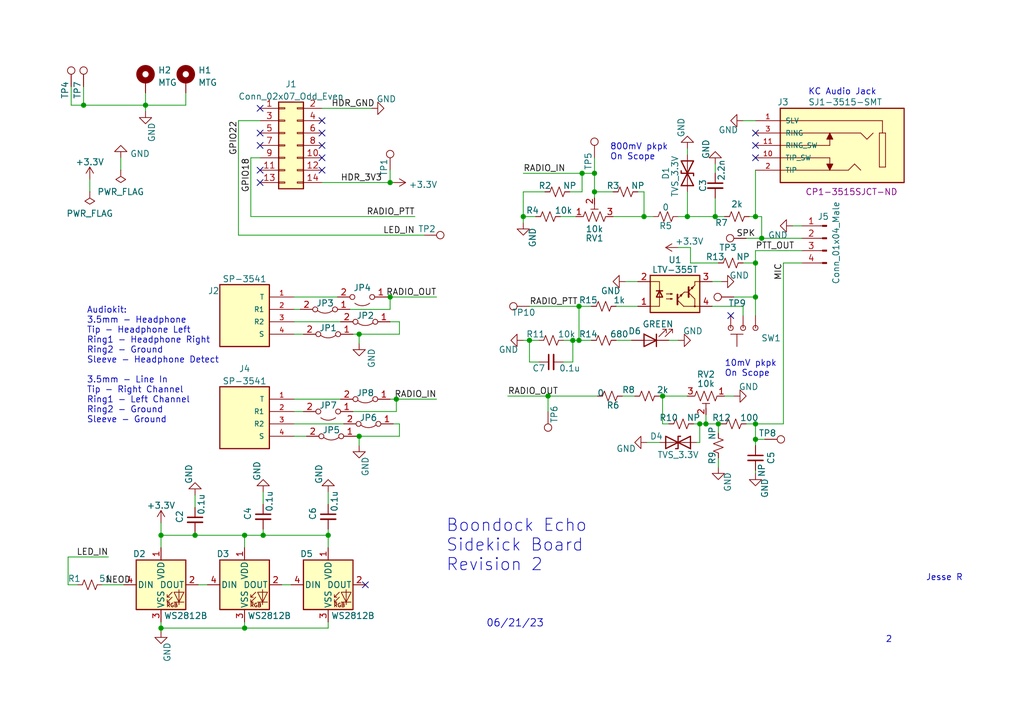
<source format=kicad_sch>
(kicad_sch (version 20211123) (generator eeschema)

  (uuid 72da367a-4163-4ca9-bca8-1c8cf834fce3)

  (paper "A5")

  (lib_symbols
    (symbol "Boondock-r1:3314J-1-103E" (pin_names (offset 1.016)) (in_bom yes) (on_board yes)
      (property "Reference" "RV?" (id 0) (at -6.35 2.54 0)
        (effects (font (size 1.27 1.27)) (justify left bottom))
      )
      (property "Value" "3314J-1-103E" (id 1) (at -5.08 -5.08 0)
        (effects (font (size 1.27 1.27)) (justify left bottom))
      )
      (property "Footprint" "Boondock-r1:TRIM_3314J-1-103E" (id 2) (at 0 -7.62 0)
        (effects (font (size 1.27 1.27)) (justify bottom) hide)
      )
      (property "Datasheet" "" (id 3) (at 0 0 0)
        (effects (font (size 1.27 1.27)) hide)
      )
      (property "MANUFACTURER" "Bourns" (id 4) (at -1.27 -7.62 0)
        (effects (font (size 1.27 1.27)) (justify bottom) hide)
      )
      (property "STANDARD" "Manufacturer Recommendation" (id 5) (at 0 -6.35 0)
        (effects (font (size 1.27 1.27)) (justify bottom) hide)
      )
      (symbol "3314J-1-103E_0_1"
        (polyline
          (pts
            (xy -2.286 0)
            (xy -2.54 0)
          )
          (stroke (width 0) (type default) (color 0 0 0 0))
          (fill (type none))
        )
        (polyline
          (pts
            (xy -0.762 1.524)
            (xy 0.762 1.524)
          )
          (stroke (width 0) (type default) (color 0 0 0 0))
          (fill (type none))
        )
        (polyline
          (pts
            (xy 0 2.54)
            (xy 0 1.524)
          )
          (stroke (width 0) (type default) (color 0 0 0 0))
          (fill (type none))
        )
        (polyline
          (pts
            (xy 2.286 0)
            (xy 2.54 0)
          )
          (stroke (width 0) (type default) (color 0 0 0 0))
          (fill (type none))
        )
        (polyline
          (pts
            (xy -2.286 0)
            (xy -1.905 1.016)
            (xy -1.524 0)
            (xy -1.143 -1.016)
            (xy -0.762 0)
          )
          (stroke (width 0) (type default) (color 0 0 0 0))
          (fill (type none))
        )
        (polyline
          (pts
            (xy -0.762 0)
            (xy -0.381 1.016)
            (xy 0 0)
            (xy 0.381 -1.016)
            (xy 0.762 0)
          )
          (stroke (width 0) (type default) (color 0 0 0 0))
          (fill (type none))
        )
        (polyline
          (pts
            (xy 0.762 0)
            (xy 1.143 1.016)
            (xy 1.524 0)
            (xy 1.905 -1.016)
            (xy 2.286 0)
          )
          (stroke (width 0) (type default) (color 0 0 0 0))
          (fill (type none))
        )
      )
      (symbol "3314J-1-103E_1_1"
        (pin passive line (at -3.81 0 0) (length 1.27)
          (name "" (effects (font (size 1.27 1.27))))
          (number "1" (effects (font (size 1.27 1.27))))
        )
        (pin passive line (at 0 3.81 270) (length 1.27)
          (name "" (effects (font (size 1.27 1.27))))
          (number "2" (effects (font (size 1.27 1.27))))
        )
        (pin passive line (at 3.81 0 180) (length 1.27)
          (name "" (effects (font (size 1.27 1.27))))
          (number "3" (effects (font (size 1.27 1.27))))
        )
      )
    )
    (symbol "Boondock-r1:SJ1-3515-SMT" (pin_names (offset 1.016)) (in_bom yes) (on_board yes)
      (property "Reference" "J" (id 0) (at -12.7158 10.1726 0)
        (effects (font (size 1.27 1.27)) (justify left bottom))
      )
      (property "Value" "SJ1-3515-SMT" (id 1) (at -12.7132 -12.7132 0)
        (effects (font (size 1.27 1.27)) (justify left bottom))
      )
      (property "Footprint" "Boondock-r1:CUI_SJ1-3515-SMT" (id 2) (at 0 0 0)
        (effects (font (size 1.27 1.27)) (justify bottom) hide)
      )
      (property "Datasheet" "" (id 3) (at 0 0 0)
        (effects (font (size 1.27 1.27)) hide)
      )
      (property "PARTREV" "1.05" (id 4) (at 0 0 0)
        (effects (font (size 1.27 1.27)) (justify bottom) hide)
      )
      (property "STANDARD" "Manufacturer recommendation" (id 5) (at 0 0 0)
        (effects (font (size 1.27 1.27)) (justify bottom) hide)
      )
      (property "MANUFACTURER" "CUI" (id 6) (at 0 0 0)
        (effects (font (size 1.27 1.27)) (justify bottom) hide)
      )
      (property "DKEY" "" (id 7) (at 0 0 0)
        (effects (font (size 1.27 1.27)))
      )
      (symbol "SJ1-3515-SMT_0_0"
        (rectangle (start -12.7 -7.62) (end 12.7 7.62)
          (stroke (width 0.254) (type default) (color 0 0 0 0))
          (fill (type background))
        )
        (polyline
          (pts
            (xy -8.89 -4.445)
            (xy -8.89 2.54)
          )
          (stroke (width 0.1524) (type default) (color 0 0 0 0))
          (fill (type none))
        )
        (polyline
          (pts
            (xy -8.89 2.54)
            (xy -8.255 2.54)
          )
          (stroke (width 0.1524) (type default) (color 0 0 0 0))
          (fill (type none))
        )
        (polyline
          (pts
            (xy -8.255 2.54)
            (xy -7.62 2.54)
          )
          (stroke (width 0.1524) (type default) (color 0 0 0 0))
          (fill (type none))
        )
        (polyline
          (pts
            (xy -8.255 5.08)
            (xy -8.255 2.54)
          )
          (stroke (width 0.1524) (type default) (color 0 0 0 0))
          (fill (type none))
        )
        (polyline
          (pts
            (xy -7.62 -4.445)
            (xy -8.89 -4.445)
          )
          (stroke (width 0.1524) (type default) (color 0 0 0 0))
          (fill (type none))
        )
        (polyline
          (pts
            (xy -7.62 2.54)
            (xy -7.62 -4.445)
          )
          (stroke (width 0.1524) (type default) (color 0 0 0 0))
          (fill (type none))
        )
        (polyline
          (pts
            (xy -5.08 1.27)
            (xy -6.35 2.54)
          )
          (stroke (width 0.1524) (type default) (color 0 0 0 0))
          (fill (type none))
        )
        (polyline
          (pts
            (xy -3.81 2.54)
            (xy -5.08 1.27)
          )
          (stroke (width 0.1524) (type default) (color 0 0 0 0))
          (fill (type none))
        )
        (polyline
          (pts
            (xy -2.54 -3.81)
            (xy -3.81 -5.08)
          )
          (stroke (width 0.1524) (type default) (color 0 0 0 0))
          (fill (type none))
        )
        (polyline
          (pts
            (xy -1.27 -5.08)
            (xy -2.54 -3.81)
          )
          (stroke (width 0.1524) (type default) (color 0 0 0 0))
          (fill (type none))
        )
        (polyline
          (pts
            (xy 2.54 -5.08)
            (xy -1.27 -5.08)
          )
          (stroke (width 0.1524) (type default) (color 0 0 0 0))
          (fill (type none))
        )
        (polyline
          (pts
            (xy 2.54 -2.54)
            (xy 2.54 -5.08)
          )
          (stroke (width 0.1524) (type default) (color 0 0 0 0))
          (fill (type none))
        )
        (polyline
          (pts
            (xy 2.54 2.54)
            (xy -3.81 2.54)
          )
          (stroke (width 0.1524) (type default) (color 0 0 0 0))
          (fill (type none))
        )
        (polyline
          (pts
            (xy 2.54 2.54)
            (xy 2.54 0)
          )
          (stroke (width 0.1524) (type default) (color 0 0 0 0))
          (fill (type none))
        )
        (polyline
          (pts
            (xy 12.7 -5.08)
            (xy 2.54 -5.08)
          )
          (stroke (width 0.1524) (type default) (color 0 0 0 0))
          (fill (type none))
        )
        (polyline
          (pts
            (xy 12.7 -2.54)
            (xy 2.54 -2.54)
          )
          (stroke (width 0.1524) (type default) (color 0 0 0 0))
          (fill (type none))
        )
        (polyline
          (pts
            (xy 12.7 0)
            (xy 2.54 0)
          )
          (stroke (width 0.1524) (type default) (color 0 0 0 0))
          (fill (type none))
        )
        (polyline
          (pts
            (xy 12.7 2.54)
            (xy 2.54 2.54)
          )
          (stroke (width 0.1524) (type default) (color 0 0 0 0))
          (fill (type none))
        )
        (polyline
          (pts
            (xy 12.7 5.08)
            (xy -8.255 5.08)
          )
          (stroke (width 0.1524) (type default) (color 0 0 0 0))
          (fill (type none))
        )
        (polyline
          (pts
            (xy 2.54 -5.08)
            (xy 1.905 -3.81)
            (xy 3.175 -3.81)
            (xy 2.54 -5.08)
          )
          (stroke (width 0.1524) (type default) (color 0 0 0 0))
          (fill (type outline))
        )
        (polyline
          (pts
            (xy 2.54 2.54)
            (xy 3.175 1.27)
            (xy 1.905 1.27)
            (xy 2.54 2.54)
          )
          (stroke (width 0.1524) (type default) (color 0 0 0 0))
          (fill (type outline))
        )
        (pin passive line (at 17.78 5.08 180) (length 5.08)
          (name "SLV" (effects (font (size 1.016 1.016))))
          (number "1" (effects (font (size 1.016 1.016))))
        )
        (pin passive line (at 17.78 -2.54 180) (length 5.08)
          (name "TIP_SW" (effects (font (size 1.016 1.016))))
          (number "10" (effects (font (size 1.016 1.016))))
        )
        (pin passive line (at 17.78 0 180) (length 5.08)
          (name "RING_SW" (effects (font (size 1.016 1.016))))
          (number "11" (effects (font (size 1.016 1.016))))
        )
        (pin passive line (at 17.78 -5.08 180) (length 5.08)
          (name "TIP" (effects (font (size 1.016 1.016))))
          (number "2" (effects (font (size 1.016 1.016))))
        )
        (pin passive line (at 17.78 2.54 180) (length 5.08)
          (name "RING" (effects (font (size 1.016 1.016))))
          (number "3" (effects (font (size 1.016 1.016))))
        )
      )
    )
    (symbol "Boondock-r1:SP-3541" (pin_names (offset 1.016)) (in_bom yes) (on_board yes)
      (property "Reference" "J" (id 0) (at -5.0895 5.7204 0)
        (effects (font (size 1.27 1.27)) (justify left bottom))
      )
      (property "Value" "SP-3541" (id 1) (at -5.1002 -10.1802 0)
        (effects (font (size 1.27 1.27)) (justify left bottom))
      )
      (property "Footprint" "Boondock-r1:SP-3541" (id 2) (at 0 0 0)
        (effects (font (size 1.27 1.27)) (justify bottom) hide)
      )
      (property "Datasheet" "" (id 3) (at 0 0 0)
        (effects (font (size 1.27 1.27)) hide)
      )
      (property "MAXIMUM_PACKAGE_HEIGHT" "5 mm" (id 4) (at 0 0 0)
        (effects (font (size 1.27 1.27)) (justify bottom) hide)
      )
      (property "PART_REV" "1.0" (id 5) (at 0 0 0)
        (effects (font (size 1.27 1.27)) (justify bottom) hide)
      )
      (property "STANDARD" "Manufacturer Recommendation" (id 6) (at 0 0 0)
        (effects (font (size 1.27 1.27)) (justify bottom) hide)
      )
      (property "SNAPEDA_PN" "SP-3541" (id 7) (at 0 0 0)
        (effects (font (size 1.27 1.27)) (justify bottom) hide)
      )
      (property "MANUFACTURER" "CUI Devices" (id 8) (at 0 0 0)
        (effects (font (size 1.27 1.27)) (justify bottom) hide)
      )
      (property "ki_description" "3.5mm TRRS Header" (id 9) (at 0 0 0)
        (effects (font (size 1.27 1.27)) hide)
      )
      (symbol "SP-3541_0_0"
        (rectangle (start -5.08 -7.62) (end 5.08 5.08)
          (stroke (width 0.254) (type default) (color 0 0 0 0))
          (fill (type background))
        )
        (pin passive line (at 10.16 2.54 180) (length 5.08)
          (name "T" (effects (font (size 1.016 1.016))))
          (number "1" (effects (font (size 1.016 1.016))))
        )
        (pin passive line (at 10.16 0 180) (length 5.08)
          (name "R1" (effects (font (size 1.016 1.016))))
          (number "2" (effects (font (size 1.016 1.016))))
        )
        (pin passive line (at 10.16 -2.54 180) (length 5.08)
          (name "R2" (effects (font (size 1.016 1.016))))
          (number "3" (effects (font (size 1.016 1.016))))
        )
        (pin passive line (at 10.16 -5.08 180) (length 5.08)
          (name "S" (effects (font (size 1.016 1.016))))
          (number "4" (effects (font (size 1.016 1.016))))
        )
      )
    )
    (symbol "Boondock-r1:SW_SLIDE_SPDT" (pin_numbers hide) (pin_names (offset 1.016) hide) (in_bom yes) (on_board yes)
      (property "Reference" "SW" (id 0) (at 3.81 3.81 0)
        (effects (font (size 1.27 1.27)) (justify left))
      )
      (property "Value" "SW_SLIDE_SPDT" (id 1) (at 0 6.35 0)
        (effects (font (size 1.27 1.27)) hide)
      )
      (property "Footprint" "Boondock-r1:SW_JS102011SAQN" (id 2) (at 0 5.08 0)
        (effects (font (size 1.27 1.27)) hide)
      )
      (property "Datasheet" "~" (id 3) (at 0 5.08 0)
        (effects (font (size 1.27 1.27)) hide)
      )
      (property "ki_keywords" "switch normally-open pushbutton push-button" (id 4) (at 0 0 0)
        (effects (font (size 1.27 1.27)) hide)
      )
      (property "ki_description" "Push button switch, generic, two pins" (id 5) (at 0 0 0)
        (effects (font (size 1.27 1.27)) hide)
      )
      (symbol "SW_SLIDE_SPDT_0_1"
        (circle (center -2.54 0) (radius 0.508)
          (stroke (width 0) (type default) (color 0 0 0 0))
          (fill (type none))
        )
        (polyline
          (pts
            (xy 1.27 1.27)
            (xy 1.27 3.81)
          )
          (stroke (width 0) (type default) (color 0 0 0 0))
          (fill (type none))
        )
        (polyline
          (pts
            (xy 2.54 1.27)
            (xy 0 1.27)
          )
          (stroke (width 0) (type default) (color 0 0 0 0))
          (fill (type none))
        )
        (circle (center 0 0) (radius 0.508)
          (stroke (width 0) (type default) (color 0 0 0 0))
          (fill (type none))
        )
        (circle (center 2.54 0) (radius 0.508)
          (stroke (width 0) (type default) (color 0 0 0 0))
          (fill (type none))
        )
        (pin passive line (at 2.54 -2.54 90) (length 2.54)
          (name "NC" (effects (font (size 1.27 1.27))))
          (number "1" (effects (font (size 1.27 1.27))))
        )
        (pin passive line (at 0 -2.54 90) (length 2.54)
          (name "CO" (effects (font (size 1.27 1.27))))
          (number "2" (effects (font (size 1.27 1.27))))
        )
        (pin passive line (at -2.54 -2.54 90) (length 2.54)
          (name "NO" (effects (font (size 1.27 1.27))))
          (number "3" (effects (font (size 1.27 1.27))))
        )
      )
    )
    (symbol "Connector:Conn_01x04_Male" (pin_names (offset 1.016) hide) (in_bom yes) (on_board yes)
      (property "Reference" "J" (id 0) (at 0 5.08 0)
        (effects (font (size 1.27 1.27)))
      )
      (property "Value" "Conn_01x04_Male" (id 1) (at 0 -7.62 0)
        (effects (font (size 1.27 1.27)))
      )
      (property "Footprint" "" (id 2) (at 0 0 0)
        (effects (font (size 1.27 1.27)) hide)
      )
      (property "Datasheet" "~" (id 3) (at 0 0 0)
        (effects (font (size 1.27 1.27)) hide)
      )
      (property "ki_keywords" "connector" (id 4) (at 0 0 0)
        (effects (font (size 1.27 1.27)) hide)
      )
      (property "ki_description" "Generic connector, single row, 01x04, script generated (kicad-library-utils/schlib/autogen/connector/)" (id 5) (at 0 0 0)
        (effects (font (size 1.27 1.27)) hide)
      )
      (property "ki_fp_filters" "Connector*:*_1x??_*" (id 6) (at 0 0 0)
        (effects (font (size 1.27 1.27)) hide)
      )
      (symbol "Conn_01x04_Male_1_1"
        (polyline
          (pts
            (xy 1.27 -5.08)
            (xy 0.8636 -5.08)
          )
          (stroke (width 0.1524) (type default) (color 0 0 0 0))
          (fill (type none))
        )
        (polyline
          (pts
            (xy 1.27 -2.54)
            (xy 0.8636 -2.54)
          )
          (stroke (width 0.1524) (type default) (color 0 0 0 0))
          (fill (type none))
        )
        (polyline
          (pts
            (xy 1.27 0)
            (xy 0.8636 0)
          )
          (stroke (width 0.1524) (type default) (color 0 0 0 0))
          (fill (type none))
        )
        (polyline
          (pts
            (xy 1.27 2.54)
            (xy 0.8636 2.54)
          )
          (stroke (width 0.1524) (type default) (color 0 0 0 0))
          (fill (type none))
        )
        (rectangle (start 0.8636 -4.953) (end 0 -5.207)
          (stroke (width 0.1524) (type default) (color 0 0 0 0))
          (fill (type outline))
        )
        (rectangle (start 0.8636 -2.413) (end 0 -2.667)
          (stroke (width 0.1524) (type default) (color 0 0 0 0))
          (fill (type outline))
        )
        (rectangle (start 0.8636 0.127) (end 0 -0.127)
          (stroke (width 0.1524) (type default) (color 0 0 0 0))
          (fill (type outline))
        )
        (rectangle (start 0.8636 2.667) (end 0 2.413)
          (stroke (width 0.1524) (type default) (color 0 0 0 0))
          (fill (type outline))
        )
        (pin passive line (at 5.08 2.54 180) (length 3.81)
          (name "Pin_1" (effects (font (size 1.27 1.27))))
          (number "1" (effects (font (size 1.27 1.27))))
        )
        (pin passive line (at 5.08 0 180) (length 3.81)
          (name "Pin_2" (effects (font (size 1.27 1.27))))
          (number "2" (effects (font (size 1.27 1.27))))
        )
        (pin passive line (at 5.08 -2.54 180) (length 3.81)
          (name "Pin_3" (effects (font (size 1.27 1.27))))
          (number "3" (effects (font (size 1.27 1.27))))
        )
        (pin passive line (at 5.08 -5.08 180) (length 3.81)
          (name "Pin_4" (effects (font (size 1.27 1.27))))
          (number "4" (effects (font (size 1.27 1.27))))
        )
      )
    )
    (symbol "Connector:TestPoint" (pin_numbers hide) (pin_names (offset 0.762) hide) (in_bom yes) (on_board yes)
      (property "Reference" "TP" (id 0) (at 0 6.858 0)
        (effects (font (size 1.27 1.27)))
      )
      (property "Value" "TestPoint" (id 1) (at 0 5.08 0)
        (effects (font (size 1.27 1.27)))
      )
      (property "Footprint" "" (id 2) (at 5.08 0 0)
        (effects (font (size 1.27 1.27)) hide)
      )
      (property "Datasheet" "~" (id 3) (at 5.08 0 0)
        (effects (font (size 1.27 1.27)) hide)
      )
      (property "ki_keywords" "test point tp" (id 4) (at 0 0 0)
        (effects (font (size 1.27 1.27)) hide)
      )
      (property "ki_description" "test point" (id 5) (at 0 0 0)
        (effects (font (size 1.27 1.27)) hide)
      )
      (property "ki_fp_filters" "Pin* Test*" (id 6) (at 0 0 0)
        (effects (font (size 1.27 1.27)) hide)
      )
      (symbol "TestPoint_0_1"
        (circle (center 0 3.302) (radius 0.762)
          (stroke (width 0) (type default) (color 0 0 0 0))
          (fill (type none))
        )
      )
      (symbol "TestPoint_1_1"
        (pin passive line (at 0 0 90) (length 2.54)
          (name "1" (effects (font (size 1.27 1.27))))
          (number "1" (effects (font (size 1.27 1.27))))
        )
      )
    )
    (symbol "Connector_Generic:Conn_02x07_Odd_Even" (pin_names (offset 1.016) hide) (in_bom yes) (on_board yes)
      (property "Reference" "J" (id 0) (at 1.27 10.16 0)
        (effects (font (size 1.27 1.27)))
      )
      (property "Value" "Conn_02x07_Odd_Even" (id 1) (at 1.27 -10.16 0)
        (effects (font (size 1.27 1.27)))
      )
      (property "Footprint" "" (id 2) (at 0 0 0)
        (effects (font (size 1.27 1.27)) hide)
      )
      (property "Datasheet" "~" (id 3) (at 0 0 0)
        (effects (font (size 1.27 1.27)) hide)
      )
      (property "ki_keywords" "connector" (id 4) (at 0 0 0)
        (effects (font (size 1.27 1.27)) hide)
      )
      (property "ki_description" "Generic connector, double row, 02x07, odd/even pin numbering scheme (row 1 odd numbers, row 2 even numbers), script generated (kicad-library-utils/schlib/autogen/connector/)" (id 5) (at 0 0 0)
        (effects (font (size 1.27 1.27)) hide)
      )
      (property "ki_fp_filters" "Connector*:*_2x??_*" (id 6) (at 0 0 0)
        (effects (font (size 1.27 1.27)) hide)
      )
      (symbol "Conn_02x07_Odd_Even_1_1"
        (rectangle (start -1.27 -7.493) (end 0 -7.747)
          (stroke (width 0.1524) (type default) (color 0 0 0 0))
          (fill (type none))
        )
        (rectangle (start -1.27 -4.953) (end 0 -5.207)
          (stroke (width 0.1524) (type default) (color 0 0 0 0))
          (fill (type none))
        )
        (rectangle (start -1.27 -2.413) (end 0 -2.667)
          (stroke (width 0.1524) (type default) (color 0 0 0 0))
          (fill (type none))
        )
        (rectangle (start -1.27 0.127) (end 0 -0.127)
          (stroke (width 0.1524) (type default) (color 0 0 0 0))
          (fill (type none))
        )
        (rectangle (start -1.27 2.667) (end 0 2.413)
          (stroke (width 0.1524) (type default) (color 0 0 0 0))
          (fill (type none))
        )
        (rectangle (start -1.27 5.207) (end 0 4.953)
          (stroke (width 0.1524) (type default) (color 0 0 0 0))
          (fill (type none))
        )
        (rectangle (start -1.27 7.747) (end 0 7.493)
          (stroke (width 0.1524) (type default) (color 0 0 0 0))
          (fill (type none))
        )
        (rectangle (start -1.27 8.89) (end 3.81 -8.89)
          (stroke (width 0.254) (type default) (color 0 0 0 0))
          (fill (type background))
        )
        (rectangle (start 3.81 -7.493) (end 2.54 -7.747)
          (stroke (width 0.1524) (type default) (color 0 0 0 0))
          (fill (type none))
        )
        (rectangle (start 3.81 -4.953) (end 2.54 -5.207)
          (stroke (width 0.1524) (type default) (color 0 0 0 0))
          (fill (type none))
        )
        (rectangle (start 3.81 -2.413) (end 2.54 -2.667)
          (stroke (width 0.1524) (type default) (color 0 0 0 0))
          (fill (type none))
        )
        (rectangle (start 3.81 0.127) (end 2.54 -0.127)
          (stroke (width 0.1524) (type default) (color 0 0 0 0))
          (fill (type none))
        )
        (rectangle (start 3.81 2.667) (end 2.54 2.413)
          (stroke (width 0.1524) (type default) (color 0 0 0 0))
          (fill (type none))
        )
        (rectangle (start 3.81 5.207) (end 2.54 4.953)
          (stroke (width 0.1524) (type default) (color 0 0 0 0))
          (fill (type none))
        )
        (rectangle (start 3.81 7.747) (end 2.54 7.493)
          (stroke (width 0.1524) (type default) (color 0 0 0 0))
          (fill (type none))
        )
        (pin passive line (at -5.08 7.62 0) (length 3.81)
          (name "Pin_1" (effects (font (size 1.27 1.27))))
          (number "1" (effects (font (size 1.27 1.27))))
        )
        (pin passive line (at 7.62 -2.54 180) (length 3.81)
          (name "Pin_10" (effects (font (size 1.27 1.27))))
          (number "10" (effects (font (size 1.27 1.27))))
        )
        (pin passive line (at -5.08 -5.08 0) (length 3.81)
          (name "Pin_11" (effects (font (size 1.27 1.27))))
          (number "11" (effects (font (size 1.27 1.27))))
        )
        (pin passive line (at 7.62 -5.08 180) (length 3.81)
          (name "Pin_12" (effects (font (size 1.27 1.27))))
          (number "12" (effects (font (size 1.27 1.27))))
        )
        (pin passive line (at -5.08 -7.62 0) (length 3.81)
          (name "Pin_13" (effects (font (size 1.27 1.27))))
          (number "13" (effects (font (size 1.27 1.27))))
        )
        (pin passive line (at 7.62 -7.62 180) (length 3.81)
          (name "Pin_14" (effects (font (size 1.27 1.27))))
          (number "14" (effects (font (size 1.27 1.27))))
        )
        (pin passive line (at 7.62 7.62 180) (length 3.81)
          (name "Pin_2" (effects (font (size 1.27 1.27))))
          (number "2" (effects (font (size 1.27 1.27))))
        )
        (pin passive line (at -5.08 5.08 0) (length 3.81)
          (name "Pin_3" (effects (font (size 1.27 1.27))))
          (number "3" (effects (font (size 1.27 1.27))))
        )
        (pin passive line (at 7.62 5.08 180) (length 3.81)
          (name "Pin_4" (effects (font (size 1.27 1.27))))
          (number "4" (effects (font (size 1.27 1.27))))
        )
        (pin passive line (at -5.08 2.54 0) (length 3.81)
          (name "Pin_5" (effects (font (size 1.27 1.27))))
          (number "5" (effects (font (size 1.27 1.27))))
        )
        (pin passive line (at 7.62 2.54 180) (length 3.81)
          (name "Pin_6" (effects (font (size 1.27 1.27))))
          (number "6" (effects (font (size 1.27 1.27))))
        )
        (pin passive line (at -5.08 0 0) (length 3.81)
          (name "Pin_7" (effects (font (size 1.27 1.27))))
          (number "7" (effects (font (size 1.27 1.27))))
        )
        (pin passive line (at 7.62 0 180) (length 3.81)
          (name "Pin_8" (effects (font (size 1.27 1.27))))
          (number "8" (effects (font (size 1.27 1.27))))
        )
        (pin passive line (at -5.08 -2.54 0) (length 3.81)
          (name "Pin_9" (effects (font (size 1.27 1.27))))
          (number "9" (effects (font (size 1.27 1.27))))
        )
      )
    )
    (symbol "Device:C_Small" (pin_numbers hide) (pin_names (offset 0.254) hide) (in_bom yes) (on_board yes)
      (property "Reference" "C" (id 0) (at 0.254 1.778 0)
        (effects (font (size 1.27 1.27)) (justify left))
      )
      (property "Value" "C_Small" (id 1) (at 0.254 -2.032 0)
        (effects (font (size 1.27 1.27)) (justify left))
      )
      (property "Footprint" "" (id 2) (at 0 0 0)
        (effects (font (size 1.27 1.27)) hide)
      )
      (property "Datasheet" "~" (id 3) (at 0 0 0)
        (effects (font (size 1.27 1.27)) hide)
      )
      (property "ki_keywords" "capacitor cap" (id 4) (at 0 0 0)
        (effects (font (size 1.27 1.27)) hide)
      )
      (property "ki_description" "Unpolarized capacitor, small symbol" (id 5) (at 0 0 0)
        (effects (font (size 1.27 1.27)) hide)
      )
      (property "ki_fp_filters" "C_*" (id 6) (at 0 0 0)
        (effects (font (size 1.27 1.27)) hide)
      )
      (symbol "C_Small_0_1"
        (polyline
          (pts
            (xy -1.524 -0.508)
            (xy 1.524 -0.508)
          )
          (stroke (width 0.3302) (type default) (color 0 0 0 0))
          (fill (type none))
        )
        (polyline
          (pts
            (xy -1.524 0.508)
            (xy 1.524 0.508)
          )
          (stroke (width 0.3048) (type default) (color 0 0 0 0))
          (fill (type none))
        )
      )
      (symbol "C_Small_1_1"
        (pin passive line (at 0 2.54 270) (length 2.032)
          (name "~" (effects (font (size 1.27 1.27))))
          (number "1" (effects (font (size 1.27 1.27))))
        )
        (pin passive line (at 0 -2.54 90) (length 2.032)
          (name "~" (effects (font (size 1.27 1.27))))
          (number "2" (effects (font (size 1.27 1.27))))
        )
      )
    )
    (symbol "Device:D_TVS" (pin_numbers hide) (pin_names (offset 1.016) hide) (in_bom yes) (on_board yes)
      (property "Reference" "D" (id 0) (at 0 2.54 0)
        (effects (font (size 1.27 1.27)))
      )
      (property "Value" "D_TVS" (id 1) (at 0 -2.54 0)
        (effects (font (size 1.27 1.27)))
      )
      (property "Footprint" "" (id 2) (at 0 0 0)
        (effects (font (size 1.27 1.27)) hide)
      )
      (property "Datasheet" "~" (id 3) (at 0 0 0)
        (effects (font (size 1.27 1.27)) hide)
      )
      (property "ki_keywords" "diode TVS thyrector" (id 4) (at 0 0 0)
        (effects (font (size 1.27 1.27)) hide)
      )
      (property "ki_description" "Bidirectional transient-voltage-suppression diode" (id 5) (at 0 0 0)
        (effects (font (size 1.27 1.27)) hide)
      )
      (property "ki_fp_filters" "TO-???* *_Diode_* *SingleDiode* D_*" (id 6) (at 0 0 0)
        (effects (font (size 1.27 1.27)) hide)
      )
      (symbol "D_TVS_0_1"
        (polyline
          (pts
            (xy 1.27 0)
            (xy -1.27 0)
          )
          (stroke (width 0) (type default) (color 0 0 0 0))
          (fill (type none))
        )
        (polyline
          (pts
            (xy 0.508 1.27)
            (xy 0 1.27)
            (xy 0 -1.27)
            (xy -0.508 -1.27)
          )
          (stroke (width 0.254) (type default) (color 0 0 0 0))
          (fill (type none))
        )
        (polyline
          (pts
            (xy -2.54 1.27)
            (xy -2.54 -1.27)
            (xy 2.54 1.27)
            (xy 2.54 -1.27)
            (xy -2.54 1.27)
          )
          (stroke (width 0.254) (type default) (color 0 0 0 0))
          (fill (type none))
        )
      )
      (symbol "D_TVS_1_1"
        (pin passive line (at -3.81 0 0) (length 2.54)
          (name "A1" (effects (font (size 1.27 1.27))))
          (number "1" (effects (font (size 1.27 1.27))))
        )
        (pin passive line (at 3.81 0 180) (length 2.54)
          (name "A2" (effects (font (size 1.27 1.27))))
          (number "2" (effects (font (size 1.27 1.27))))
        )
      )
    )
    (symbol "Device:LED" (pin_numbers hide) (pin_names (offset 1.016) hide) (in_bom yes) (on_board yes)
      (property "Reference" "D" (id 0) (at 0 2.54 0)
        (effects (font (size 1.27 1.27)))
      )
      (property "Value" "LED" (id 1) (at 0 -2.54 0)
        (effects (font (size 1.27 1.27)))
      )
      (property "Footprint" "" (id 2) (at 0 0 0)
        (effects (font (size 1.27 1.27)) hide)
      )
      (property "Datasheet" "~" (id 3) (at 0 0 0)
        (effects (font (size 1.27 1.27)) hide)
      )
      (property "ki_keywords" "LED diode" (id 4) (at 0 0 0)
        (effects (font (size 1.27 1.27)) hide)
      )
      (property "ki_description" "Light emitting diode" (id 5) (at 0 0 0)
        (effects (font (size 1.27 1.27)) hide)
      )
      (property "ki_fp_filters" "LED* LED_SMD:* LED_THT:*" (id 6) (at 0 0 0)
        (effects (font (size 1.27 1.27)) hide)
      )
      (symbol "LED_0_1"
        (polyline
          (pts
            (xy -1.27 -1.27)
            (xy -1.27 1.27)
          )
          (stroke (width 0.254) (type default) (color 0 0 0 0))
          (fill (type none))
        )
        (polyline
          (pts
            (xy -1.27 0)
            (xy 1.27 0)
          )
          (stroke (width 0) (type default) (color 0 0 0 0))
          (fill (type none))
        )
        (polyline
          (pts
            (xy 1.27 -1.27)
            (xy 1.27 1.27)
            (xy -1.27 0)
            (xy 1.27 -1.27)
          )
          (stroke (width 0.254) (type default) (color 0 0 0 0))
          (fill (type none))
        )
        (polyline
          (pts
            (xy -3.048 -0.762)
            (xy -4.572 -2.286)
            (xy -3.81 -2.286)
            (xy -4.572 -2.286)
            (xy -4.572 -1.524)
          )
          (stroke (width 0) (type default) (color 0 0 0 0))
          (fill (type none))
        )
        (polyline
          (pts
            (xy -1.778 -0.762)
            (xy -3.302 -2.286)
            (xy -2.54 -2.286)
            (xy -3.302 -2.286)
            (xy -3.302 -1.524)
          )
          (stroke (width 0) (type default) (color 0 0 0 0))
          (fill (type none))
        )
      )
      (symbol "LED_1_1"
        (pin passive line (at -3.81 0 0) (length 2.54)
          (name "K" (effects (font (size 1.27 1.27))))
          (number "1" (effects (font (size 1.27 1.27))))
        )
        (pin passive line (at 3.81 0 180) (length 2.54)
          (name "A" (effects (font (size 1.27 1.27))))
          (number "2" (effects (font (size 1.27 1.27))))
        )
      )
    )
    (symbol "Device:R_Small_US" (pin_numbers hide) (pin_names (offset 0.254) hide) (in_bom yes) (on_board yes)
      (property "Reference" "R" (id 0) (at 0.762 0.508 0)
        (effects (font (size 1.27 1.27)) (justify left))
      )
      (property "Value" "R_Small_US" (id 1) (at 0.762 -1.016 0)
        (effects (font (size 1.27 1.27)) (justify left))
      )
      (property "Footprint" "" (id 2) (at 0 0 0)
        (effects (font (size 1.27 1.27)) hide)
      )
      (property "Datasheet" "~" (id 3) (at 0 0 0)
        (effects (font (size 1.27 1.27)) hide)
      )
      (property "ki_keywords" "r resistor" (id 4) (at 0 0 0)
        (effects (font (size 1.27 1.27)) hide)
      )
      (property "ki_description" "Resistor, small US symbol" (id 5) (at 0 0 0)
        (effects (font (size 1.27 1.27)) hide)
      )
      (property "ki_fp_filters" "R_*" (id 6) (at 0 0 0)
        (effects (font (size 1.27 1.27)) hide)
      )
      (symbol "R_Small_US_1_1"
        (polyline
          (pts
            (xy 0 0)
            (xy 1.016 -0.381)
            (xy 0 -0.762)
            (xy -1.016 -1.143)
            (xy 0 -1.524)
          )
          (stroke (width 0) (type default) (color 0 0 0 0))
          (fill (type none))
        )
        (polyline
          (pts
            (xy 0 1.524)
            (xy 1.016 1.143)
            (xy 0 0.762)
            (xy -1.016 0.381)
            (xy 0 0)
          )
          (stroke (width 0) (type default) (color 0 0 0 0))
          (fill (type none))
        )
        (pin passive line (at 0 2.54 270) (length 1.016)
          (name "~" (effects (font (size 1.27 1.27))))
          (number "1" (effects (font (size 1.27 1.27))))
        )
        (pin passive line (at 0 -2.54 90) (length 1.016)
          (name "~" (effects (font (size 1.27 1.27))))
          (number "2" (effects (font (size 1.27 1.27))))
        )
      )
    )
    (symbol "Isolator:LTV-355T" (pin_names (offset 1.016)) (in_bom yes) (on_board yes)
      (property "Reference" "U" (id 0) (at -5.334 4.826 0)
        (effects (font (size 1.27 1.27)) (justify left))
      )
      (property "Value" "LTV-355T" (id 1) (at 0 5.08 0)
        (effects (font (size 1.27 1.27)) (justify left))
      )
      (property "Footprint" "Package_SO:SO-4_4.4x3.6mm_P2.54mm" (id 2) (at -5.08 -5.08 0)
        (effects (font (size 1.27 1.27) italic) (justify left) hide)
      )
      (property "Datasheet" "http://optoelectronics.liteon.com/upload/download/DS70-2001-006/S_110_LTV-355T%2020140520.pdf" (id 3) (at 0 0 0)
        (effects (font (size 1.27 1.27)) (justify left) hide)
      )
      (property "ki_keywords" "NPN Darlington DC Optocoupler" (id 4) (at 0 0 0)
        (effects (font (size 1.27 1.27)) hide)
      )
      (property "ki_description" "DC Darlington Optocoupler, Vce 35V, CTR 600%, SO-4" (id 5) (at 0 0 0)
        (effects (font (size 1.27 1.27)) hide)
      )
      (property "ki_fp_filters" "SO*4.4x3.6mm*P2.54mm*" (id 6) (at 0 0 0)
        (effects (font (size 1.27 1.27)) hide)
      )
      (symbol "LTV-355T_0_1"
        (rectangle (start -5.08 3.81) (end 5.08 -3.81)
          (stroke (width 0.254) (type default) (color 0 0 0 0))
          (fill (type background))
        )
        (polyline
          (pts
            (xy -3.81 -0.635)
            (xy -2.54 -0.635)
          )
          (stroke (width 0.254) (type default) (color 0 0 0 0))
          (fill (type none))
        )
        (polyline
          (pts
            (xy 0.508 1.016)
            (xy 1.905 -0.381)
          )
          (stroke (width 0) (type default) (color 0 0 0 0))
          (fill (type none))
        )
        (polyline
          (pts
            (xy 0.508 1.27)
            (xy 1.778 2.54)
          )
          (stroke (width 0) (type default) (color 0 0 0 0))
          (fill (type none))
        )
        (polyline
          (pts
            (xy 0.508 2.159)
            (xy 0.508 0.127)
          )
          (stroke (width 0.3556) (type default) (color 0 0 0 0))
          (fill (type none))
        )
        (polyline
          (pts
            (xy 1.778 2.54)
            (xy 5.08 2.54)
          )
          (stroke (width 0) (type default) (color 0 0 0 0))
          (fill (type none))
        )
        (polyline
          (pts
            (xy 2.794 -0.508)
            (xy 4.064 -1.778)
          )
          (stroke (width 0) (type default) (color 0 0 0 0))
          (fill (type none))
        )
        (polyline
          (pts
            (xy 2.794 -0.381)
            (xy 1.905 -0.381)
          )
          (stroke (width 0) (type default) (color 0 0 0 0))
          (fill (type none))
        )
        (polyline
          (pts
            (xy 2.794 -0.254)
            (xy 4.064 1.016)
          )
          (stroke (width 0) (type default) (color 0 0 0 0))
          (fill (type none))
        )
        (polyline
          (pts
            (xy 4.064 -2.54)
            (xy 5.08 -2.54)
          )
          (stroke (width 0) (type default) (color 0 0 0 0))
          (fill (type none))
        )
        (polyline
          (pts
            (xy 4.064 -1.778)
            (xy 4.064 -2.54)
          )
          (stroke (width 0) (type default) (color 0 0 0 0))
          (fill (type none))
        )
        (polyline
          (pts
            (xy 4.064 1.016)
            (xy 4.064 2.54)
          )
          (stroke (width 0) (type default) (color 0 0 0 0))
          (fill (type none))
        )
        (polyline
          (pts
            (xy -5.08 2.54)
            (xy -3.175 2.54)
            (xy -3.175 -0.762)
          )
          (stroke (width 0) (type default) (color 0 0 0 0))
          (fill (type none))
        )
        (polyline
          (pts
            (xy -3.175 -0.635)
            (xy -3.175 -2.54)
            (xy -5.08 -2.54)
          )
          (stroke (width 0) (type default) (color 0 0 0 0))
          (fill (type none))
        )
        (polyline
          (pts
            (xy 2.794 0.635)
            (xy 2.794 -1.397)
            (xy 2.794 -1.397)
          )
          (stroke (width 0.3556) (type default) (color 0 0 0 0))
          (fill (type none))
        )
        (polyline
          (pts
            (xy -3.175 -0.635)
            (xy -3.81 0.635)
            (xy -2.54 0.635)
            (xy -3.175 -0.635)
          )
          (stroke (width 0.254) (type default) (color 0 0 0 0))
          (fill (type none))
        )
        (polyline
          (pts
            (xy 1.524 0)
            (xy 1.27 0.508)
            (xy 1.016 0.254)
            (xy 1.524 0)
          )
          (stroke (width 0) (type default) (color 0 0 0 0))
          (fill (type none))
        )
        (polyline
          (pts
            (xy 3.81 -1.524)
            (xy 3.556 -1.016)
            (xy 3.302 -1.27)
            (xy 3.81 -1.524)
          )
          (stroke (width 0) (type default) (color 0 0 0 0))
          (fill (type none))
        )
        (polyline
          (pts
            (xy -1.778 0)
            (xy -0.508 0)
            (xy -0.889 -0.127)
            (xy -0.889 0.127)
            (xy -0.508 0)
          )
          (stroke (width 0) (type default) (color 0 0 0 0))
          (fill (type none))
        )
        (polyline
          (pts
            (xy -1.778 1.016)
            (xy -0.508 1.016)
            (xy -0.889 0.889)
            (xy -0.889 1.143)
            (xy -0.508 1.016)
          )
          (stroke (width 0) (type default) (color 0 0 0 0))
          (fill (type none))
        )
        (circle (center 4.064 2.54) (radius 0.127)
          (stroke (width 0) (type default) (color 0 0 0 0))
          (fill (type none))
        )
      )
      (symbol "LTV-355T_1_1"
        (pin passive line (at -7.62 2.54 0) (length 2.54)
          (name "~" (effects (font (size 1.27 1.27))))
          (number "1" (effects (font (size 1.27 1.27))))
        )
        (pin passive line (at -7.62 -2.54 0) (length 2.54)
          (name "~" (effects (font (size 1.27 1.27))))
          (number "2" (effects (font (size 1.27 1.27))))
        )
        (pin passive line (at 7.62 -2.54 180) (length 2.54)
          (name "~" (effects (font (size 1.27 1.27))))
          (number "3" (effects (font (size 1.27 1.27))))
        )
        (pin passive line (at 7.62 2.54 180) (length 2.54)
          (name "~" (effects (font (size 1.27 1.27))))
          (number "4" (effects (font (size 1.27 1.27))))
        )
      )
    )
    (symbol "Jumper:Jumper_2_Bridged" (pin_names (offset 0) hide) (in_bom yes) (on_board yes)
      (property "Reference" "JP" (id 0) (at 0 1.905 0)
        (effects (font (size 1.27 1.27)))
      )
      (property "Value" "Jumper_2_Bridged" (id 1) (at 0 -2.54 0)
        (effects (font (size 1.27 1.27)))
      )
      (property "Footprint" "" (id 2) (at 0 0 0)
        (effects (font (size 1.27 1.27)) hide)
      )
      (property "Datasheet" "~" (id 3) (at 0 0 0)
        (effects (font (size 1.27 1.27)) hide)
      )
      (property "ki_keywords" "Jumper SPST" (id 4) (at 0 0 0)
        (effects (font (size 1.27 1.27)) hide)
      )
      (property "ki_description" "Jumper, 2-pole, closed/bridged" (id 5) (at 0 0 0)
        (effects (font (size 1.27 1.27)) hide)
      )
      (property "ki_fp_filters" "Jumper* TestPoint*2Pads* TestPoint*Bridge*" (id 6) (at 0 0 0)
        (effects (font (size 1.27 1.27)) hide)
      )
      (symbol "Jumper_2_Bridged_0_0"
        (circle (center -2.032 0) (radius 0.508)
          (stroke (width 0) (type default) (color 0 0 0 0))
          (fill (type none))
        )
        (circle (center 2.032 0) (radius 0.508)
          (stroke (width 0) (type default) (color 0 0 0 0))
          (fill (type none))
        )
      )
      (symbol "Jumper_2_Bridged_0_1"
        (arc (start 1.524 0.254) (mid 0 0.762) (end -1.524 0.254)
          (stroke (width 0) (type default) (color 0 0 0 0))
          (fill (type none))
        )
      )
      (symbol "Jumper_2_Bridged_1_1"
        (pin passive line (at -5.08 0 0) (length 2.54)
          (name "A" (effects (font (size 1.27 1.27))))
          (number "1" (effects (font (size 1.27 1.27))))
        )
        (pin passive line (at 5.08 0 180) (length 2.54)
          (name "B" (effects (font (size 1.27 1.27))))
          (number "2" (effects (font (size 1.27 1.27))))
        )
      )
    )
    (symbol "Jumper:Jumper_2_Open" (pin_names (offset 0) hide) (in_bom yes) (on_board yes)
      (property "Reference" "JP" (id 0) (at 0 2.794 0)
        (effects (font (size 1.27 1.27)))
      )
      (property "Value" "Jumper_2_Open" (id 1) (at 0 -2.286 0)
        (effects (font (size 1.27 1.27)))
      )
      (property "Footprint" "" (id 2) (at 0 0 0)
        (effects (font (size 1.27 1.27)) hide)
      )
      (property "Datasheet" "~" (id 3) (at 0 0 0)
        (effects (font (size 1.27 1.27)) hide)
      )
      (property "ki_keywords" "Jumper SPST" (id 4) (at 0 0 0)
        (effects (font (size 1.27 1.27)) hide)
      )
      (property "ki_description" "Jumper, 2-pole, open" (id 5) (at 0 0 0)
        (effects (font (size 1.27 1.27)) hide)
      )
      (property "ki_fp_filters" "Jumper* TestPoint*2Pads* TestPoint*Bridge*" (id 6) (at 0 0 0)
        (effects (font (size 1.27 1.27)) hide)
      )
      (symbol "Jumper_2_Open_0_0"
        (circle (center -2.032 0) (radius 0.508)
          (stroke (width 0) (type default) (color 0 0 0 0))
          (fill (type none))
        )
        (circle (center 2.032 0) (radius 0.508)
          (stroke (width 0) (type default) (color 0 0 0 0))
          (fill (type none))
        )
      )
      (symbol "Jumper_2_Open_0_1"
        (arc (start 1.524 1.27) (mid 0 1.778) (end -1.524 1.27)
          (stroke (width 0) (type default) (color 0 0 0 0))
          (fill (type none))
        )
      )
      (symbol "Jumper_2_Open_1_1"
        (pin passive line (at -5.08 0 0) (length 2.54)
          (name "A" (effects (font (size 1.27 1.27))))
          (number "1" (effects (font (size 1.27 1.27))))
        )
        (pin passive line (at 5.08 0 180) (length 2.54)
          (name "B" (effects (font (size 1.27 1.27))))
          (number "2" (effects (font (size 1.27 1.27))))
        )
      )
    )
    (symbol "Mechanical:MountingHole_Pad" (pin_numbers hide) (pin_names (offset 1.016) hide) (in_bom yes) (on_board yes)
      (property "Reference" "H" (id 0) (at 0 6.35 0)
        (effects (font (size 1.27 1.27)))
      )
      (property "Value" "MountingHole_Pad" (id 1) (at 0 4.445 0)
        (effects (font (size 1.27 1.27)))
      )
      (property "Footprint" "" (id 2) (at 0 0 0)
        (effects (font (size 1.27 1.27)) hide)
      )
      (property "Datasheet" "~" (id 3) (at 0 0 0)
        (effects (font (size 1.27 1.27)) hide)
      )
      (property "ki_keywords" "mounting hole" (id 4) (at 0 0 0)
        (effects (font (size 1.27 1.27)) hide)
      )
      (property "ki_description" "Mounting Hole with connection" (id 5) (at 0 0 0)
        (effects (font (size 1.27 1.27)) hide)
      )
      (property "ki_fp_filters" "MountingHole*Pad*" (id 6) (at 0 0 0)
        (effects (font (size 1.27 1.27)) hide)
      )
      (symbol "MountingHole_Pad_0_1"
        (circle (center 0 1.27) (radius 1.27)
          (stroke (width 1.27) (type default) (color 0 0 0 0))
          (fill (type none))
        )
      )
      (symbol "MountingHole_Pad_1_1"
        (pin input line (at 0 -2.54 90) (length 2.54)
          (name "1" (effects (font (size 1.27 1.27))))
          (number "1" (effects (font (size 1.27 1.27))))
        )
      )
    )
    (symbol "TMPCB_R2:WS2812B" (pin_names (offset 0.254)) (in_bom yes) (on_board yes)
      (property "Reference" "D" (id 0) (at 5.08 5.715 0)
        (effects (font (size 1.27 1.27)) (justify right bottom))
      )
      (property "Value" "WS2812B" (id 1) (at 1.27 -5.715 0)
        (effects (font (size 1.27 1.27)) (justify left top))
      )
      (property "Footprint" "LED_SMD:LED_WS2812B_PLCC4_5.0x5.0mm_P3.2mm" (id 2) (at 1.27 -7.62 0)
        (effects (font (size 1.27 1.27)) (justify left top) hide)
      )
      (property "Datasheet" "https://cdn-shop.adafruit.com/datasheets/WS2812B.pdf" (id 3) (at 2.54 -9.525 0)
        (effects (font (size 1.27 1.27)) (justify left top) hide)
      )
      (property "ki_keywords" "RGB LED NeoPixel addressable" (id 4) (at 0 0 0)
        (effects (font (size 1.27 1.27)) hide)
      )
      (property "ki_description" "RGB LED with integrated controller" (id 5) (at 0 0 0)
        (effects (font (size 1.27 1.27)) hide)
      )
      (property "ki_fp_filters" "LED*WS2812*PLCC*5.0x5.0mm*P3.2mm*" (id 6) (at 0 0 0)
        (effects (font (size 1.27 1.27)) hide)
      )
      (symbol "WS2812B_0_0"
        (text "RGB" (at 2.286 -4.191 0)
          (effects (font (size 0.762 0.762)))
        )
      )
      (symbol "WS2812B_0_1"
        (polyline
          (pts
            (xy 1.27 -3.556)
            (xy 1.778 -3.556)
          )
          (stroke (width 0) (type default) (color 0 0 0 0))
          (fill (type none))
        )
        (polyline
          (pts
            (xy 1.27 -2.54)
            (xy 1.778 -2.54)
          )
          (stroke (width 0) (type default) (color 0 0 0 0))
          (fill (type none))
        )
        (polyline
          (pts
            (xy 4.699 -3.556)
            (xy 2.667 -3.556)
          )
          (stroke (width 0) (type default) (color 0 0 0 0))
          (fill (type none))
        )
        (polyline
          (pts
            (xy 2.286 -2.54)
            (xy 1.27 -3.556)
            (xy 1.27 -3.048)
          )
          (stroke (width 0) (type default) (color 0 0 0 0))
          (fill (type none))
        )
        (polyline
          (pts
            (xy 2.286 -1.524)
            (xy 1.27 -2.54)
            (xy 1.27 -2.032)
          )
          (stroke (width 0) (type default) (color 0 0 0 0))
          (fill (type none))
        )
        (polyline
          (pts
            (xy 3.683 -1.016)
            (xy 3.683 -3.556)
            (xy 3.683 -4.064)
          )
          (stroke (width 0) (type default) (color 0 0 0 0))
          (fill (type none))
        )
        (polyline
          (pts
            (xy 4.699 -1.524)
            (xy 2.667 -1.524)
            (xy 3.683 -3.556)
            (xy 4.699 -1.524)
          )
          (stroke (width 0) (type default) (color 0 0 0 0))
          (fill (type none))
        )
        (rectangle (start 5.08 5.08) (end -5.08 -5.08)
          (stroke (width 0.254) (type default) (color 0 0 0 0))
          (fill (type background))
        )
      )
      (symbol "WS2812B_1_1"
        (pin power_in line (at 0 7.62 270) (length 2.54)
          (name "VDD" (effects (font (size 1.27 1.27))))
          (number "1" (effects (font (size 1.27 1.27))))
        )
        (pin output line (at 7.62 0 180) (length 2.54)
          (name "DOUT" (effects (font (size 1.27 1.27))))
          (number "2" (effects (font (size 1.27 1.27))))
        )
        (pin power_in line (at 0 -7.62 90) (length 2.54)
          (name "VSS" (effects (font (size 1.27 1.27))))
          (number "3" (effects (font (size 1.27 1.27))))
        )
        (pin input line (at -7.62 0 0) (length 2.54)
          (name "DIN" (effects (font (size 1.27 1.27))))
          (number "4" (effects (font (size 1.27 1.27))))
        )
      )
    )
    (symbol "power:+3.3V" (power) (pin_names (offset 0)) (in_bom yes) (on_board yes)
      (property "Reference" "#PWR" (id 0) (at 0 -3.81 0)
        (effects (font (size 1.27 1.27)) hide)
      )
      (property "Value" "+3.3V" (id 1) (at 0 3.556 0)
        (effects (font (size 1.27 1.27)))
      )
      (property "Footprint" "" (id 2) (at 0 0 0)
        (effects (font (size 1.27 1.27)) hide)
      )
      (property "Datasheet" "" (id 3) (at 0 0 0)
        (effects (font (size 1.27 1.27)) hide)
      )
      (property "ki_keywords" "power-flag" (id 4) (at 0 0 0)
        (effects (font (size 1.27 1.27)) hide)
      )
      (property "ki_description" "Power symbol creates a global label with name \"+3.3V\"" (id 5) (at 0 0 0)
        (effects (font (size 1.27 1.27)) hide)
      )
      (symbol "+3.3V_0_1"
        (polyline
          (pts
            (xy -0.762 1.27)
            (xy 0 2.54)
          )
          (stroke (width 0) (type default) (color 0 0 0 0))
          (fill (type none))
        )
        (polyline
          (pts
            (xy 0 0)
            (xy 0 2.54)
          )
          (stroke (width 0) (type default) (color 0 0 0 0))
          (fill (type none))
        )
        (polyline
          (pts
            (xy 0 2.54)
            (xy 0.762 1.27)
          )
          (stroke (width 0) (type default) (color 0 0 0 0))
          (fill (type none))
        )
      )
      (symbol "+3.3V_1_1"
        (pin power_in line (at 0 0 90) (length 0) hide
          (name "+3.3V" (effects (font (size 1.27 1.27))))
          (number "1" (effects (font (size 1.27 1.27))))
        )
      )
    )
    (symbol "power:GND" (power) (pin_names (offset 0)) (in_bom yes) (on_board yes)
      (property "Reference" "#PWR" (id 0) (at 0 -6.35 0)
        (effects (font (size 1.27 1.27)) hide)
      )
      (property "Value" "GND" (id 1) (at 0 -3.81 0)
        (effects (font (size 1.27 1.27)))
      )
      (property "Footprint" "" (id 2) (at 0 0 0)
        (effects (font (size 1.27 1.27)) hide)
      )
      (property "Datasheet" "" (id 3) (at 0 0 0)
        (effects (font (size 1.27 1.27)) hide)
      )
      (property "ki_keywords" "power-flag" (id 4) (at 0 0 0)
        (effects (font (size 1.27 1.27)) hide)
      )
      (property "ki_description" "Power symbol creates a global label with name \"GND\" , ground" (id 5) (at 0 0 0)
        (effects (font (size 1.27 1.27)) hide)
      )
      (symbol "GND_0_1"
        (polyline
          (pts
            (xy 0 0)
            (xy 0 -1.27)
            (xy 1.27 -1.27)
            (xy 0 -2.54)
            (xy -1.27 -1.27)
            (xy 0 -1.27)
          )
          (stroke (width 0) (type default) (color 0 0 0 0))
          (fill (type none))
        )
      )
      (symbol "GND_1_1"
        (pin power_in line (at 0 0 270) (length 0) hide
          (name "GND" (effects (font (size 1.27 1.27))))
          (number "1" (effects (font (size 1.27 1.27))))
        )
      )
    )
    (symbol "power:PWR_FLAG" (power) (pin_numbers hide) (pin_names (offset 0) hide) (in_bom yes) (on_board yes)
      (property "Reference" "#FLG" (id 0) (at 0 1.905 0)
        (effects (font (size 1.27 1.27)) hide)
      )
      (property "Value" "PWR_FLAG" (id 1) (at 0 3.81 0)
        (effects (font (size 1.27 1.27)))
      )
      (property "Footprint" "" (id 2) (at 0 0 0)
        (effects (font (size 1.27 1.27)) hide)
      )
      (property "Datasheet" "~" (id 3) (at 0 0 0)
        (effects (font (size 1.27 1.27)) hide)
      )
      (property "ki_keywords" "power-flag" (id 4) (at 0 0 0)
        (effects (font (size 1.27 1.27)) hide)
      )
      (property "ki_description" "Special symbol for telling ERC where power comes from" (id 5) (at 0 0 0)
        (effects (font (size 1.27 1.27)) hide)
      )
      (symbol "PWR_FLAG_0_0"
        (pin power_out line (at 0 0 90) (length 0)
          (name "pwr" (effects (font (size 1.27 1.27))))
          (number "1" (effects (font (size 1.27 1.27))))
        )
      )
      (symbol "PWR_FLAG_0_1"
        (polyline
          (pts
            (xy 0 0)
            (xy 0 1.27)
            (xy -1.016 1.905)
            (xy 0 2.54)
            (xy 1.016 1.905)
            (xy 0 1.27)
          )
          (stroke (width 0) (type default) (color 0 0 0 0))
          (fill (type none))
        )
      )
    )
  )

  (junction (at 132.08 44.45) (diameter 0) (color 0 0 0 0)
    (uuid 0da77d24-f637-41e4-a71b-4d25e17767e4)
  )
  (junction (at 33.02 109.855) (diameter 0) (color 0 0 0 0)
    (uuid 0e8ec1eb-6099-4711-b114-17fb1cadd8e0)
  )
  (junction (at 154.94 60.96) (diameter 0) (color 0 0 0 0)
    (uuid 1cb966a6-777e-41ca-9e1a-ab4017d29ee7)
  )
  (junction (at 121.92 35.56) (diameter 0) (color 0 0 0 0)
    (uuid 1da2b048-5cb5-49b8-8a96-75a87cb659ed)
  )
  (junction (at 108.585 69.85) (diameter 0) (color 0 0 0 0)
    (uuid 2210841f-c8a1-434d-9746-1e0c90fda88d)
  )
  (junction (at 53.975 109.855) (diameter 0) (color 0 0 0 0)
    (uuid 2358b3a2-2f1d-483f-a713-b1eb4088cce1)
  )
  (junction (at 146.685 44.45) (diameter 0) (color 0 0 0 0)
    (uuid 43c9dded-3286-465c-b17b-6f5c0830df24)
  )
  (junction (at 119.38 35.56) (diameter 0) (color 0 0 0 0)
    (uuid 4990e7fb-df3a-4eaf-b92f-9f38e2acb5ef)
  )
  (junction (at 118.745 69.85) (diameter 0) (color 0 0 0 0)
    (uuid 4e310eb7-5b24-4d91-9cc4-345f83e649ba)
  )
  (junction (at 73.66 89.535) (diameter 0) (color 0 0 0 0)
    (uuid 5630e8a8-5a37-4836-a184-0ef92905bbe0)
  )
  (junction (at 143.51 86.995) (diameter 0) (color 0 0 0 0)
    (uuid 56beecd1-9418-45c4-aae4-23f66a9e6da5)
  )
  (junction (at 154.94 86.995) (diameter 0) (color 0 0 0 0)
    (uuid 64c1017b-7729-44fb-9056-1b58c82825a8)
  )
  (junction (at 140.97 44.45) (diameter 0) (color 0 0 0 0)
    (uuid 64d81509-bad1-4c43-b1b9-4788d9d28acc)
  )
  (junction (at 156.21 48.895) (diameter 0) (color 0 0 0 0)
    (uuid 6b90fa8a-d99a-4dbc-80f2-d03914f6092e)
  )
  (junction (at 81.28 81.915) (diameter 0) (color 0 0 0 0)
    (uuid 6e2aacb4-e965-4e34-b745-2e5ff8f69080)
  )
  (junction (at 80.01 60.96) (diameter 0) (color 0 0 0 0)
    (uuid 6f33a221-9140-4eaf-8895-4a585bd074c3)
  )
  (junction (at 50.165 128.905) (diameter 0) (color 0 0 0 0)
    (uuid 71d6c835-4bf7-4c86-b1a1-6437535ee69b)
  )
  (junction (at 135.89 81.28) (diameter 0) (color 0 0 0 0)
    (uuid 7246bcd0-b258-4fed-9496-bdd8e42634bc)
  )
  (junction (at 144.78 86.995) (diameter 0) (color 0 0 0 0)
    (uuid 72f3342c-34bb-4bd5-b38b-290ca1d39a99)
  )
  (junction (at 40.005 109.855) (diameter 0) (color 0 0 0 0)
    (uuid 7303be1a-30cb-4db6-bbbf-88d1af23cceb)
  )
  (junction (at 29.845 21.59) (diameter 0) (color 0 0 0 0)
    (uuid 76a6371c-0a03-4ce5-ac83-bd7da783c5db)
  )
  (junction (at 73.66 68.58) (diameter 0) (color 0 0 0 0)
    (uuid 7ca83688-c5a9-476b-8e48-56cd8752ecf5)
  )
  (junction (at 154.94 90.17) (diameter 0) (color 0 0 0 0)
    (uuid 839bd596-6d76-4a74-ad8b-ca1f77e656ac)
  )
  (junction (at 147.32 86.995) (diameter 0) (color 0 0 0 0)
    (uuid 934a91c0-f5a3-4455-8bd2-4af9073cad11)
  )
  (junction (at 118.745 62.865) (diameter 0) (color 0 0 0 0)
    (uuid a0fb7f54-3874-4e3d-b205-fa5c06f3c05a)
  )
  (junction (at 154.94 44.45) (diameter 0) (color 0 0 0 0)
    (uuid a9b3c9ab-0f81-4b09-8378-0e11562d41e1)
  )
  (junction (at 80.01 37.465) (diameter 0) (color 0 0 0 0)
    (uuid ab2cc22d-e9e9-4160-a19a-0da45fbb8c74)
  )
  (junction (at 17.145 21.59) (diameter 0) (color 0 0 0 0)
    (uuid ac856394-07d8-4242-929b-fa4c1ee17bdd)
  )
  (junction (at 121.92 39.37) (diameter 0) (color 0 0 0 0)
    (uuid c31070fa-3fc1-48a6-8a49-9032b5e1954e)
  )
  (junction (at 50.165 109.855) (diameter 0) (color 0 0 0 0)
    (uuid c9818c3c-0e76-4b2f-a18e-275574e4aebf)
  )
  (junction (at 154.94 53.975) (diameter 0) (color 0 0 0 0)
    (uuid cadc14a9-90b0-4033-b864-bfbafaac6e88)
  )
  (junction (at 67.31 109.855) (diameter 0) (color 0 0 0 0)
    (uuid cb1bd99b-ebeb-417c-b8c4-bae12eee42f3)
  )
  (junction (at 33.02 128.905) (diameter 0) (color 0 0 0 0)
    (uuid d7d7b364-2891-454f-a342-d2c6573a0625)
  )
  (junction (at 112.395 81.28) (diameter 0) (color 0 0 0 0)
    (uuid e876399e-99ee-432c-9e2f-d82266f8ef07)
  )
  (junction (at 117.475 69.85) (diameter 0) (color 0 0 0 0)
    (uuid ebc530c5-1203-49fe-9888-ec89156b87ac)
  )
  (junction (at 107.315 44.45) (diameter 0) (color 0 0 0 0)
    (uuid fdd3c28b-92e2-4cc9-bb9c-4eeacef68ab8)
  )

  (no_connect (at 53.34 22.225) (uuid 3205df4d-84df-4561-ba63-f4e37a7fc460))
  (no_connect (at 53.34 27.305) (uuid 3205df4d-84df-4561-ba63-f4e37a7fc461))
  (no_connect (at 53.34 29.845) (uuid 3205df4d-84df-4561-ba63-f4e37a7fc462))
  (no_connect (at 53.34 34.925) (uuid 3205df4d-84df-4561-ba63-f4e37a7fc463))
  (no_connect (at 53.34 37.465) (uuid 3205df4d-84df-4561-ba63-f4e37a7fc464))
  (no_connect (at 66.04 34.925) (uuid 3205df4d-84df-4561-ba63-f4e37a7fc465))
  (no_connect (at 66.04 32.385) (uuid 3205df4d-84df-4561-ba63-f4e37a7fc466))
  (no_connect (at 66.04 29.845) (uuid 3205df4d-84df-4561-ba63-f4e37a7fc467))
  (no_connect (at 66.04 27.305) (uuid 3205df4d-84df-4561-ba63-f4e37a7fc468))
  (no_connect (at 66.04 24.765) (uuid 3205df4d-84df-4561-ba63-f4e37a7fc469))
  (no_connect (at 154.94 27.305) (uuid 4c11172a-23af-4123-b72a-8080e730afe3))
  (no_connect (at 154.94 29.845) (uuid 4c11172a-23af-4123-b72a-8080e730afe4))
  (no_connect (at 154.94 32.385) (uuid 4c11172a-23af-4123-b72a-8080e730afe5))
  (no_connect (at 149.86 64.77) (uuid 4c11172a-23af-4123-b72a-8080e730afe6))
  (no_connect (at 74.93 120.015) (uuid f85b6a24-7dfa-4683-ab45-37e1a0bd42b6))

  (wire (pts (xy 132.08 39.37) (xy 132.08 44.45))
    (stroke (width 0) (type default) (color 0 0 0 0))
    (uuid 00b52a07-443f-4f29-a7a4-541ceec35857)
  )
  (wire (pts (xy 60.325 89.535) (xy 62.865 89.535))
    (stroke (width 0) (type default) (color 0 0 0 0))
    (uuid 022292b3-0b09-4eb4-a341-5688f5d7ed05)
  )
  (wire (pts (xy 160.655 53.975) (xy 164.465 53.975))
    (stroke (width 0) (type default) (color 0 0 0 0))
    (uuid 029dd077-56dc-4f61-82d2-19f0eabf5e11)
  )
  (wire (pts (xy 14.605 21.59) (xy 14.605 17.78))
    (stroke (width 0) (type default) (color 0 0 0 0))
    (uuid 03e8c37c-3a25-4757-9147-2cb9db718b6c)
  )
  (wire (pts (xy 147.32 86.995) (xy 147.955 86.995))
    (stroke (width 0) (type default) (color 0 0 0 0))
    (uuid 05398720-b415-4747-8dff-0b7d2ccb6dd4)
  )
  (wire (pts (xy 57.785 120.015) (xy 59.69 120.015))
    (stroke (width 0) (type default) (color 0 0 0 0))
    (uuid 0706f28b-55cc-4e96-8788-472a16441641)
  )
  (wire (pts (xy 73.66 89.535) (xy 73.66 91.44))
    (stroke (width 0) (type default) (color 0 0 0 0))
    (uuid 088958c3-6f2d-4c5d-bcde-5c3dd0dcbc1c)
  )
  (wire (pts (xy 143.51 86.995) (xy 144.78 86.995))
    (stroke (width 0) (type default) (color 0 0 0 0))
    (uuid 0a98d239-5632-4469-927b-1ce45881af09)
  )
  (wire (pts (xy 126.365 69.85) (xy 129.54 69.85))
    (stroke (width 0) (type default) (color 0 0 0 0))
    (uuid 0b7306ca-a3b3-4b61-901a-964d957114aa)
  )
  (wire (pts (xy 40.64 120.015) (xy 42.545 120.015))
    (stroke (width 0) (type default) (color 0 0 0 0))
    (uuid 0c2a05ca-e2d6-485c-a1f0-27ee1fcb0112)
  )
  (wire (pts (xy 72.39 68.58) (xy 73.66 68.58))
    (stroke (width 0) (type default) (color 0 0 0 0))
    (uuid 0d6e81b7-4611-4009-8142-04ecfe982e5d)
  )
  (wire (pts (xy 135.89 81.28) (xy 135.89 86.995))
    (stroke (width 0) (type default) (color 0 0 0 0))
    (uuid 0eb1eb41-1204-488f-a94c-3815d8e03e14)
  )
  (wire (pts (xy 66.04 37.465) (xy 80.01 37.465))
    (stroke (width 0) (type default) (color 0 0 0 0))
    (uuid 17425d06-513a-46cd-8674-46589709a884)
  )
  (wire (pts (xy 164.465 48.895) (xy 156.21 48.895))
    (stroke (width 0) (type default) (color 0 0 0 0))
    (uuid 18ed5562-9015-4bdf-a97b-9e73955e7b3f)
  )
  (wire (pts (xy 117.475 74.295) (xy 117.475 69.85))
    (stroke (width 0) (type default) (color 0 0 0 0))
    (uuid 18f51075-8951-4f2f-b0cd-9e541dd5a1ae)
  )
  (wire (pts (xy 147.32 86.995) (xy 147.32 88.9))
    (stroke (width 0) (type default) (color 0 0 0 0))
    (uuid 19201902-614e-48d2-81cd-c8afec9dbd26)
  )
  (wire (pts (xy 142.24 86.995) (xy 143.51 86.995))
    (stroke (width 0) (type default) (color 0 0 0 0))
    (uuid 2181c254-bd5c-4d91-b4cb-832d0510607a)
  )
  (wire (pts (xy 33.02 109.855) (xy 40.005 109.855))
    (stroke (width 0) (type default) (color 0 0 0 0))
    (uuid 235012ac-bb26-491d-b983-1504d307793d)
  )
  (wire (pts (xy 60.325 63.5) (xy 61.595 63.5))
    (stroke (width 0) (type default) (color 0 0 0 0))
    (uuid 249594ee-1249-4bcc-bd8c-749b8727adbe)
  )
  (wire (pts (xy 146.685 44.45) (xy 148.59 44.45))
    (stroke (width 0) (type default) (color 0 0 0 0))
    (uuid 2807a6c4-ff03-4cb5-8ea4-73f148a299c1)
  )
  (wire (pts (xy 135.255 81.28) (xy 135.89 81.28))
    (stroke (width 0) (type default) (color 0 0 0 0))
    (uuid 28c16c76-a031-43c1-85cb-4b2b360bb6fb)
  )
  (wire (pts (xy 80.645 86.995) (xy 81.915 86.995))
    (stroke (width 0) (type default) (color 0 0 0 0))
    (uuid 29380de9-b55d-4f99-86f2-5108ceccda60)
  )
  (wire (pts (xy 142.875 90.805) (xy 143.51 90.805))
    (stroke (width 0) (type default) (color 0 0 0 0))
    (uuid 298b064b-6b04-4f8b-aaa5-e8f16a9b13b9)
  )
  (wire (pts (xy 154.94 96.52) (xy 154.94 97.155))
    (stroke (width 0) (type default) (color 0 0 0 0))
    (uuid 2a775926-d0bc-46b6-9b03-f7cdebb545b6)
  )
  (wire (pts (xy 140.97 44.45) (xy 146.685 44.45))
    (stroke (width 0) (type default) (color 0 0 0 0))
    (uuid 332c3110-d569-4bc0-ba57-048ea1591d66)
  )
  (wire (pts (xy 115.57 69.85) (xy 117.475 69.85))
    (stroke (width 0) (type default) (color 0 0 0 0))
    (uuid 34eec4cb-952e-402b-aa02-479e1f8ae4cc)
  )
  (wire (pts (xy 152.4 24.765) (xy 154.94 24.765))
    (stroke (width 0) (type default) (color 0 0 0 0))
    (uuid 356c2445-2b5f-4eb7-a15a-914d2ce1b39e)
  )
  (wire (pts (xy 29.845 19.05) (xy 29.845 21.59))
    (stroke (width 0) (type default) (color 0 0 0 0))
    (uuid 36064f8f-1531-438a-bc21-7dad1b5050ef)
  )
  (wire (pts (xy 135.89 86.995) (xy 137.16 86.995))
    (stroke (width 0) (type default) (color 0 0 0 0))
    (uuid 36da2d35-16f1-483d-b615-5dfb9fefde22)
  )
  (wire (pts (xy 66.04 22.225) (xy 76.2 22.225))
    (stroke (width 0) (type default) (color 0 0 0 0))
    (uuid 3a506638-9f9d-4cd6-807c-d353180d0ee9)
  )
  (wire (pts (xy 125.73 44.45) (xy 132.08 44.45))
    (stroke (width 0) (type default) (color 0 0 0 0))
    (uuid 3d51aaa2-46db-43af-853c-3c71fd07b21c)
  )
  (wire (pts (xy 81.915 68.58) (xy 73.66 68.58))
    (stroke (width 0) (type default) (color 0 0 0 0))
    (uuid 3e6e94f9-b524-485b-8bf8-b2c6be10443e)
  )
  (wire (pts (xy 79.375 60.96) (xy 80.01 60.96))
    (stroke (width 0) (type default) (color 0 0 0 0))
    (uuid 4119b172-7c81-4969-8c6a-d8daec436d72)
  )
  (wire (pts (xy 137.16 69.85) (xy 139.065 69.85))
    (stroke (width 0) (type default) (color 0 0 0 0))
    (uuid 4174a4d4-fb00-4e89-ae8e-41fc4ed76b02)
  )
  (wire (pts (xy 139.065 44.45) (xy 140.97 44.45))
    (stroke (width 0) (type default) (color 0 0 0 0))
    (uuid 41eccb04-2a55-4a00-a2bc-4958d2935bd3)
  )
  (wire (pts (xy 150.495 60.96) (xy 154.94 60.96))
    (stroke (width 0) (type default) (color 0 0 0 0))
    (uuid 42262931-e925-4139-a050-d4f56ead001b)
  )
  (wire (pts (xy 132.08 44.45) (xy 133.985 44.45))
    (stroke (width 0) (type default) (color 0 0 0 0))
    (uuid 47dc7617-5829-4383-b240-735a26484092)
  )
  (wire (pts (xy 40.005 109.855) (xy 50.165 109.855))
    (stroke (width 0) (type default) (color 0 0 0 0))
    (uuid 488ed019-abc8-4c6b-8ae9-413a00bdbd0f)
  )
  (wire (pts (xy 154.94 34.925) (xy 154.94 44.45))
    (stroke (width 0) (type default) (color 0 0 0 0))
    (uuid 4b69bf2a-d9b4-4855-b598-174f930ce61b)
  )
  (wire (pts (xy 154.94 60.96) (xy 154.94 53.975))
    (stroke (width 0) (type default) (color 0 0 0 0))
    (uuid 4ce24f64-9c8c-443f-b90b-529e492e1759)
  )
  (wire (pts (xy 53.975 100.965) (xy 53.975 103.505))
    (stroke (width 0) (type default) (color 0 0 0 0))
    (uuid 4eb29dcf-5f11-4562-b732-511bf7b18363)
  )
  (wire (pts (xy 127.635 81.28) (xy 130.175 81.28))
    (stroke (width 0) (type default) (color 0 0 0 0))
    (uuid 4fa7ee01-e18a-49d1-ae9f-39c79c5f1adb)
  )
  (wire (pts (xy 121.92 32.385) (xy 121.92 35.56))
    (stroke (width 0) (type default) (color 0 0 0 0))
    (uuid 5283f6ad-3784-4256-9d01-97a775427d7d)
  )
  (wire (pts (xy 67.31 128.905) (xy 67.31 127.635))
    (stroke (width 0) (type default) (color 0 0 0 0))
    (uuid 582e8562-d2f2-4134-b2ab-8891d43f8f3a)
  )
  (wire (pts (xy 60.325 68.58) (xy 62.23 68.58))
    (stroke (width 0) (type default) (color 0 0 0 0))
    (uuid 58b2c77b-02e0-499e-9adf-0bac80d2f0e9)
  )
  (wire (pts (xy 80.01 66.04) (xy 81.915 66.04))
    (stroke (width 0) (type default) (color 0 0 0 0))
    (uuid 5ecb1c8b-de55-4291-afa9-93cc6805ae49)
  )
  (wire (pts (xy 13.97 114.3) (xy 22.225 114.3))
    (stroke (width 0) (type default) (color 0 0 0 0))
    (uuid 5f3630dc-8a29-4fe3-aab8-06da9f2f671e)
  )
  (wire (pts (xy 50.165 109.855) (xy 50.165 112.395))
    (stroke (width 0) (type default) (color 0 0 0 0))
    (uuid 604ef679-0747-4990-928e-a2611e948f3e)
  )
  (wire (pts (xy 154.94 44.45) (xy 156.21 44.45))
    (stroke (width 0) (type default) (color 0 0 0 0))
    (uuid 60a4efb0-a841-4007-b048-29de46964b28)
  )
  (wire (pts (xy 51.435 32.385) (xy 53.34 32.385))
    (stroke (width 0) (type default) (color 0 0 0 0))
    (uuid 63699f35-e4da-4ddd-be26-95c68a83d4e1)
  )
  (wire (pts (xy 154.94 51.435) (xy 164.465 51.435))
    (stroke (width 0) (type default) (color 0 0 0 0))
    (uuid 6420ee79-df1b-4fd8-87fa-a5716c4d47f5)
  )
  (wire (pts (xy 121.92 39.37) (xy 125.73 39.37))
    (stroke (width 0) (type default) (color 0 0 0 0))
    (uuid 64c59959-f084-4567-a735-345ced01e9a4)
  )
  (wire (pts (xy 80.01 60.96) (xy 89.535 60.96))
    (stroke (width 0) (type default) (color 0 0 0 0))
    (uuid 677fc7cd-986a-4e2e-adc8-0c76695e3d14)
  )
  (wire (pts (xy 48.895 48.26) (xy 86.995 48.26))
    (stroke (width 0) (type default) (color 0 0 0 0))
    (uuid 67c9b38c-f16e-4d3d-a261-7f801aacbd3b)
  )
  (wire (pts (xy 104.14 81.28) (xy 112.395 81.28))
    (stroke (width 0) (type default) (color 0 0 0 0))
    (uuid 684e9609-24d5-4b39-bdcc-c24a8f5e323f)
  )
  (wire (pts (xy 162.56 46.355) (xy 164.465 46.355))
    (stroke (width 0) (type default) (color 0 0 0 0))
    (uuid 68569d01-63b8-4fd7-84f0-148eced3f8e5)
  )
  (wire (pts (xy 33.02 128.905) (xy 33.02 129.54))
    (stroke (width 0) (type default) (color 0 0 0 0))
    (uuid 6b9eae0e-33c0-4a59-a14e-404ed926a8f6)
  )
  (wire (pts (xy 17.145 17.78) (xy 17.145 21.59))
    (stroke (width 0) (type default) (color 0 0 0 0))
    (uuid 7237d061-25a3-4a9d-8b48-831aa11e40cf)
  )
  (wire (pts (xy 72.39 84.455) (xy 81.28 84.455))
    (stroke (width 0) (type default) (color 0 0 0 0))
    (uuid 743d42b9-8608-4f5c-84c7-7621838a962b)
  )
  (wire (pts (xy 146.685 33.655) (xy 146.685 35.56))
    (stroke (width 0) (type default) (color 0 0 0 0))
    (uuid 74683b2f-52c1-4fb3-92de-5e952e610acd)
  )
  (wire (pts (xy 20.955 120.015) (xy 25.4 120.015))
    (stroke (width 0) (type default) (color 0 0 0 0))
    (uuid 7494c18d-b939-4b8a-88d1-4632aeb2ab53)
  )
  (wire (pts (xy 67.31 100.965) (xy 67.31 103.505))
    (stroke (width 0) (type default) (color 0 0 0 0))
    (uuid 7695040a-16bc-4c93-944f-1b42330902ba)
  )
  (wire (pts (xy 33.02 127.635) (xy 33.02 128.905))
    (stroke (width 0) (type default) (color 0 0 0 0))
    (uuid 772fa706-25a8-4183-a5b5-b2367949026e)
  )
  (wire (pts (xy 40.005 109.22) (xy 40.005 109.855))
    (stroke (width 0) (type default) (color 0 0 0 0))
    (uuid 7e7062c0-bcbc-4293-baaf-e80cdcff2daf)
  )
  (wire (pts (xy 154.94 90.17) (xy 154.94 91.44))
    (stroke (width 0) (type default) (color 0 0 0 0))
    (uuid 7f2e6b78-ba40-41dd-b759-2b77c4169e7b)
  )
  (wire (pts (xy 117.475 69.85) (xy 118.745 69.85))
    (stroke (width 0) (type default) (color 0 0 0 0))
    (uuid 80f14a6d-f11e-450a-95e1-0adf5f528ab3)
  )
  (wire (pts (xy 143.51 90.805) (xy 143.51 86.995))
    (stroke (width 0) (type default) (color 0 0 0 0))
    (uuid 81e31374-14ee-42df-b96d-5282aadb3b3d)
  )
  (wire (pts (xy 112.395 81.28) (xy 122.555 81.28))
    (stroke (width 0) (type default) (color 0 0 0 0))
    (uuid 82b5cebb-86de-4c90-9e3e-f73c39ffa204)
  )
  (wire (pts (xy 121.92 35.56) (xy 121.92 39.37))
    (stroke (width 0) (type default) (color 0 0 0 0))
    (uuid 854f5bb0-d9d9-4454-88ea-53b4f8b34f34)
  )
  (wire (pts (xy 13.97 120.015) (xy 15.875 120.015))
    (stroke (width 0) (type default) (color 0 0 0 0))
    (uuid 86312254-7c79-4c04-976b-36231afd9bf7)
  )
  (wire (pts (xy 108.585 62.865) (xy 118.745 62.865))
    (stroke (width 0) (type default) (color 0 0 0 0))
    (uuid 879f52e4-d90a-4e19-ae1b-e11ac7ced8f0)
  )
  (wire (pts (xy 40.005 101.6) (xy 40.005 104.14))
    (stroke (width 0) (type default) (color 0 0 0 0))
    (uuid 8ef0513a-1f94-4d38-b426-3c4e51e50c09)
  )
  (wire (pts (xy 80.01 63.5) (xy 80.01 60.96))
    (stroke (width 0) (type default) (color 0 0 0 0))
    (uuid 8f95e90e-16ea-4bf8-a2e2-2d7237044959)
  )
  (wire (pts (xy 81.915 86.995) (xy 81.915 89.535))
    (stroke (width 0) (type default) (color 0 0 0 0))
    (uuid 9071764f-ac2b-4522-b693-c8e1dd100f50)
  )
  (wire (pts (xy 140.97 39.37) (xy 140.97 44.45))
    (stroke (width 0) (type default) (color 0 0 0 0))
    (uuid 90e4a40a-583f-46d1-bcf4-61be86e19c5f)
  )
  (wire (pts (xy 81.915 89.535) (xy 73.66 89.535))
    (stroke (width 0) (type default) (color 0 0 0 0))
    (uuid 91b66948-025d-41c8-b660-e346a15251ff)
  )
  (wire (pts (xy 17.145 21.59) (xy 29.845 21.59))
    (stroke (width 0) (type default) (color 0 0 0 0))
    (uuid 945c7c17-32cc-4d86-9e45-0ac5adb22121)
  )
  (wire (pts (xy 147.32 93.98) (xy 147.32 95.885))
    (stroke (width 0) (type default) (color 0 0 0 0))
    (uuid 9466218b-1fc7-4474-b81c-354eb95a242e)
  )
  (wire (pts (xy 73.66 68.58) (xy 73.66 70.485))
    (stroke (width 0) (type default) (color 0 0 0 0))
    (uuid 95d1253b-44cb-4511-8dcd-0e46255d43a8)
  )
  (wire (pts (xy 29.845 21.59) (xy 38.1 21.59))
    (stroke (width 0) (type default) (color 0 0 0 0))
    (uuid 962e6f94-4219-4917-8a61-fac67115dab6)
  )
  (wire (pts (xy 50.165 128.905) (xy 50.165 127.635))
    (stroke (width 0) (type default) (color 0 0 0 0))
    (uuid 964c9143-8b28-471b-adb6-e5f7f9f50349)
  )
  (wire (pts (xy 146.05 57.785) (xy 147.955 57.785))
    (stroke (width 0) (type default) (color 0 0 0 0))
    (uuid 96521ccf-385e-4aae-b989-422f35d988c7)
  )
  (wire (pts (xy 111.76 39.37) (xy 107.315 39.37))
    (stroke (width 0) (type default) (color 0 0 0 0))
    (uuid 99cbfb4c-f867-4d06-8ad9-1685277aef0c)
  )
  (wire (pts (xy 110.49 74.295) (xy 108.585 74.295))
    (stroke (width 0) (type default) (color 0 0 0 0))
    (uuid 99e72877-0ccb-4b87-80ca-b0b7414bc996)
  )
  (wire (pts (xy 130.81 39.37) (xy 132.08 39.37))
    (stroke (width 0) (type default) (color 0 0 0 0))
    (uuid 9a263ad7-7627-4802-ba9c-4797b616c0f5)
  )
  (wire (pts (xy 153.035 48.895) (xy 156.21 48.895))
    (stroke (width 0) (type default) (color 0 0 0 0))
    (uuid 9af2cb58-bc21-42af-b281-ea8436c7cba5)
  )
  (wire (pts (xy 50.165 128.905) (xy 67.31 128.905))
    (stroke (width 0) (type default) (color 0 0 0 0))
    (uuid 9b5064ae-2d93-4872-9bdd-d91d6c582101)
  )
  (wire (pts (xy 33.02 107.315) (xy 33.02 109.855))
    (stroke (width 0) (type default) (color 0 0 0 0))
    (uuid 9d2074b6-a693-44bf-92df-8f454ad6d3f2)
  )
  (wire (pts (xy 146.685 40.64) (xy 146.685 44.45))
    (stroke (width 0) (type default) (color 0 0 0 0))
    (uuid a04714a8-3749-42af-abfa-a250ec421f3e)
  )
  (wire (pts (xy 156.21 44.45) (xy 156.21 48.895))
    (stroke (width 0) (type default) (color 0 0 0 0))
    (uuid a3d1a0c1-89c0-426d-be96-cb075525222a)
  )
  (wire (pts (xy 144.78 86.995) (xy 147.32 86.995))
    (stroke (width 0) (type default) (color 0 0 0 0))
    (uuid a56f536c-8241-4e0b-a164-44bdf7e8f407)
  )
  (wire (pts (xy 152.4 53.975) (xy 154.94 53.975))
    (stroke (width 0) (type default) (color 0 0 0 0))
    (uuid a8316aef-6473-4a4f-a745-c3862c023a21)
  )
  (wire (pts (xy 128.27 57.785) (xy 130.81 57.785))
    (stroke (width 0) (type default) (color 0 0 0 0))
    (uuid a8aa461a-b9a9-47b8-901e-bdc91692f352)
  )
  (wire (pts (xy 80.01 81.915) (xy 81.28 81.915))
    (stroke (width 0) (type default) (color 0 0 0 0))
    (uuid a8dd0b41-1e27-46f7-a4a1-ae50bc6cd04d)
  )
  (wire (pts (xy 48.895 24.765) (xy 53.34 24.765))
    (stroke (width 0) (type default) (color 0 0 0 0))
    (uuid a8f26530-15ea-47ff-9c4d-038605a94a9b)
  )
  (wire (pts (xy 152.4 64.77) (xy 152.4 62.865))
    (stroke (width 0) (type default) (color 0 0 0 0))
    (uuid a993b1ed-1135-4d32-9b19-b0aafa81e633)
  )
  (wire (pts (xy 154.94 53.975) (xy 154.94 51.435))
    (stroke (width 0) (type default) (color 0 0 0 0))
    (uuid aa3ddfe9-e870-4d09-9d8d-6933af2b4b74)
  )
  (wire (pts (xy 154.94 86.995) (xy 160.655 86.995))
    (stroke (width 0) (type default) (color 0 0 0 0))
    (uuid acb123d8-e58f-4b9e-a52b-e753a917a6ca)
  )
  (wire (pts (xy 38.1 19.05) (xy 38.1 21.59))
    (stroke (width 0) (type default) (color 0 0 0 0))
    (uuid af05aca9-0234-4969-82de-69f7955c2c68)
  )
  (wire (pts (xy 119.38 35.56) (xy 121.92 35.56))
    (stroke (width 0) (type default) (color 0 0 0 0))
    (uuid b181fa97-5db0-4a64-b3a8-80d00e380382)
  )
  (wire (pts (xy 118.745 69.85) (xy 118.745 62.865))
    (stroke (width 0) (type default) (color 0 0 0 0))
    (uuid b42d1a45-8803-4660-bed0-fe938338a907)
  )
  (wire (pts (xy 33.02 109.855) (xy 33.02 112.395))
    (stroke (width 0) (type default) (color 0 0 0 0))
    (uuid b74571cf-df98-4a3a-b4b3-e0ebea2b22cd)
  )
  (wire (pts (xy 114.935 44.45) (xy 118.11 44.45))
    (stroke (width 0) (type default) (color 0 0 0 0))
    (uuid ba1add86-440b-4c52-b0de-1b5a7acfd3d2)
  )
  (wire (pts (xy 152.4 62.865) (xy 146.05 62.865))
    (stroke (width 0) (type default) (color 0 0 0 0))
    (uuid bb4bf109-bc7a-468f-8d65-ec53eca6caa8)
  )
  (wire (pts (xy 109.855 44.45) (xy 107.315 44.45))
    (stroke (width 0) (type default) (color 0 0 0 0))
    (uuid bededf67-39c9-448f-b2d9-00195b680500)
  )
  (wire (pts (xy 29.845 21.59) (xy 29.845 22.86))
    (stroke (width 0) (type default) (color 0 0 0 0))
    (uuid c03d52c0-3d24-480d-822e-7894285c879e)
  )
  (wire (pts (xy 141.605 50.8) (xy 139.065 50.8))
    (stroke (width 0) (type default) (color 0 0 0 0))
    (uuid c1fb779f-83c3-478a-8593-6a969f2c8283)
  )
  (wire (pts (xy 141.605 53.975) (xy 141.605 50.8))
    (stroke (width 0) (type default) (color 0 0 0 0))
    (uuid c59bf0e3-0c8a-4c31-9883-721871a578bf)
  )
  (wire (pts (xy 33.02 128.905) (xy 50.165 128.905))
    (stroke (width 0) (type default) (color 0 0 0 0))
    (uuid c6fbb19f-6d26-4a77-a210-85000d5303a0)
  )
  (wire (pts (xy 60.325 60.96) (xy 69.215 60.96))
    (stroke (width 0) (type default) (color 0 0 0 0))
    (uuid c8f13b54-859d-4459-9038-23b0093473a2)
  )
  (wire (pts (xy 67.31 108.585) (xy 67.31 109.855))
    (stroke (width 0) (type default) (color 0 0 0 0))
    (uuid cb3ec63f-65ed-4b6e-8f99-72c16f469fde)
  )
  (wire (pts (xy 48.895 48.26) (xy 48.895 24.765))
    (stroke (width 0) (type default) (color 0 0 0 0))
    (uuid ccda32ea-5c53-44e0-b06e-0805666de6cd)
  )
  (wire (pts (xy 153.035 86.995) (xy 154.94 86.995))
    (stroke (width 0) (type default) (color 0 0 0 0))
    (uuid cd228d5e-aab2-4017-8e5b-7006ae659fac)
  )
  (wire (pts (xy 13.97 120.015) (xy 13.97 114.3))
    (stroke (width 0) (type default) (color 0 0 0 0))
    (uuid cfaa189a-c804-49b0-9853-4273a25d391b)
  )
  (wire (pts (xy 135.255 90.805) (xy 132.715 90.805))
    (stroke (width 0) (type default) (color 0 0 0 0))
    (uuid d1899229-48e9-447f-b899-4030e14b4a21)
  )
  (wire (pts (xy 24.765 32.385) (xy 24.765 34.925))
    (stroke (width 0) (type default) (color 0 0 0 0))
    (uuid d1a29da3-1965-49fd-877b-765d597634e4)
  )
  (wire (pts (xy 144.78 85.09) (xy 144.78 86.995))
    (stroke (width 0) (type default) (color 0 0 0 0))
    (uuid d1f6ec2e-848d-4649-aaf5-dec7f21b9fce)
  )
  (wire (pts (xy 50.165 109.855) (xy 53.975 109.855))
    (stroke (width 0) (type default) (color 0 0 0 0))
    (uuid d2cbce14-7b6f-44b7-907a-b572692d1b66)
  )
  (wire (pts (xy 160.655 86.995) (xy 160.655 53.975))
    (stroke (width 0) (type default) (color 0 0 0 0))
    (uuid d4610e0e-69e0-46d9-b073-2487b42a8b1b)
  )
  (wire (pts (xy 156.845 90.17) (xy 154.94 90.17))
    (stroke (width 0) (type default) (color 0 0 0 0))
    (uuid d54f155f-6065-4719-be55-6bd8663919f8)
  )
  (wire (pts (xy 80.01 34.925) (xy 80.01 37.465))
    (stroke (width 0) (type default) (color 0 0 0 0))
    (uuid d6e7fb8b-0dde-4d48-91aa-5f029bf39a5b)
  )
  (wire (pts (xy 18.415 36.83) (xy 18.415 39.37))
    (stroke (width 0) (type default) (color 0 0 0 0))
    (uuid d89ab233-26bc-4bf5-862e-082c46f6efbe)
  )
  (wire (pts (xy 112.395 81.28) (xy 112.395 84.455))
    (stroke (width 0) (type default) (color 0 0 0 0))
    (uuid d91eff2a-a3ee-415b-9d6c-8c8f7d677212)
  )
  (wire (pts (xy 118.745 62.865) (xy 121.285 62.865))
    (stroke (width 0) (type default) (color 0 0 0 0))
    (uuid da03cca2-61a8-4268-8408-a44723a0d71b)
  )
  (wire (pts (xy 60.325 84.455) (xy 62.23 84.455))
    (stroke (width 0) (type default) (color 0 0 0 0))
    (uuid dc872896-c21a-46df-85c5-9b1cb8cecfcc)
  )
  (wire (pts (xy 80.01 37.465) (xy 80.645 37.465))
    (stroke (width 0) (type default) (color 0 0 0 0))
    (uuid dd357ef0-4ce3-4c52-afd7-79a44bbd8b13)
  )
  (wire (pts (xy 147.32 53.975) (xy 141.605 53.975))
    (stroke (width 0) (type default) (color 0 0 0 0))
    (uuid dec71c4a-f210-48f7-806e-522d62a7b5c0)
  )
  (wire (pts (xy 81.28 84.455) (xy 81.28 81.915))
    (stroke (width 0) (type default) (color 0 0 0 0))
    (uuid e065420d-1494-44a4-87f9-61481ea3392d)
  )
  (wire (pts (xy 60.325 86.995) (xy 70.485 86.995))
    (stroke (width 0) (type default) (color 0 0 0 0))
    (uuid e08bc177-7c96-4fe9-a6ad-ee83506a7e7d)
  )
  (wire (pts (xy 107.315 69.85) (xy 108.585 69.85))
    (stroke (width 0) (type default) (color 0 0 0 0))
    (uuid e11ca110-4188-426a-855a-11cfd09392a0)
  )
  (wire (pts (xy 51.435 44.45) (xy 85.09 44.45))
    (stroke (width 0) (type default) (color 0 0 0 0))
    (uuid e477a9d6-d2ac-42d1-aeef-599e082baf3e)
  )
  (wire (pts (xy 135.89 81.28) (xy 140.97 81.28))
    (stroke (width 0) (type default) (color 0 0 0 0))
    (uuid e5fbff4e-7903-436e-8ed2-de010d27a105)
  )
  (wire (pts (xy 153.67 44.45) (xy 154.94 44.45))
    (stroke (width 0) (type default) (color 0 0 0 0))
    (uuid e819e8ba-1d23-4aba-b963-36459cef5c9a)
  )
  (wire (pts (xy 121.285 69.85) (xy 118.745 69.85))
    (stroke (width 0) (type default) (color 0 0 0 0))
    (uuid e906ceac-a8d8-418d-b934-e0e9254694ef)
  )
  (wire (pts (xy 154.94 90.17) (xy 154.94 86.995))
    (stroke (width 0) (type default) (color 0 0 0 0))
    (uuid e98da7f3-5ff2-4379-bff9-3ddd878744c0)
  )
  (wire (pts (xy 67.31 109.855) (xy 67.31 112.395))
    (stroke (width 0) (type default) (color 0 0 0 0))
    (uuid ea064963-b6bd-4910-8004-49bde29a6110)
  )
  (wire (pts (xy 51.435 44.45) (xy 51.435 32.385))
    (stroke (width 0) (type default) (color 0 0 0 0))
    (uuid ea451600-0b95-4909-b8a5-cce0dfc3ddda)
  )
  (wire (pts (xy 108.585 74.295) (xy 108.585 69.85))
    (stroke (width 0) (type default) (color 0 0 0 0))
    (uuid eaaf748e-7795-4514-89fb-5128312e9c82)
  )
  (wire (pts (xy 73.025 89.535) (xy 73.66 89.535))
    (stroke (width 0) (type default) (color 0 0 0 0))
    (uuid ef019fce-9d74-4bcc-970d-639a0e4992b9)
  )
  (wire (pts (xy 60.325 81.915) (xy 69.85 81.915))
    (stroke (width 0) (type default) (color 0 0 0 0))
    (uuid ef5daea6-8522-4648-b197-37307f685a23)
  )
  (wire (pts (xy 126.365 62.865) (xy 130.81 62.865))
    (stroke (width 0) (type default) (color 0 0 0 0))
    (uuid f0d0db69-bdff-4943-b185-74d1dc3eb07c)
  )
  (wire (pts (xy 81.915 66.04) (xy 81.915 68.58))
    (stroke (width 0) (type default) (color 0 0 0 0))
    (uuid f3792e95-af2a-46d4-a056-bc337ba1f5be)
  )
  (wire (pts (xy 108.585 69.85) (xy 110.49 69.85))
    (stroke (width 0) (type default) (color 0 0 0 0))
    (uuid f49135cf-5132-4fbb-a302-52226cf96679)
  )
  (wire (pts (xy 140.97 31.75) (xy 140.97 30.48))
    (stroke (width 0) (type default) (color 0 0 0 0))
    (uuid f509e1e7-686c-4378-8227-8a603730d17a)
  )
  (wire (pts (xy 154.94 60.96) (xy 154.94 64.77))
    (stroke (width 0) (type default) (color 0 0 0 0))
    (uuid f5ef7882-9233-40f9-8d3b-c2ed0d0e6b8b)
  )
  (wire (pts (xy 53.975 109.855) (xy 67.31 109.855))
    (stroke (width 0) (type default) (color 0 0 0 0))
    (uuid f84bb485-5b7e-4fb0-a496-bdbadc539f10)
  )
  (wire (pts (xy 53.975 108.585) (xy 53.975 109.855))
    (stroke (width 0) (type default) (color 0 0 0 0))
    (uuid f8633354-d622-4df0-804f-d6bb2b3b75e7)
  )
  (wire (pts (xy 148.59 81.28) (xy 150.495 81.28))
    (stroke (width 0) (type default) (color 0 0 0 0))
    (uuid f8c34e8b-30f8-4f5c-a351-edad34a98639)
  )
  (wire (pts (xy 107.315 35.56) (xy 119.38 35.56))
    (stroke (width 0) (type default) (color 0 0 0 0))
    (uuid f8ecb748-3f77-4ef7-ac39-f70b12cb5319)
  )
  (wire (pts (xy 115.57 74.295) (xy 117.475 74.295))
    (stroke (width 0) (type default) (color 0 0 0 0))
    (uuid f91cc576-4633-4f5b-aa34-bee89567131a)
  )
  (wire (pts (xy 71.755 63.5) (xy 80.01 63.5))
    (stroke (width 0) (type default) (color 0 0 0 0))
    (uuid f9c81499-aa08-42c1-ace6-602fd53f21fb)
  )
  (wire (pts (xy 107.315 44.45) (xy 107.315 45.72))
    (stroke (width 0) (type default) (color 0 0 0 0))
    (uuid fa830a53-27d5-4578-87cb-4aa077c1d018)
  )
  (wire (pts (xy 119.38 39.37) (xy 119.38 35.56))
    (stroke (width 0) (type default) (color 0 0 0 0))
    (uuid fae0a729-fe18-45aa-9dfa-09a6ca88365e)
  )
  (wire (pts (xy 60.325 66.04) (xy 69.85 66.04))
    (stroke (width 0) (type default) (color 0 0 0 0))
    (uuid fcf9c3b7-7bad-453b-9d91-c5189148ae85)
  )
  (wire (pts (xy 121.92 39.37) (xy 121.92 40.64))
    (stroke (width 0) (type default) (color 0 0 0 0))
    (uuid fdddb731-d18a-4c81-ba2f-b3b993fd9111)
  )
  (wire (pts (xy 116.84 39.37) (xy 119.38 39.37))
    (stroke (width 0) (type default) (color 0 0 0 0))
    (uuid fe03ee33-8528-4e56-b1dc-386063380d03)
  )
  (wire (pts (xy 17.145 21.59) (xy 14.605 21.59))
    (stroke (width 0) (type default) (color 0 0 0 0))
    (uuid fe068287-6e43-405e-9f01-b2650816a495)
  )
  (wire (pts (xy 107.315 39.37) (xy 107.315 44.45))
    (stroke (width 0) (type default) (color 0 0 0 0))
    (uuid fe11fde0-90d5-45a9-8cc0-2f490d1542f7)
  )
  (wire (pts (xy 81.28 81.915) (xy 89.535 81.915))
    (stroke (width 0) (type default) (color 0 0 0 0))
    (uuid fec6a518-557e-41ad-80b2-284dc2c20ec5)
  )

  (text "10mV pkpk\nOn Scope" (at 148.59 77.47 0)
    (effects (font (size 1.27 1.27)) (justify left bottom))
    (uuid 0bb760fb-9d76-437d-82cc-4f2411fec27c)
  )
  (text "800mV pkpk\nOn Scope" (at 125.095 33.02 0)
    (effects (font (size 1.27 1.27)) (justify left bottom))
    (uuid 4adecafc-d553-469b-8cdb-d75b1bba6325)
  )
  (text "KC Audio Jack" (at 165.735 19.685 0)
    (effects (font (size 1.27 1.27)) (justify left bottom))
    (uuid 6085cb2f-1b17-46fa-8fec-0a44d3e2fa1c)
  )
  (text "2" (at 181.61 132.08 0)
    (effects (font (size 1.27 1.27)) (justify left bottom))
    (uuid 61fd74c3-e1cf-40d2-8d58-94dbff743d36)
  )
  (text "Audiokit:\n3.5mm - Headphone\nTip - Headphone Left\nRing1 - Headphone Right\nRing2 - Ground\nSleeve - Headphone Detect\n\n3.5mm - Line In\nTip - Right Channel\nRing1 - Left Channel\nRing2 - Ground\nSleeve - Ground"
    (at 17.78 86.995 0)
    (effects (font (size 1.27 1.27)) (justify left bottom))
    (uuid 659f881a-d500-4aee-91f6-ec70286d524e)
  )
  (text "Boondock Echo\nSidekick Board\nRevision 2" (at 91.44 117.475 0)
    (effects (font (size 2.5 2.5)) (justify left bottom))
    (uuid ce2ab7cb-3a65-458d-96b1-2682d5c6f3a8)
  )
  (text "Jesse R" (at 189.865 119.38 0)
    (effects (font (size 1.27 1.27)) (justify left bottom))
    (uuid d2dc1a7b-bf93-4ae9-baab-9f598b615a35)
  )
  (text "06/21/23" (at 99.695 128.905 0)
    (effects (font (size 1.5 1.5)) (justify left bottom))
    (uuid d4309eb1-eef9-47cb-ac45-65d5f5af4941)
  )

  (label "RADIO_PTT" (at 108.585 62.865 0)
    (effects (font (size 1.27 1.27)) (justify left bottom))
    (uuid 01f002cf-9916-4438-9b4f-a8c33f187181)
  )
  (label "HDR_3V3" (at 69.85 37.465 0)
    (effects (font (size 1.27 1.27)) (justify left bottom))
    (uuid 08a9f0c9-d7f7-4cf0-910f-91b5d8bde8a7)
  )
  (label "GPIO22" (at 48.895 24.765 270)
    (effects (font (size 1.27 1.27)) (justify right bottom))
    (uuid 0e3bb6fe-8f8a-42c4-b884-0a5b7dae73ba)
  )
  (label "LED_IN" (at 22.225 114.3 180)
    (effects (font (size 1.27 1.27)) (justify right bottom))
    (uuid 34aabc60-6e44-461b-8e3e-220277a0e349)
  )
  (label "RADIO_IN" (at 107.315 35.56 0)
    (effects (font (size 1.27 1.27)) (justify left bottom))
    (uuid 43f6965f-32f5-472c-8527-70cd7f702732)
  )
  (label "RADIO_IN" (at 89.535 81.915 180)
    (effects (font (size 1.27 1.27)) (justify right bottom))
    (uuid 4ca94ee3-f2f2-4c85-87a3-d5849c3e5709)
  )
  (label "HDR_GND" (at 67.945 22.225 0)
    (effects (font (size 1.27 1.27)) (justify left bottom))
    (uuid 56d5bfed-c76f-4e10-9e00-0038b3bfa24d)
  )
  (label "LED_IN" (at 85.09 48.26 180)
    (effects (font (size 1.27 1.27)) (justify right bottom))
    (uuid 5b7c114b-9b31-4f94-be32-f3d96d3e03a7)
  )
  (label "PTT_OUT" (at 154.94 51.435 0)
    (effects (font (size 1.27 1.27)) (justify left bottom))
    (uuid 62a00ede-3289-47a1-b88d-42ff4edebf9c)
  )
  (label "MIC" (at 160.655 53.975 270)
    (effects (font (size 1.27 1.27)) (justify right bottom))
    (uuid 68bd44eb-e856-4ea2-9ade-dca8e1d65c40)
  )
  (label "RADIO_OUT" (at 89.535 60.96 180)
    (effects (font (size 1.27 1.27)) (justify right bottom))
    (uuid 7859ddf9-8b58-4c18-a6a8-ee74a4d35a4a)
  )
  (label "RADIO_PTT" (at 85.09 44.45 180)
    (effects (font (size 1.27 1.27)) (justify right bottom))
    (uuid 8fb65f7e-b88c-4956-9011-bce41d882e1c)
  )
  (label "RADIO_OUT" (at 104.14 81.28 0)
    (effects (font (size 1.27 1.27)) (justify left bottom))
    (uuid b1fbc40d-8a90-49da-98f7-979f79fe5590)
  )
  (label "NEOD" (at 21.59 120.015 0)
    (effects (font (size 1.27 1.27)) (justify left bottom))
    (uuid c13dbe6f-2bb5-4a05-9fa7-63634558908c)
  )
  (label "GPIO18" (at 51.435 32.385 270)
    (effects (font (size 1.27 1.27)) (justify right bottom))
    (uuid e42516a5-3b69-4622-8aa6-1523dcbde018)
  )
  (label "SPK" (at 154.94 48.895 180)
    (effects (font (size 1.27 1.27)) (justify right bottom))
    (uuid f88c29e4-eedd-4b36-9ecc-ed6a9aa31d63)
  )

  (symbol (lib_id "power:GND") (at 40.005 101.6 180) (unit 1)
    (in_bom yes) (on_board yes)
    (uuid 008b5966-b524-4373-acba-e1863182477f)
    (property "Reference" "#PWR022" (id 0) (at 40.005 95.25 0)
      (effects (font (size 1.27 1.27)) hide)
    )
    (property "Value" "GND" (id 1) (at 38.735 95.25 90)
      (effects (font (size 1.27 1.27)) (justify left))
    )
    (property "Footprint" "" (id 2) (at 40.005 101.6 0)
      (effects (font (size 1.27 1.27)) hide)
    )
    (property "Datasheet" "" (id 3) (at 40.005 101.6 0)
      (effects (font (size 1.27 1.27)) hide)
    )
    (pin "1" (uuid 57f48737-5769-4346-a807-a363c421b1b1))
  )

  (symbol (lib_id "Connector:Conn_01x04_Male") (at 169.545 48.895 0) (mirror y) (unit 1)
    (in_bom no) (on_board yes)
    (uuid 021263fe-1afa-433d-985c-205614b53776)
    (property "Reference" "J5" (id 0) (at 167.64 44.45 0)
      (effects (font (size 1.27 1.27)) (justify right))
    )
    (property "Value" "Conn_01x04_Male" (id 1) (at 171.45 41.275 90)
      (effects (font (size 1.27 1.27)) (justify right))
    )
    (property "Footprint" "Connector_PinHeader_2.54mm:PinHeader_1x04_P2.54mm_Vertical" (id 2) (at 169.545 48.895 0)
      (effects (font (size 1.27 1.27)) hide)
    )
    (property "Datasheet" "~" (id 3) (at 169.545 48.895 0)
      (effects (font (size 1.27 1.27)) hide)
    )
    (property "LCSC" "NA" (id 4) (at 169.545 48.895 0)
      (effects (font (size 1.27 1.27)) hide)
    )
    (pin "1" (uuid 59535bad-aa80-414e-ba61-f45b07888278))
    (pin "2" (uuid 1268c536-f246-4920-a50a-38d5c19ced1d))
    (pin "3" (uuid c85ed8c6-4aaf-490c-8cc6-b556657b37bb))
    (pin "4" (uuid 26ccd97a-ac5c-4747-86ec-b8f1ab984c65))
  )

  (symbol (lib_id "Device:C_Small") (at 113.03 74.295 90) (unit 1)
    (in_bom yes) (on_board yes)
    (uuid 04b6e607-36c0-4a59-9c2c-e6a3f58a43bf)
    (property "Reference" "C7" (id 0) (at 110.49 75.565 90))
    (property "Value" "0.1u" (id 1) (at 116.84 75.565 90))
    (property "Footprint" "Capacitor_SMD:C_0805_2012Metric" (id 2) (at 113.03 74.295 0)
      (effects (font (size 1.27 1.27)) hide)
    )
    (property "Datasheet" "~" (id 3) (at 113.03 74.295 0)
      (effects (font (size 1.27 1.27)) hide)
    )
    (property "JLCPCB" "" (id 4) (at 113.03 74.295 0)
      (effects (font (size 1.27 1.27)) hide)
    )
    (property "MFG #" "" (id 5) (at 113.03 74.295 0)
      (effects (font (size 1.27 1.27)) hide)
    )
    (property "LCSC" "C1711" (id 6) (at 113.03 74.295 0)
      (effects (font (size 1.27 1.27)) hide)
    )
    (pin "1" (uuid 66437b10-918d-4398-98d5-2a4db907aec7))
    (pin "2" (uuid 3f980826-0b4a-4ef3-9dbe-a200b05c8e7d))
  )

  (symbol (lib_id "Device:R_Small_US") (at 113.03 69.85 270) (unit 1)
    (in_bom yes) (on_board yes)
    (uuid 06dbf97c-0da3-4ec3-999e-edf81c32cedd)
    (property "Reference" "R11" (id 0) (at 109.855 68.58 90))
    (property "Value" "10k" (id 1) (at 116.205 68.58 90))
    (property "Footprint" "Resistor_SMD:R_0805_2012Metric" (id 2) (at 113.03 69.85 0)
      (effects (font (size 1.27 1.27)) hide)
    )
    (property "Datasheet" "~" (id 3) (at 113.03 69.85 0)
      (effects (font (size 1.27 1.27)) hide)
    )
    (property "JLCPCB" "" (id 4) (at 113.03 69.85 0)
      (effects (font (size 1.27 1.27)) hide)
    )
    (property "MFG #" "" (id 5) (at 113.03 69.85 0)
      (effects (font (size 1.27 1.27)) hide)
    )
    (property "LCSC" "C17414" (id 6) (at 113.03 69.85 0)
      (effects (font (size 1.27 1.27)) hide)
    )
    (pin "1" (uuid ebfa1c7c-9b96-47e2-bac6-48481bb1aff5))
    (pin "2" (uuid 22bb70eb-ee21-44ec-930f-3d02990f8ef0))
  )

  (symbol (lib_id "Boondock-r1:SP-3541") (at 50.165 63.5 0) (unit 1)
    (in_bom yes) (on_board yes)
    (uuid 0930ee2b-97ca-4f74-9f57-3533c9c39f04)
    (property "Reference" "J2" (id 0) (at 43.815 59.69 0))
    (property "Value" "SP-3541" (id 1) (at 50.165 57.2571 0))
    (property "Footprint" "Boondock-r1:SP-3541_Makerfabs_2" (id 2) (at 50.165 63.5 0)
      (effects (font (size 1.27 1.27)) (justify bottom) hide)
    )
    (property "Datasheet" "" (id 3) (at 50.165 63.5 0)
      (effects (font (size 1.27 1.27)) hide)
    )
    (property "MAXIMUM_PACKAGE_HEIGHT" "5 mm" (id 4) (at 50.165 63.5 0)
      (effects (font (size 1.27 1.27)) (justify bottom) hide)
    )
    (property "PART_REV" "1.0" (id 5) (at 50.165 63.5 0)
      (effects (font (size 1.27 1.27)) (justify bottom) hide)
    )
    (property "STANDARD" "Manufacturer Recommendation" (id 6) (at 50.165 63.5 0)
      (effects (font (size 1.27 1.27)) (justify bottom) hide)
    )
    (property "SNAPEDA_PN" "SP-3541" (id 7) (at 50.165 63.5 0)
      (effects (font (size 1.27 1.27)) (justify bottom) hide)
    )
    (property "MANUFACTURER" "CUI Devices" (id 8) (at 50.165 63.5 0)
      (effects (font (size 1.27 1.27)) (justify bottom) hide)
    )
    (property "LCSC" "MFABS" (id 9) (at 50.165 63.5 0)
      (effects (font (size 1.27 1.27)) hide)
    )
    (pin "1" (uuid e47df790-84d9-4df0-bb25-a5c9e7b1962b))
    (pin "2" (uuid abbca552-3872-4671-8308-933159c21f0d))
    (pin "3" (uuid d0ff7d9e-e887-4e87-8742-d47ba8831268))
    (pin "4" (uuid 316d2222-09d9-49e5-96cf-d9dd4b0908af))
  )

  (symbol (lib_id "power:GND") (at 146.685 33.655 180) (unit 1)
    (in_bom yes) (on_board yes)
    (uuid 0af79cb0-babb-4860-a1a2-7a93af7891ce)
    (property "Reference" "#PWR05" (id 0) (at 146.685 27.305 0)
      (effects (font (size 1.27 1.27)) hide)
    )
    (property "Value" "GND" (id 1) (at 144.78 28.575 90)
      (effects (font (size 1.27 1.27)) (justify left))
    )
    (property "Footprint" "" (id 2) (at 146.685 33.655 0)
      (effects (font (size 1.27 1.27)) hide)
    )
    (property "Datasheet" "" (id 3) (at 146.685 33.655 0)
      (effects (font (size 1.27 1.27)) hide)
    )
    (pin "1" (uuid fd66f57f-e871-4fab-9ca3-70b33d88b4df))
  )

  (symbol (lib_id "power:GND") (at 132.715 90.805 270) (unit 1)
    (in_bom yes) (on_board yes)
    (uuid 0cc609fb-d059-4a59-bac5-73ae96b0dfbb)
    (property "Reference" "#PWR016" (id 0) (at 126.365 90.805 0)
      (effects (font (size 1.27 1.27)) hide)
    )
    (property "Value" "GND" (id 1) (at 126.365 92.075 90)
      (effects (font (size 1.27 1.27)) (justify left))
    )
    (property "Footprint" "" (id 2) (at 132.715 90.805 0)
      (effects (font (size 1.27 1.27)) hide)
    )
    (property "Datasheet" "" (id 3) (at 132.715 90.805 0)
      (effects (font (size 1.27 1.27)) hide)
    )
    (pin "1" (uuid 0cd9f2a5-292b-4ccd-81f1-fb20904671c8))
  )

  (symbol (lib_id "Device:C_Small") (at 67.31 106.045 0) (unit 1)
    (in_bom yes) (on_board yes)
    (uuid 0de12185-4e16-4188-af85-091084d319f5)
    (property "Reference" "C6" (id 0) (at 64.135 105.41 90))
    (property "Value" "0.1u" (id 1) (at 68.58 102.87 90))
    (property "Footprint" "Capacitor_SMD:C_0805_2012Metric" (id 2) (at 67.31 106.045 0)
      (effects (font (size 1.27 1.27)) hide)
    )
    (property "Datasheet" "~" (id 3) (at 67.31 106.045 0)
      (effects (font (size 1.27 1.27)) hide)
    )
    (property "JLCPCB" "" (id 4) (at 67.31 106.045 0)
      (effects (font (size 1.27 1.27)) hide)
    )
    (property "MFG #" "" (id 5) (at 67.31 106.045 0)
      (effects (font (size 1.27 1.27)) hide)
    )
    (property "LCSC" "C1711" (id 6) (at 67.31 106.045 0)
      (effects (font (size 1.27 1.27)) hide)
    )
    (pin "1" (uuid 665a1a93-5566-43a3-9ded-668984788546))
    (pin "2" (uuid 595a51c6-0b03-4061-b7b9-06f3899550dc))
  )

  (symbol (lib_id "Connector:TestPoint") (at 153.035 48.895 90) (unit 1)
    (in_bom yes) (on_board yes)
    (uuid 10179d0b-5105-4e77-9eea-97bc535419a4)
    (property "Reference" "TP3" (id 0) (at 151.13 50.8 90)
      (effects (font (size 1.27 1.27)) (justify left))
    )
    (property "Value" "TP" (id 1) (at 154.305 50.165 90)
      (effects (font (size 1.27 1.27)) (justify left) hide)
    )
    (property "Footprint" "TestPoint:TestPoint_THTPad_1.0x1.0mm_Drill0.5mm" (id 2) (at 153.035 43.815 0)
      (effects (font (size 1.27 1.27)) hide)
    )
    (property "Datasheet" "~" (id 3) (at 153.035 43.815 0)
      (effects (font (size 1.27 1.27)) hide)
    )
    (property "JLCPCB" "NA" (id 4) (at 153.035 48.895 0)
      (effects (font (size 1.27 1.27)) hide)
    )
    (property "MFG #" "NA" (id 5) (at 153.035 48.895 0)
      (effects (font (size 1.27 1.27)) hide)
    )
    (property "LCSC" "NA" (id 6) (at 153.035 48.895 0)
      (effects (font (size 1.27 1.27)) hide)
    )
    (pin "1" (uuid 6f91cf39-4171-48ff-905c-0cfdb6917b78))
  )

  (symbol (lib_id "power:+3.3V") (at 33.02 107.315 0) (unit 1)
    (in_bom yes) (on_board yes) (fields_autoplaced)
    (uuid 10c79f01-c603-4183-a154-fcd72194f643)
    (property "Reference" "#PWR023" (id 0) (at 33.02 111.125 0)
      (effects (font (size 1.27 1.27)) hide)
    )
    (property "Value" "+3.3V" (id 1) (at 33.02 103.7392 0))
    (property "Footprint" "" (id 2) (at 33.02 107.315 0)
      (effects (font (size 1.27 1.27)) hide)
    )
    (property "Datasheet" "" (id 3) (at 33.02 107.315 0)
      (effects (font (size 1.27 1.27)) hide)
    )
    (pin "1" (uuid 6a6627e5-9572-473e-8f5d-c8a8706b37b2))
  )

  (symbol (lib_id "power:PWR_FLAG") (at 24.765 34.925 180) (unit 1)
    (in_bom yes) (on_board yes) (fields_autoplaced)
    (uuid 17e5c2f1-12da-4662-b707-7e71ae52b713)
    (property "Reference" "#FLG02" (id 0) (at 24.765 36.83 0)
      (effects (font (size 1.27 1.27)) hide)
    )
    (property "Value" "PWR_FLAG" (id 1) (at 24.765 39.3684 0))
    (property "Footprint" "" (id 2) (at 24.765 34.925 0)
      (effects (font (size 1.27 1.27)) hide)
    )
    (property "Datasheet" "~" (id 3) (at 24.765 34.925 0)
      (effects (font (size 1.27 1.27)) hide)
    )
    (pin "1" (uuid b880fdd2-354f-4484-afd8-45b842504bcd))
  )

  (symbol (lib_id "Device:R_Small_US") (at 136.525 44.45 90) (unit 1)
    (in_bom yes) (on_board yes)
    (uuid 1b2e80e1-0cf3-4acc-8f52-9a583982d209)
    (property "Reference" "R5" (id 0) (at 136.525 46.355 90))
    (property "Value" "0" (id 1) (at 136.525 42.545 90))
    (property "Footprint" "Resistor_SMD:R_0805_2012Metric" (id 2) (at 136.525 44.45 0)
      (effects (font (size 1.27 1.27)) hide)
    )
    (property "Datasheet" "~" (id 3) (at 136.525 44.45 0)
      (effects (font (size 1.27 1.27)) hide)
    )
    (property "JLCPCB" "C17477" (id 4) (at 136.525 44.45 0)
      (effects (font (size 1.27 1.27)) hide)
    )
    (property "MFG #" "0805W8F0000T5E" (id 5) (at 136.525 44.45 0)
      (effects (font (size 1.27 1.27)) hide)
    )
    (property "LCSC" "C17477" (id 6) (at 136.525 44.45 0)
      (effects (font (size 1.27 1.27)) hide)
    )
    (pin "1" (uuid d01f606b-e532-496c-a32d-2e3d5bfe0675))
    (pin "2" (uuid 54b254c3-7b7a-40ba-8f7a-28a82eb5a067))
  )

  (symbol (lib_id "Device:R_Small_US") (at 123.825 62.865 270) (unit 1)
    (in_bom yes) (on_board yes)
    (uuid 1b5d35ba-3426-4357-b06d-a5cda6a1c8b1)
    (property "Reference" "R15" (id 0) (at 120.65 61.595 90))
    (property "Value" "1k" (id 1) (at 127 61.595 90))
    (property "Footprint" "Resistor_SMD:R_0805_2012Metric" (id 2) (at 123.825 62.865 0)
      (effects (font (size 1.27 1.27)) hide)
    )
    (property "Datasheet" "~" (id 3) (at 123.825 62.865 0)
      (effects (font (size 1.27 1.27)) hide)
    )
    (property "JLCPCB" "" (id 4) (at 123.825 62.865 0)
      (effects (font (size 1.27 1.27)) hide)
    )
    (property "MFG #" "" (id 5) (at 123.825 62.865 0)
      (effects (font (size 1.27 1.27)) hide)
    )
    (property "LCSC" "C17513" (id 6) (at 123.825 62.865 0)
      (effects (font (size 1.27 1.27)) hide)
    )
    (pin "1" (uuid b458b302-5639-48b5-aee9-f8c8ef024e95))
    (pin "2" (uuid b8fad330-26f1-4d2c-a215-0f6450bdc59a))
  )

  (symbol (lib_id "power:GND") (at 29.845 22.86 0) (unit 1)
    (in_bom yes) (on_board yes)
    (uuid 1ca8e32b-b87a-4435-8a44-ad46f1444398)
    (property "Reference" "#PWR01" (id 0) (at 29.845 29.21 0)
      (effects (font (size 1.27 1.27)) hide)
    )
    (property "Value" "GND" (id 1) (at 31.115 29.21 90)
      (effects (font (size 1.27 1.27)) (justify left))
    )
    (property "Footprint" "" (id 2) (at 29.845 22.86 0)
      (effects (font (size 1.27 1.27)) hide)
    )
    (property "Datasheet" "" (id 3) (at 29.845 22.86 0)
      (effects (font (size 1.27 1.27)) hide)
    )
    (pin "1" (uuid f5ef2ae2-b655-4a4a-930c-e3aa8600436b))
  )

  (symbol (lib_id "Mechanical:MountingHole_Pad") (at 38.1 16.51 0) (unit 1)
    (in_bom yes) (on_board yes) (fields_autoplaced)
    (uuid 1d4cd1d5-fa51-4b54-bba2-1dc906419fef)
    (property "Reference" "H1" (id 0) (at 40.64 14.4053 0)
      (effects (font (size 1.27 1.27)) (justify left))
    )
    (property "Value" "MTG" (id 1) (at 40.64 16.9422 0)
      (effects (font (size 1.27 1.27)) (justify left))
    )
    (property "Footprint" "MountingHole:MountingHole_2.7mm_M2.5_ISO7380_Pad" (id 2) (at 38.1 16.51 0)
      (effects (font (size 1.27 1.27)) hide)
    )
    (property "Datasheet" "~" (id 3) (at 38.1 16.51 0)
      (effects (font (size 1.27 1.27)) hide)
    )
    (property "LCSC" "NA" (id 4) (at 38.1 16.51 0)
      (effects (font (size 1.27 1.27)) hide)
    )
    (pin "1" (uuid 1da6c45a-8821-4bce-96d2-65b5436a2083))
  )

  (symbol (lib_id "Device:R_Small_US") (at 149.86 53.975 90) (unit 1)
    (in_bom yes) (on_board yes)
    (uuid 1fb7af93-7654-4b71-8e57-e6d5c31b60b3)
    (property "Reference" "R13" (id 0) (at 146.685 52.705 90))
    (property "Value" "NP" (id 1) (at 152.4 52.705 90))
    (property "Footprint" "Resistor_SMD:R_0805_2012Metric" (id 2) (at 149.86 53.975 0)
      (effects (font (size 1.27 1.27)) hide)
    )
    (property "Datasheet" "~" (id 3) (at 149.86 53.975 0)
      (effects (font (size 1.27 1.27)) hide)
    )
    (property "JLCPCB" "" (id 4) (at 149.86 53.975 0)
      (effects (font (size 1.27 1.27)) hide)
    )
    (property "MFG #" "" (id 5) (at 149.86 53.975 0)
      (effects (font (size 1.27 1.27)) hide)
    )
    (property "LCSC" "" (id 6) (at 149.86 53.975 0)
      (effects (font (size 1.27 1.27)) hide)
    )
    (pin "1" (uuid 6603ab1c-1ed8-4c78-8b2f-72cf9d814111))
    (pin "2" (uuid 4fe8552d-dac5-4a3e-958a-a19cb62184eb))
  )

  (symbol (lib_id "Device:R_Small_US") (at 150.495 86.995 270) (unit 1)
    (in_bom yes) (on_board yes)
    (uuid 243fd198-4509-47c8-9ae7-a4cd4959d283)
    (property "Reference" "R12" (id 0) (at 147.955 85.725 90))
    (property "Value" "100" (id 1) (at 153.67 85.725 90))
    (property "Footprint" "Resistor_SMD:R_0805_2012Metric" (id 2) (at 150.495 86.995 0)
      (effects (font (size 1.27 1.27)) hide)
    )
    (property "Datasheet" "~" (id 3) (at 150.495 86.995 0)
      (effects (font (size 1.27 1.27)) hide)
    )
    (property "JLCPCB" "" (id 4) (at 150.495 86.995 0)
      (effects (font (size 1.27 1.27)) hide)
    )
    (property "MFG #" "" (id 5) (at 150.495 86.995 0)
      (effects (font (size 1.27 1.27)) hide)
    )
    (property "LCSC" "C17408" (id 6) (at 150.495 86.995 0)
      (effects (font (size 1.27 1.27)) hide)
    )
    (pin "1" (uuid b5550c1f-ddcd-4e0d-af2b-a9e064c59128))
    (pin "2" (uuid 22d17bf9-1cf7-4134-b814-107ead2f5e94))
  )

  (symbol (lib_id "Device:C_Small") (at 53.975 106.045 0) (unit 1)
    (in_bom yes) (on_board yes)
    (uuid 24ba34dd-1d04-4159-8155-3a0f6dbce231)
    (property "Reference" "C4" (id 0) (at 50.8 105.41 90))
    (property "Value" "0.1u" (id 1) (at 55.245 102.87 90))
    (property "Footprint" "Capacitor_SMD:C_0805_2012Metric" (id 2) (at 53.975 106.045 0)
      (effects (font (size 1.27 1.27)) hide)
    )
    (property "Datasheet" "~" (id 3) (at 53.975 106.045 0)
      (effects (font (size 1.27 1.27)) hide)
    )
    (property "JLCPCB" "" (id 4) (at 53.975 106.045 0)
      (effects (font (size 1.27 1.27)) hide)
    )
    (property "MFG #" "" (id 5) (at 53.975 106.045 0)
      (effects (font (size 1.27 1.27)) hide)
    )
    (property "LCSC" "C1711" (id 6) (at 53.975 106.045 0)
      (effects (font (size 1.27 1.27)) hide)
    )
    (pin "1" (uuid a28e7e29-7197-4464-a60e-cb5c67a9f8e6))
    (pin "2" (uuid 13d9e0d2-b33f-488f-a7dc-e4878b456960))
  )

  (symbol (lib_id "power:GND") (at 33.02 129.54 0) (unit 1)
    (in_bom yes) (on_board yes)
    (uuid 2a7cee43-bd30-4165-a116-fae78e04a591)
    (property "Reference" "#PWR024" (id 0) (at 33.02 135.89 0)
      (effects (font (size 1.27 1.27)) hide)
    )
    (property "Value" "GND" (id 1) (at 34.29 135.89 90)
      (effects (font (size 1.27 1.27)) (justify left))
    )
    (property "Footprint" "" (id 2) (at 33.02 129.54 0)
      (effects (font (size 1.27 1.27)) hide)
    )
    (property "Datasheet" "" (id 3) (at 33.02 129.54 0)
      (effects (font (size 1.27 1.27)) hide)
    )
    (pin "1" (uuid 196770dd-11f4-4edc-88c6-a99e74b94783))
  )

  (symbol (lib_id "Device:C_Small") (at 154.94 93.98 0) (unit 1)
    (in_bom yes) (on_board yes)
    (uuid 2b926a5c-ce39-414e-9a0e-b6937dea8e2e)
    (property "Reference" "C5" (id 0) (at 158.115 93.98 90))
    (property "Value" "NP" (id 1) (at 156.21 96.52 90))
    (property "Footprint" "Capacitor_SMD:C_0805_2012Metric" (id 2) (at 154.94 93.98 0)
      (effects (font (size 1.27 1.27)) hide)
    )
    (property "Datasheet" "~" (id 3) (at 154.94 93.98 0)
      (effects (font (size 1.27 1.27)) hide)
    )
    (property "JLCPCB" "NA" (id 4) (at 154.94 93.98 0)
      (effects (font (size 1.27 1.27)) hide)
    )
    (property "MFG #" "NA" (id 5) (at 154.94 93.98 0)
      (effects (font (size 1.27 1.27)) hide)
    )
    (property "LCSC" "NA" (id 6) (at 154.94 93.98 0)
      (effects (font (size 1.27 1.27)) hide)
    )
    (pin "1" (uuid f9b24cdd-9fe5-4014-b20a-7c5211c1a6e1))
    (pin "2" (uuid af4e01d9-4167-4854-94df-1a5e04a57e8a))
  )

  (symbol (lib_id "Device:LED") (at 133.35 69.85 180) (unit 1)
    (in_bom yes) (on_board yes)
    (uuid 34988fc6-5dba-4839-9f25-f64120a5fb24)
    (property "Reference" "D6" (id 0) (at 130.175 67.945 0))
    (property "Value" "GREEN" (id 1) (at 134.9375 66.5281 0))
    (property "Footprint" "LED_SMD:LED_0805_2012Metric" (id 2) (at 133.35 69.85 0)
      (effects (font (size 1.27 1.27)) hide)
    )
    (property "Datasheet" "~" (id 3) (at 133.35 69.85 0)
      (effects (font (size 1.27 1.27)) hide)
    )
    (property "LCSC" "C73548" (id 4) (at 133.35 69.85 0)
      (effects (font (size 1.27 1.27)) hide)
    )
    (pin "1" (uuid 1604ef17-57a0-4c9a-bf20-27d4ab1a850d))
    (pin "2" (uuid b2708b9c-554f-414f-8541-cb9546a84fc4))
  )

  (symbol (lib_id "power:GND") (at 73.66 91.44 0) (unit 1)
    (in_bom yes) (on_board yes)
    (uuid 37376e7c-041c-4da3-b2f4-82394e031857)
    (property "Reference" "#PWR017" (id 0) (at 73.66 97.79 0)
      (effects (font (size 1.27 1.27)) hide)
    )
    (property "Value" "GND" (id 1) (at 74.93 97.79 90)
      (effects (font (size 1.27 1.27)) (justify left))
    )
    (property "Footprint" "" (id 2) (at 73.66 91.44 0)
      (effects (font (size 1.27 1.27)) hide)
    )
    (property "Datasheet" "" (id 3) (at 73.66 91.44 0)
      (effects (font (size 1.27 1.27)) hide)
    )
    (pin "1" (uuid e867c4f5-25fa-428f-9fb8-ece07490599e))
  )

  (symbol (lib_id "Jumper:Jumper_2_Bridged") (at 67.31 68.58 180) (unit 1)
    (in_bom yes) (on_board yes)
    (uuid 3f48fcee-d6c8-4f4f-af34-213734e68448)
    (property "Reference" "JP1" (id 0) (at 67.31 67.31 0))
    (property "Value" "JMP" (id 1) (at 67.31 67.0361 0)
      (effects (font (size 1.27 1.27)) hide)
    )
    (property "Footprint" "Jumper:SolderJumper-2_P1.3mm_Bridged2Bar_RoundedPad1.0x1.5mm" (id 2) (at 67.31 68.58 0)
      (effects (font (size 1.27 1.27)) hide)
    )
    (property "Datasheet" "~" (id 3) (at 67.31 68.58 0)
      (effects (font (size 1.27 1.27)) hide)
    )
    (property "LCSC" "NA" (id 4) (at 67.31 68.58 0)
      (effects (font (size 1.27 1.27)) hide)
    )
    (pin "1" (uuid 68dafe18-74b4-4597-83c5-cab9a35525ae))
    (pin "2" (uuid a74ac248-1339-44a9-a719-73199a4b29cf))
  )

  (symbol (lib_id "Device:R_Small_US") (at 151.13 44.45 270) (unit 1)
    (in_bom yes) (on_board yes)
    (uuid 40df7bec-e172-4fdb-8e43-08bcb59bf66f)
    (property "Reference" "R7" (id 0) (at 147.955 45.72 90))
    (property "Value" "2k" (id 1) (at 151.13 41.91 90))
    (property "Footprint" "Resistor_SMD:R_0805_2012Metric" (id 2) (at 151.13 44.45 0)
      (effects (font (size 1.27 1.27)) hide)
    )
    (property "Datasheet" "~" (id 3) (at 151.13 44.45 0)
      (effects (font (size 1.27 1.27)) hide)
    )
    (property "JLCPCB" "" (id 4) (at 151.13 44.45 0)
      (effects (font (size 1.27 1.27)) hide)
    )
    (property "MFG #" "" (id 5) (at 151.13 44.45 0)
      (effects (font (size 1.27 1.27)) hide)
    )
    (property "LCSC" "C17604" (id 6) (at 151.13 44.45 0)
      (effects (font (size 1.27 1.27)) hide)
    )
    (pin "1" (uuid 1493ee04-bfd2-4e81-ae5a-2b984ea2d4fe))
    (pin "2" (uuid 6a4302aa-a94e-4295-be5b-5d3841f55189))
  )

  (symbol (lib_id "Device:R_Small_US") (at 132.715 81.28 270) (unit 1)
    (in_bom yes) (on_board yes)
    (uuid 4917ac72-04b2-48b5-ae0d-ecf4f3058696)
    (property "Reference" "R8" (id 0) (at 128.905 80.01 90))
    (property "Value" "2k" (id 1) (at 135.89 80.01 90))
    (property "Footprint" "Resistor_SMD:R_0805_2012Metric" (id 2) (at 132.715 81.28 0)
      (effects (font (size 1.27 1.27)) hide)
    )
    (property "Datasheet" "~" (id 3) (at 132.715 81.28 0)
      (effects (font (size 1.27 1.27)) hide)
    )
    (property "JLCPCB" "" (id 4) (at 132.715 81.28 0)
      (effects (font (size 1.27 1.27)) hide)
    )
    (property "MFG #" "" (id 5) (at 132.715 81.28 0)
      (effects (font (size 1.27 1.27)) hide)
    )
    (property "LCSC" "C17604" (id 6) (at 132.715 81.28 0)
      (effects (font (size 1.27 1.27)) hide)
    )
    (pin "1" (uuid 8c38d276-1305-4d66-8a6c-7beaa1be6c83))
    (pin "2" (uuid 1dcc955f-c612-4ae1-aa12-2ad99515662b))
  )

  (symbol (lib_id "Mechanical:MountingHole_Pad") (at 29.845 16.51 0) (unit 1)
    (in_bom yes) (on_board yes) (fields_autoplaced)
    (uuid 4ec54d72-e1ed-43ff-93a5-d90b692a73f1)
    (property "Reference" "H2" (id 0) (at 32.385 14.4053 0)
      (effects (font (size 1.27 1.27)) (justify left))
    )
    (property "Value" "MTG" (id 1) (at 32.385 16.9422 0)
      (effects (font (size 1.27 1.27)) (justify left))
    )
    (property "Footprint" "MountingHole:MountingHole_2.7mm_M2.5_ISO7380_Pad" (id 2) (at 29.845 16.51 0)
      (effects (font (size 1.27 1.27)) hide)
    )
    (property "Datasheet" "~" (id 3) (at 29.845 16.51 0)
      (effects (font (size 1.27 1.27)) hide)
    )
    (property "LCSC" "NA" (id 4) (at 29.845 16.51 0)
      (effects (font (size 1.27 1.27)) hide)
    )
    (pin "1" (uuid b8104d83-17c6-4ca3-b78b-4333dcd65188))
  )

  (symbol (lib_id "Device:R_Small_US") (at 112.395 44.45 270) (unit 1)
    (in_bom yes) (on_board yes)
    (uuid 4f9437f6-85dd-4a8f-ba0a-3f18490b5e33)
    (property "Reference" "R4" (id 0) (at 109.22 43.18 90))
    (property "Value" "10k" (id 1) (at 115.57 43.18 90))
    (property "Footprint" "Resistor_SMD:R_0805_2012Metric" (id 2) (at 112.395 44.45 0)
      (effects (font (size 1.27 1.27)) hide)
    )
    (property "Datasheet" "~" (id 3) (at 112.395 44.45 0)
      (effects (font (size 1.27 1.27)) hide)
    )
    (property "JLCPCB" "" (id 4) (at 112.395 44.45 0)
      (effects (font (size 1.27 1.27)) hide)
    )
    (property "MFG #" "" (id 5) (at 112.395 44.45 0)
      (effects (font (size 1.27 1.27)) hide)
    )
    (property "LCSC" "C17414" (id 6) (at 112.395 44.45 0)
      (effects (font (size 1.27 1.27)) hide)
    )
    (pin "1" (uuid 200d87a7-09c8-4b57-a138-e065c235fd78))
    (pin "2" (uuid b15302c1-4453-4751-aa17-6cb649f73d52))
  )

  (symbol (lib_id "Jumper:Jumper_2_Bridged") (at 66.675 63.5 180) (unit 1)
    (in_bom yes) (on_board yes)
    (uuid 5daade1d-9b07-4167-a05b-414a13e645c3)
    (property "Reference" "JP3" (id 0) (at 66.675 62.23 0))
    (property "Value" "JMP" (id 1) (at 66.675 61.9561 0)
      (effects (font (size 1.27 1.27)) hide)
    )
    (property "Footprint" "Jumper:SolderJumper-2_P1.3mm_Bridged2Bar_RoundedPad1.0x1.5mm" (id 2) (at 66.675 63.5 0)
      (effects (font (size 1.27 1.27)) hide)
    )
    (property "Datasheet" "~" (id 3) (at 66.675 63.5 0)
      (effects (font (size 1.27 1.27)) hide)
    )
    (property "LCSC" "NA" (id 4) (at 66.675 63.5 0)
      (effects (font (size 1.27 1.27)) hide)
    )
    (pin "1" (uuid 0bb1643a-fa2c-40fd-b9c2-ac2d25ddd891))
    (pin "2" (uuid 5bdd3ad9-1f11-4478-9ba1-f293d4453fc2))
  )

  (symbol (lib_id "Device:R_Small_US") (at 139.7 86.995 90) (unit 1)
    (in_bom yes) (on_board yes)
    (uuid 5f90d38e-ed0b-4d07-89a8-f5f9baf2a6f5)
    (property "Reference" "R10" (id 0) (at 137.16 85.725 90))
    (property "Value" "NP" (id 1) (at 142.24 85.725 90))
    (property "Footprint" "Resistor_SMD:R_0805_2012Metric" (id 2) (at 139.7 86.995 0)
      (effects (font (size 1.27 1.27)) hide)
    )
    (property "Datasheet" "~" (id 3) (at 139.7 86.995 0)
      (effects (font (size 1.27 1.27)) hide)
    )
    (property "JLCPCB" "C17477" (id 4) (at 139.7 86.995 0)
      (effects (font (size 1.27 1.27)) hide)
    )
    (property "MFG #" "0805W8F0000T5E" (id 5) (at 139.7 86.995 0)
      (effects (font (size 1.27 1.27)) hide)
    )
    (property "LCSC" "NA" (id 6) (at 139.7 86.995 0)
      (effects (font (size 1.27 1.27)) hide)
    )
    (pin "1" (uuid 8bf00799-e0b9-48c9-93ec-5c34a0898130))
    (pin "2" (uuid e4f8e5f0-a6f2-48b9-abb7-97a979991a05))
  )

  (symbol (lib_id "power:GND") (at 73.66 70.485 0) (unit 1)
    (in_bom yes) (on_board yes)
    (uuid 61ea8d8c-7ab8-4574-980d-e31ff2742f9a)
    (property "Reference" "#PWR014" (id 0) (at 73.66 76.835 0)
      (effects (font (size 1.27 1.27)) hide)
    )
    (property "Value" "GND" (id 1) (at 76.2 75.565 90)
      (effects (font (size 1.27 1.27)) (justify left))
    )
    (property "Footprint" "" (id 2) (at 73.66 70.485 0)
      (effects (font (size 1.27 1.27)) hide)
    )
    (property "Datasheet" "" (id 3) (at 73.66 70.485 0)
      (effects (font (size 1.27 1.27)) hide)
    )
    (pin "1" (uuid 1e44c939-5553-4db5-9912-182b8c53a17f))
  )

  (symbol (lib_id "power:GND") (at 53.975 100.965 180) (unit 1)
    (in_bom yes) (on_board yes)
    (uuid 63522b1b-79b2-480b-bd32-6b9442fef48a)
    (property "Reference" "#PWR020" (id 0) (at 53.975 94.615 0)
      (effects (font (size 1.27 1.27)) hide)
    )
    (property "Value" "GND" (id 1) (at 52.705 94.615 90)
      (effects (font (size 1.27 1.27)) (justify left))
    )
    (property "Footprint" "" (id 2) (at 53.975 100.965 0)
      (effects (font (size 1.27 1.27)) hide)
    )
    (property "Datasheet" "" (id 3) (at 53.975 100.965 0)
      (effects (font (size 1.27 1.27)) hide)
    )
    (pin "1" (uuid 38f93562-c8c4-43ff-8f3c-ef272c179643))
  )

  (symbol (lib_id "Device:D_TVS") (at 139.065 90.805 180) (unit 1)
    (in_bom yes) (on_board yes)
    (uuid 69eedc61-0354-4d38-bb75-b8efb759f797)
    (property "Reference" "D4" (id 0) (at 134.62 89.535 0))
    (property "Value" "TVS_3.3V" (id 1) (at 139.065 93.345 0))
    (property "Footprint" "Diode_SMD:D_SOD-123" (id 2) (at 139.065 90.805 0)
      (effects (font (size 1.27 1.27)) hide)
    )
    (property "Datasheet" "~" (id 3) (at 139.065 90.805 0)
      (effects (font (size 1.27 1.27)) hide)
    )
    (property "DKEY" "1727-5228-1-ND" (id 4) (at 139.065 90.805 90)
      (effects (font (size 1.27 1.27)) hide)
    )
    (property "JLCPCB" "C2891770" (id 5) (at 139.065 90.805 0)
      (effects (font (size 1.27 1.27)) hide)
    )
    (property "MFG #" "BZT52C3V3" (id 6) (at 139.065 90.805 0)
      (effects (font (size 1.27 1.27)) hide)
    )
    (property "LCSC" "C2891770" (id 7) (at 139.065 90.805 0)
      (effects (font (size 1.27 1.27)) hide)
    )
    (pin "1" (uuid 4d9765bf-f4a8-4fc0-bee2-dd4053c4b633))
    (pin "2" (uuid 54721e63-5a78-4a42-a166-34141c53c829))
  )

  (symbol (lib_id "power:+3.3V") (at 139.065 50.8 90) (unit 1)
    (in_bom yes) (on_board yes)
    (uuid 6e144bc4-3302-4a25-a7fd-dbbde91b89fe)
    (property "Reference" "#PWR025" (id 0) (at 142.875 50.8 0)
      (effects (font (size 1.27 1.27)) hide)
    )
    (property "Value" "+3.3V" (id 1) (at 138.43 49.53 90)
      (effects (font (size 1.27 1.27)) (justify right))
    )
    (property "Footprint" "" (id 2) (at 139.065 50.8 0)
      (effects (font (size 1.27 1.27)) hide)
    )
    (property "Datasheet" "" (id 3) (at 139.065 50.8 0)
      (effects (font (size 1.27 1.27)) hide)
    )
    (pin "1" (uuid eb63b33f-4629-4bbc-a359-5e36138b032f))
  )

  (symbol (lib_id "Jumper:Jumper_2_Bridged") (at 74.93 66.04 180) (unit 1)
    (in_bom yes) (on_board yes)
    (uuid 6e3c222f-cc2e-4982-82e0-b2e9a480e8f1)
    (property "Reference" "JP2" (id 0) (at 74.93 64.77 0))
    (property "Value" "JMP" (id 1) (at 74.93 64.4961 0)
      (effects (font (size 1.27 1.27)) hide)
    )
    (property "Footprint" "Jumper:SolderJumper-2_P1.3mm_Bridged2Bar_RoundedPad1.0x1.5mm" (id 2) (at 74.93 66.04 0)
      (effects (font (size 1.27 1.27)) hide)
    )
    (property "Datasheet" "~" (id 3) (at 74.93 66.04 0)
      (effects (font (size 1.27 1.27)) hide)
    )
    (property "LCSC" "NA" (id 4) (at 74.93 66.04 0)
      (effects (font (size 1.27 1.27)) hide)
    )
    (pin "1" (uuid ba9e636c-cbfb-4fad-83b0-d909bb05c3ac))
    (pin "2" (uuid 160dabf0-3f5b-4d1c-a6e7-256abb1ff7c4))
  )

  (symbol (lib_id "Device:R_Small_US") (at 123.825 69.85 270) (unit 1)
    (in_bom yes) (on_board yes)
    (uuid 70a9c5bb-3b61-4ecb-9d2b-35e98a09d28d)
    (property "Reference" "R14" (id 0) (at 120.65 68.58 90))
    (property "Value" "680" (id 1) (at 127 68.58 90))
    (property "Footprint" "Resistor_SMD:R_0805_2012Metric" (id 2) (at 123.825 69.85 0)
      (effects (font (size 1.27 1.27)) hide)
    )
    (property "Datasheet" "~" (id 3) (at 123.825 69.85 0)
      (effects (font (size 1.27 1.27)) hide)
    )
    (property "JLCPCB" "C17798" (id 4) (at 123.825 69.85 0)
      (effects (font (size 1.27 1.27)) hide)
    )
    (property "MFG #" "0805W8F6800T5E" (id 5) (at 123.825 69.85 0)
      (effects (font (size 1.27 1.27)) hide)
    )
    (property "LCSC" "C17798" (id 6) (at 123.825 69.85 0)
      (effects (font (size 1.27 1.27)) hide)
    )
    (pin "1" (uuid acc498fc-3b88-4c9e-b2fe-6b2b2f7d3ac0))
    (pin "2" (uuid 1293efc8-a567-43ac-b5ae-c59a940e574b))
  )

  (symbol (lib_id "power:+3.3V") (at 80.645 37.465 270) (unit 1)
    (in_bom yes) (on_board yes) (fields_autoplaced)
    (uuid 71dbdd51-be79-47d7-bb2a-4decd087e3d9)
    (property "Reference" "#PWR08" (id 0) (at 76.835 37.465 0)
      (effects (font (size 1.27 1.27)) hide)
    )
    (property "Value" "+3.3V" (id 1) (at 83.82 37.8988 90)
      (effects (font (size 1.27 1.27)) (justify left))
    )
    (property "Footprint" "" (id 2) (at 80.645 37.465 0)
      (effects (font (size 1.27 1.27)) hide)
    )
    (property "Datasheet" "" (id 3) (at 80.645 37.465 0)
      (effects (font (size 1.27 1.27)) hide)
    )
    (pin "1" (uuid caf3c552-443c-4bb5-817e-1c52f3f40224))
  )

  (symbol (lib_id "Jumper:Jumper_2_Open") (at 67.31 84.455 180) (unit 1)
    (in_bom yes) (on_board yes)
    (uuid 726f03e6-d3c4-49f2-9eb7-cc7322ab49e6)
    (property "Reference" "JP7" (id 0) (at 67.31 83.185 0))
    (property "Value" "JMP" (id 1) (at 67.31 82.9111 0)
      (effects (font (size 1.27 1.27)) hide)
    )
    (property "Footprint" "Jumper:SolderJumper-2_P1.3mm_Open_RoundedPad1.0x1.5mm" (id 2) (at 67.31 84.455 0)
      (effects (font (size 1.27 1.27)) hide)
    )
    (property "Datasheet" "~" (id 3) (at 67.31 84.455 0)
      (effects (font (size 1.27 1.27)) hide)
    )
    (property "LCSC" "NA" (id 4) (at 67.31 84.455 0)
      (effects (font (size 1.27 1.27)) hide)
    )
    (pin "1" (uuid 14d69af9-db5c-4ac3-bc2d-254d49c18e71))
    (pin "2" (uuid 9907dfb1-b15a-4e90-91d7-026e4ee38e74))
  )

  (symbol (lib_id "power:GND") (at 107.315 45.72 0) (unit 1)
    (in_bom yes) (on_board yes)
    (uuid 7814fdea-83fa-42f1-9baa-e82922089d68)
    (property "Reference" "#PWR09" (id 0) (at 107.315 52.07 0)
      (effects (font (size 1.27 1.27)) hide)
    )
    (property "Value" "GND" (id 1) (at 109.22 50.8 90)
      (effects (font (size 1.27 1.27)) (justify left))
    )
    (property "Footprint" "" (id 2) (at 107.315 45.72 0)
      (effects (font (size 1.27 1.27)) hide)
    )
    (property "Datasheet" "" (id 3) (at 107.315 45.72 0)
      (effects (font (size 1.27 1.27)) hide)
    )
    (pin "1" (uuid fbc3f84a-59ba-4389-a5ef-6174aac1428a))
  )

  (symbol (lib_id "Boondock-r1:3314J-1-103E") (at 144.78 81.28 180) (unit 1)
    (in_bom yes) (on_board yes)
    (uuid 7b437be5-8a84-4549-8b87-b9e0d855f5fb)
    (property "Reference" "RV2" (id 0) (at 144.78 76.835 0))
    (property "Value" "10k" (id 1) (at 144.78 78.74 0))
    (property "Footprint" "Boondock-r1:TRIM_3314J-1-103E" (id 2) (at 144.78 73.66 0)
      (effects (font (size 1.27 1.27)) (justify bottom) hide)
    )
    (property "Datasheet" "" (id 3) (at 144.78 81.28 0)
      (effects (font (size 1.27 1.27)) hide)
    )
    (property "MANUFACTURER" "Bourns" (id 4) (at 146.05 73.66 0)
      (effects (font (size 1.27 1.27)) (justify bottom) hide)
    )
    (property "STANDARD" "Manufacturer Recommendation" (id 5) (at 144.78 74.93 0)
      (effects (font (size 1.27 1.27)) (justify bottom) hide)
    )
    (property "LCSC" "C36376" (id 6) (at 144.78 81.28 0)
      (effects (font (size 1.27 1.27)) hide)
    )
    (pin "1" (uuid a52109ba-f36f-4025-a701-5d09186eee86))
    (pin "2" (uuid e859e8ca-1077-4726-9ed1-2c64a40b5fd0))
    (pin "3" (uuid 191ea4f3-d6f0-499d-b551-91248bf5baf5))
  )

  (symbol (lib_id "TMPCB_R2:WS2812B") (at 67.31 120.015 0) (unit 1)
    (in_bom yes) (on_board yes)
    (uuid 86494076-1e8b-4f5a-9e91-e1d7b9b42a1b)
    (property "Reference" "D5" (id 0) (at 62.865 113.665 0))
    (property "Value" "WS2812B" (id 1) (at 72.39 126.365 0))
    (property "Footprint" "Boondock-r1:LED_WS2812B_PLCC4" (id 2) (at 68.58 127.635 0)
      (effects (font (size 1.27 1.27)) (justify left top) hide)
    )
    (property "Datasheet" "https://cdn-shop.adafruit.com/datasheets/WS2812B.pdf" (id 3) (at 69.85 129.54 0)
      (effects (font (size 1.27 1.27)) (justify left top) hide)
    )
    (property "JLCPCB" "C2761795" (id 4) (at 67.31 120.015 0)
      (effects (font (size 1.27 1.27)) hide)
    )
    (property "MFG #" "WS2812B-B/W" (id 5) (at 67.31 120.015 0)
      (effects (font (size 1.27 1.27)) hide)
    )
    (property "LCSC" "C2761795" (id 6) (at 67.31 120.015 0)
      (effects (font (size 1.27 1.27)) hide)
    )
    (pin "1" (uuid 3be942ed-ce67-4c79-9831-018fd6987950))
    (pin "2" (uuid 643da2e7-68a8-475a-8034-213bb03d7cea))
    (pin "3" (uuid c7ad799d-7bdc-43ae-91e7-397be945664d))
    (pin "4" (uuid 5892b9c8-b699-491c-8599-55a17051a55c))
  )

  (symbol (lib_id "Connector:TestPoint") (at 121.92 32.385 0) (unit 1)
    (in_bom yes) (on_board yes)
    (uuid 88b8116d-3139-4dd5-b938-6a30d228ae66)
    (property "Reference" "TP5" (id 0) (at 120.65 34.925 90)
      (effects (font (size 1.27 1.27)) (justify left))
    )
    (property "Value" "TP" (id 1) (at 120.65 33.655 90)
      (effects (font (size 1.27 1.27)) (justify left) hide)
    )
    (property "Footprint" "TestPoint:TestPoint_THTPad_1.0x1.0mm_Drill0.5mm" (id 2) (at 127 32.385 0)
      (effects (font (size 1.27 1.27)) hide)
    )
    (property "Datasheet" "~" (id 3) (at 127 32.385 0)
      (effects (font (size 1.27 1.27)) hide)
    )
    (property "JLCPCB" "NA" (id 4) (at 121.92 32.385 0)
      (effects (font (size 1.27 1.27)) hide)
    )
    (property "MFG #" "NA" (id 5) (at 121.92 32.385 0)
      (effects (font (size 1.27 1.27)) hide)
    )
    (property "LCSC" "NA" (id 6) (at 121.92 32.385 0)
      (effects (font (size 1.27 1.27)) hide)
    )
    (pin "1" (uuid 51266876-2dba-4f83-8852-edaef38fd244))
  )

  (symbol (lib_id "Boondock-r1:SW_SLIDE_SPDT") (at 152.4 67.31 180) (unit 1)
    (in_bom yes) (on_board yes) (fields_autoplaced)
    (uuid 8cfec6e1-e25c-4a10-834e-40b2d98da5b0)
    (property "Reference" "SW1" (id 0) (at 156.083 69.3948 0)
      (effects (font (size 1.27 1.27)) (justify right))
    )
    (property "Value" "SW_SLIDE_SPDT" (id 1) (at 152.4 73.66 0)
      (effects (font (size 1.27 1.27)) hide)
    )
    (property "Footprint" "Boondock-r1:SW_JS102011SAQN" (id 2) (at 152.4 72.39 0)
      (effects (font (size 1.27 1.27)) hide)
    )
    (property "Datasheet" "~" (id 3) (at 152.4 72.39 0)
      (effects (font (size 1.27 1.27)) hide)
    )
    (property "LCSC" "C221660" (id 4) (at 152.4 67.31 0)
      (effects (font (size 1.27 1.27)) hide)
    )
    (pin "1" (uuid f56c0a5c-5687-44c8-b752-8433230afa77))
    (pin "2" (uuid ffb53df1-0149-4ffd-be9c-1ea1939b5866))
    (pin "3" (uuid 427bff8a-4822-4c86-9069-5f13f5caf89b))
  )

  (symbol (lib_id "Device:C_Small") (at 146.685 38.1 0) (unit 1)
    (in_bom yes) (on_board yes)
    (uuid 8e15219e-3588-4c75-a8b2-2646a9597576)
    (property "Reference" "C3" (id 0) (at 144.145 38.1 90))
    (property "Value" "2.2n" (id 1) (at 147.955 34.925 90))
    (property "Footprint" "Capacitor_SMD:C_0805_2012Metric" (id 2) (at 146.685 38.1 0)
      (effects (font (size 1.27 1.27)) hide)
    )
    (property "Datasheet" "~" (id 3) (at 146.685 38.1 0)
      (effects (font (size 1.27 1.27)) hide)
    )
    (property "JLCPCB" "C28260" (id 4) (at 146.685 38.1 0)
      (effects (font (size 1.27 1.27)) hide)
    )
    (property "MFG #" "CL21C222JBFNNNE" (id 5) (at 146.685 38.1 0)
      (effects (font (size 1.27 1.27)) hide)
    )
    (property "LCSC" "C28260" (id 6) (at 146.685 38.1 0)
      (effects (font (size 1.27 1.27)) hide)
    )
    (pin "1" (uuid 97db40b9-4165-40de-b226-800906c33a64))
    (pin "2" (uuid 2333da8c-d151-4979-9466-1602e3dbcbe0))
  )

  (symbol (lib_id "power:GND") (at 140.97 30.48 180) (unit 1)
    (in_bom yes) (on_board yes)
    (uuid 8ffdf478-b81f-4b3e-845d-ecfa6759ab2f)
    (property "Reference" "#PWR04" (id 0) (at 140.97 24.13 0)
      (effects (font (size 1.27 1.27)) hide)
    )
    (property "Value" "GND" (id 1) (at 139.7 24.13 90)
      (effects (font (size 1.27 1.27)) (justify left))
    )
    (property "Footprint" "" (id 2) (at 140.97 30.48 0)
      (effects (font (size 1.27 1.27)) hide)
    )
    (property "Datasheet" "" (id 3) (at 140.97 30.48 0)
      (effects (font (size 1.27 1.27)) hide)
    )
    (pin "1" (uuid 8a51ce52-bcc0-4988-ac1c-e876ee67ad10))
  )

  (symbol (lib_id "Device:R_Small_US") (at 147.32 91.44 180) (unit 1)
    (in_bom yes) (on_board yes)
    (uuid 95319327-9b12-4003-9336-c605bdad7278)
    (property "Reference" "R9" (id 0) (at 146.05 93.98 90))
    (property "Value" "NP" (id 1) (at 146.05 88.9 90))
    (property "Footprint" "Resistor_SMD:R_0805_2012Metric" (id 2) (at 147.32 91.44 0)
      (effects (font (size 1.27 1.27)) hide)
    )
    (property "Datasheet" "~" (id 3) (at 147.32 91.44 0)
      (effects (font (size 1.27 1.27)) hide)
    )
    (property "JLCPCB" "C17477" (id 4) (at 147.32 91.44 0)
      (effects (font (size 1.27 1.27)) hide)
    )
    (property "MFG #" "0805W8F0000T5E" (id 5) (at 147.32 91.44 0)
      (effects (font (size 1.27 1.27)) hide)
    )
    (property "LCSC" "NA" (id 6) (at 147.32 91.44 0)
      (effects (font (size 1.27 1.27)) hide)
    )
    (pin "1" (uuid 2b51e434-8d3b-45ad-b658-5108220b6232))
    (pin "2" (uuid 0933e0e4-2747-46c1-a4c4-cffe1c15198a))
  )

  (symbol (lib_id "power:GND") (at 139.065 69.85 90) (unit 1)
    (in_bom yes) (on_board yes)
    (uuid 9666714a-23d9-4525-9e23-17f00ef73814)
    (property "Reference" "#PWR013" (id 0) (at 145.415 69.85 0)
      (effects (font (size 1.27 1.27)) hide)
    )
    (property "Value" "GND" (id 1) (at 144.145 67.945 90)
      (effects (font (size 1.27 1.27)) (justify left))
    )
    (property "Footprint" "" (id 2) (at 139.065 69.85 0)
      (effects (font (size 1.27 1.27)) hide)
    )
    (property "Datasheet" "" (id 3) (at 139.065 69.85 0)
      (effects (font (size 1.27 1.27)) hide)
    )
    (pin "1" (uuid 1811e1ba-6ada-4c14-b8dd-19b7c458557d))
  )

  (symbol (lib_id "TMPCB_R2:WS2812B") (at 50.165 120.015 0) (unit 1)
    (in_bom yes) (on_board yes)
    (uuid 9832d92f-6e73-4494-9940-f97c127dbb5d)
    (property "Reference" "D3" (id 0) (at 45.72 113.665 0))
    (property "Value" "WS2812B" (id 1) (at 55.245 126.365 0))
    (property "Footprint" "Boondock-r1:LED_WS2812B_PLCC4" (id 2) (at 51.435 127.635 0)
      (effects (font (size 1.27 1.27)) (justify left top) hide)
    )
    (property "Datasheet" "https://cdn-shop.adafruit.com/datasheets/WS2812B.pdf" (id 3) (at 52.705 129.54 0)
      (effects (font (size 1.27 1.27)) (justify left top) hide)
    )
    (property "JLCPCB" "C2761795" (id 4) (at 50.165 120.015 0)
      (effects (font (size 1.27 1.27)) hide)
    )
    (property "MFG #" "WS2812B-B/W" (id 5) (at 50.165 120.015 0)
      (effects (font (size 1.27 1.27)) hide)
    )
    (property "LCSC" "C2761795" (id 6) (at 50.165 120.015 0)
      (effects (font (size 1.27 1.27)) hide)
    )
    (pin "1" (uuid a2cc7db7-7454-49ab-b83f-fed1d0391b1e))
    (pin "2" (uuid 5ca4d8bb-7024-49c7-a871-a41e8f64e025))
    (pin "3" (uuid 085503d7-f1df-42f5-a406-ccf451d9073d))
    (pin "4" (uuid c8466b69-34d2-4963-9ad1-812b538a4cda))
  )

  (symbol (lib_id "Connector:TestPoint") (at 156.845 90.17 270) (unit 1)
    (in_bom yes) (on_board yes)
    (uuid 99c6313a-fcc5-48ca-878a-663af7aaad0b)
    (property "Reference" "TP8" (id 0) (at 155.575 88.9 90)
      (effects (font (size 1.27 1.27)) (justify left))
    )
    (property "Value" "TP" (id 1) (at 155.575 88.9 90)
      (effects (font (size 1.27 1.27)) (justify left) hide)
    )
    (property "Footprint" "TestPoint:TestPoint_THTPad_1.0x1.0mm_Drill0.5mm" (id 2) (at 156.845 95.25 0)
      (effects (font (size 1.27 1.27)) hide)
    )
    (property "Datasheet" "~" (id 3) (at 156.845 95.25 0)
      (effects (font (size 1.27 1.27)) hide)
    )
    (property "JLCPCB" "NA" (id 4) (at 156.845 90.17 0)
      (effects (font (size 1.27 1.27)) hide)
    )
    (property "MFG #" "NA" (id 5) (at 156.845 90.17 0)
      (effects (font (size 1.27 1.27)) hide)
    )
    (property "LCSC" "NA" (id 6) (at 156.845 90.17 0)
      (effects (font (size 1.27 1.27)) hide)
    )
    (pin "1" (uuid 4f0cc827-edc3-46e1-bbc8-ecc1d72753d0))
  )

  (symbol (lib_id "power:GND") (at 150.495 81.28 90) (unit 1)
    (in_bom yes) (on_board yes)
    (uuid 9cf0af3a-0238-4dae-a78f-913659520546)
    (property "Reference" "#PWR015" (id 0) (at 156.845 81.28 0)
      (effects (font (size 1.27 1.27)) hide)
    )
    (property "Value" "GND" (id 1) (at 155.575 79.375 90)
      (effects (font (size 1.27 1.27)) (justify left))
    )
    (property "Footprint" "" (id 2) (at 150.495 81.28 0)
      (effects (font (size 1.27 1.27)) hide)
    )
    (property "Datasheet" "" (id 3) (at 150.495 81.28 0)
      (effects (font (size 1.27 1.27)) hide)
    )
    (pin "1" (uuid 96748b19-43ba-4fd5-a044-1135760ebd4a))
  )

  (symbol (lib_id "Device:D_TVS") (at 140.97 35.56 90) (unit 1)
    (in_bom yes) (on_board yes)
    (uuid a2426515-cf83-4736-bf6f-231125382067)
    (property "Reference" "D1" (id 0) (at 136.525 35.56 0))
    (property "Value" "TVS_3.3V" (id 1) (at 138.43 36.195 0))
    (property "Footprint" "Diode_SMD:D_SOD-123" (id 2) (at 140.97 35.56 0)
      (effects (font (size 1.27 1.27)) hide)
    )
    (property "Datasheet" "~" (id 3) (at 140.97 35.56 0)
      (effects (font (size 1.27 1.27)) hide)
    )
    (property "DKEY" "1727-5228-1-ND" (id 4) (at 140.97 35.56 90)
      (effects (font (size 1.27 1.27)) hide)
    )
    (property "JLCPCB" "C2891770" (id 5) (at 140.97 35.56 0)
      (effects (font (size 1.27 1.27)) hide)
    )
    (property "MFG #" "BZT52C3V3" (id 6) (at 140.97 35.56 0)
      (effects (font (size 1.27 1.27)) hide)
    )
    (property "LCSC" "C2891770" (id 7) (at 140.97 35.56 0)
      (effects (font (size 1.27 1.27)) hide)
    )
    (pin "1" (uuid 49e24865-558d-4ed7-91fc-f1673dd6c5a1))
    (pin "2" (uuid c9358234-d8e1-4726-98ca-3e01767e189b))
  )

  (symbol (lib_id "Device:C_Small") (at 40.005 106.68 0) (unit 1)
    (in_bom yes) (on_board yes)
    (uuid a5a47530-11ed-4f1a-bf2d-c6b85c535c75)
    (property "Reference" "C2" (id 0) (at 36.83 106.045 90))
    (property "Value" "0.1u" (id 1) (at 41.275 103.505 90))
    (property "Footprint" "Capacitor_SMD:C_0805_2012Metric" (id 2) (at 40.005 106.68 0)
      (effects (font (size 1.27 1.27)) hide)
    )
    (property "Datasheet" "~" (id 3) (at 40.005 106.68 0)
      (effects (font (size 1.27 1.27)) hide)
    )
    (property "JLCPCB" "" (id 4) (at 40.005 106.68 0)
      (effects (font (size 1.27 1.27)) hide)
    )
    (property "MFG #" "" (id 5) (at 40.005 106.68 0)
      (effects (font (size 1.27 1.27)) hide)
    )
    (property "LCSC" "C1711" (id 6) (at 40.005 106.68 0)
      (effects (font (size 1.27 1.27)) hide)
    )
    (pin "1" (uuid 77270d80-1975-4476-90c8-910622d147ae))
    (pin "2" (uuid 0b9b2c1d-2b43-4366-b098-edc9e2cb781b))
  )

  (symbol (lib_id "power:GND") (at 154.94 97.155 0) (unit 1)
    (in_bom yes) (on_board yes)
    (uuid a66f52e9-8feb-4342-8d04-c6625aacd04f)
    (property "Reference" "#PWR019" (id 0) (at 154.94 103.505 0)
      (effects (font (size 1.27 1.27)) hide)
    )
    (property "Value" "GND" (id 1) (at 156.845 102.235 90)
      (effects (font (size 1.27 1.27)) (justify left))
    )
    (property "Footprint" "" (id 2) (at 154.94 97.155 0)
      (effects (font (size 1.27 1.27)) hide)
    )
    (property "Datasheet" "" (id 3) (at 154.94 97.155 0)
      (effects (font (size 1.27 1.27)) hide)
    )
    (pin "1" (uuid b664eb35-9cb0-4332-a4ed-9074a5b6c255))
  )

  (symbol (lib_id "TMPCB_R2:WS2812B") (at 33.02 120.015 0) (unit 1)
    (in_bom yes) (on_board yes)
    (uuid ae245b65-1482-472d-a8d5-3030dc24a101)
    (property "Reference" "D2" (id 0) (at 28.575 113.665 0))
    (property "Value" "WS2812B" (id 1) (at 38.1 126.365 0))
    (property "Footprint" "Boondock-r1:LED_WS2812B_PLCC4" (id 2) (at 34.29 127.635 0)
      (effects (font (size 1.27 1.27)) (justify left top) hide)
    )
    (property "Datasheet" "https://cdn-shop.adafruit.com/datasheets/WS2812B.pdf" (id 3) (at 35.56 129.54 0)
      (effects (font (size 1.27 1.27)) (justify left top) hide)
    )
    (property "JLCPCB" "C2761795" (id 4) (at 33.02 120.015 0)
      (effects (font (size 1.27 1.27)) hide)
    )
    (property "MFG #" "WS2812B-B/W" (id 5) (at 33.02 120.015 0)
      (effects (font (size 1.27 1.27)) hide)
    )
    (property "LCSC" "C2761795" (id 6) (at 33.02 120.015 0)
      (effects (font (size 1.27 1.27)) hide)
    )
    (pin "1" (uuid 2539454c-3bae-4f21-b067-f7ce867cfac3))
    (pin "2" (uuid 3b9e581a-1ba3-4dbd-91e4-8fd1e1644b72))
    (pin "3" (uuid dcf86356-5122-4aec-b15c-5fe634909ad5))
    (pin "4" (uuid 8bf60b4f-4bda-465c-9963-29e776b15435))
  )

  (symbol (lib_id "Connector:TestPoint") (at 14.605 17.78 0) (unit 1)
    (in_bom yes) (on_board yes)
    (uuid af167114-4709-4eb9-b322-d60720df1c18)
    (property "Reference" "TP4" (id 0) (at 13.335 20.32 90)
      (effects (font (size 1.27 1.27)) (justify left))
    )
    (property "Value" "TP" (id 1) (at 13.335 19.05 90)
      (effects (font (size 1.27 1.27)) (justify left) hide)
    )
    (property "Footprint" "TestPoint:TestPoint_THTPad_1.0x1.0mm_Drill0.5mm" (id 2) (at 19.685 17.78 0)
      (effects (font (size 1.27 1.27)) hide)
    )
    (property "Datasheet" "~" (id 3) (at 19.685 17.78 0)
      (effects (font (size 1.27 1.27)) hide)
    )
    (property "JLCPCB" "NA" (id 4) (at 14.605 17.78 0)
      (effects (font (size 1.27 1.27)) hide)
    )
    (property "MFG #" "NA" (id 5) (at 14.605 17.78 0)
      (effects (font (size 1.27 1.27)) hide)
    )
    (property "LCSC" "NA" (id 6) (at 14.605 17.78 0)
      (effects (font (size 1.27 1.27)) hide)
    )
    (pin "1" (uuid b1a49890-79d8-4a23-88b1-9ea518068d0e))
  )

  (symbol (lib_id "Jumper:Jumper_2_Bridged") (at 74.93 81.915 180) (unit 1)
    (in_bom yes) (on_board yes)
    (uuid b2db1e9e-9aa4-4e40-8481-c37254cf762d)
    (property "Reference" "JP8" (id 0) (at 74.93 80.645 0))
    (property "Value" "JMP" (id 1) (at 74.93 80.3711 0)
      (effects (font (size 1.27 1.27)) hide)
    )
    (property "Footprint" "Jumper:SolderJumper-2_P1.3mm_Bridged2Bar_RoundedPad1.0x1.5mm" (id 2) (at 74.93 81.915 0)
      (effects (font (size 1.27 1.27)) hide)
    )
    (property "Datasheet" "~" (id 3) (at 74.93 81.915 0)
      (effects (font (size 1.27 1.27)) hide)
    )
    (property "LCSC" "NA" (id 4) (at 74.93 81.915 0)
      (effects (font (size 1.27 1.27)) hide)
    )
    (pin "1" (uuid cdfdee15-5e0f-40c0-a373-972c1f948f45))
    (pin "2" (uuid 155ead76-f9af-450a-a214-1b5dcdee4c91))
  )

  (symbol (lib_id "Connector:TestPoint") (at 86.995 48.26 270) (unit 1)
    (in_bom yes) (on_board yes)
    (uuid be1cd1d3-f30a-48a3-9d98-ca63f0f2b99e)
    (property "Reference" "TP2" (id 0) (at 85.725 46.99 90)
      (effects (font (size 1.27 1.27)) (justify left))
    )
    (property "Value" "TP" (id 1) (at 85.725 46.99 90)
      (effects (font (size 1.27 1.27)) (justify left) hide)
    )
    (property "Footprint" "TestPoint:TestPoint_THTPad_1.0x1.0mm_Drill0.5mm" (id 2) (at 86.995 53.34 0)
      (effects (font (size 1.27 1.27)) hide)
    )
    (property "Datasheet" "~" (id 3) (at 86.995 53.34 0)
      (effects (font (size 1.27 1.27)) hide)
    )
    (property "JLCPCB" "NA" (id 4) (at 86.995 48.26 0)
      (effects (font (size 1.27 1.27)) hide)
    )
    (property "MFG #" "NA" (id 5) (at 86.995 48.26 0)
      (effects (font (size 1.27 1.27)) hide)
    )
    (property "LCSC" "NA" (id 6) (at 86.995 48.26 0)
      (effects (font (size 1.27 1.27)) hide)
    )
    (pin "1" (uuid ca8b899f-4c42-40d6-bcc5-b8f93a6e9137))
  )

  (symbol (lib_id "power:GND") (at 76.2 22.225 90) (unit 1)
    (in_bom yes) (on_board yes)
    (uuid be492d01-818c-4c35-9888-04ce4ac8c538)
    (property "Reference" "#PWR03" (id 0) (at 82.55 22.225 0)
      (effects (font (size 1.27 1.27)) hide)
    )
    (property "Value" "GND" (id 1) (at 81.28 20.32 90)
      (effects (font (size 1.27 1.27)) (justify left))
    )
    (property "Footprint" "" (id 2) (at 76.2 22.225 0)
      (effects (font (size 1.27 1.27)) hide)
    )
    (property "Datasheet" "" (id 3) (at 76.2 22.225 0)
      (effects (font (size 1.27 1.27)) hide)
    )
    (pin "1" (uuid 9004a49c-b6ee-4646-bee1-ada497c8946d))
  )

  (symbol (lib_id "Connector:TestPoint") (at 150.495 60.96 90) (unit 1)
    (in_bom yes) (on_board yes)
    (uuid bf6b8063-582b-4738-9141-4617b9e7b34a)
    (property "Reference" "TP9" (id 0) (at 153.035 62.23 90)
      (effects (font (size 1.27 1.27)) (justify left))
    )
    (property "Value" "TP" (id 1) (at 151.765 62.23 90)
      (effects (font (size 1.27 1.27)) (justify left) hide)
    )
    (property "Footprint" "TestPoint:TestPoint_THTPad_1.0x1.0mm_Drill0.5mm" (id 2) (at 150.495 55.88 0)
      (effects (font (size 1.27 1.27)) hide)
    )
    (property "Datasheet" "~" (id 3) (at 150.495 55.88 0)
      (effects (font (size 1.27 1.27)) hide)
    )
    (property "JLCPCB" "NA" (id 4) (at 150.495 60.96 0)
      (effects (font (size 1.27 1.27)) hide)
    )
    (property "MFG #" "NA" (id 5) (at 150.495 60.96 0)
      (effects (font (size 1.27 1.27)) hide)
    )
    (property "LCSC" "NA" (id 6) (at 150.495 60.96 0)
      (effects (font (size 1.27 1.27)) hide)
    )
    (pin "1" (uuid 319f6f8f-76c1-4318-a33d-a14b0a759441))
  )

  (symbol (lib_id "Jumper:Jumper_2_Bridged") (at 75.565 86.995 180) (unit 1)
    (in_bom yes) (on_board yes)
    (uuid c0ae3315-5ddf-445c-8002-6bcd00cf71a6)
    (property "Reference" "JP6" (id 0) (at 75.565 85.725 0))
    (property "Value" "JMP" (id 1) (at 75.565 85.4511 0)
      (effects (font (size 1.27 1.27)) hide)
    )
    (property "Footprint" "Jumper:SolderJumper-2_P1.3mm_Bridged2Bar_RoundedPad1.0x1.5mm" (id 2) (at 75.565 86.995 0)
      (effects (font (size 1.27 1.27)) hide)
    )
    (property "Datasheet" "~" (id 3) (at 75.565 86.995 0)
      (effects (font (size 1.27 1.27)) hide)
    )
    (property "LCSC" "NA" (id 4) (at 75.565 86.995 0)
      (effects (font (size 1.27 1.27)) hide)
    )
    (pin "1" (uuid 37693441-780a-4878-9b56-c6c94051bb8b))
    (pin "2" (uuid 202d4dbd-7575-4bbf-9541-8d50a9526099))
  )

  (symbol (lib_id "power:PWR_FLAG") (at 18.415 39.37 180) (unit 1)
    (in_bom yes) (on_board yes) (fields_autoplaced)
    (uuid c13b1864-2919-4640-93cc-bf099e081849)
    (property "Reference" "#FLG01" (id 0) (at 18.415 41.275 0)
      (effects (font (size 1.27 1.27)) hide)
    )
    (property "Value" "PWR_FLAG" (id 1) (at 18.415 43.8134 0))
    (property "Footprint" "" (id 2) (at 18.415 39.37 0)
      (effects (font (size 1.27 1.27)) hide)
    )
    (property "Datasheet" "~" (id 3) (at 18.415 39.37 0)
      (effects (font (size 1.27 1.27)) hide)
    )
    (pin "1" (uuid fd75fd5d-24f1-41d0-a963-f39d374e716d))
  )

  (symbol (lib_id "Boondock-r1:3314J-1-103E") (at 121.92 44.45 0) (unit 1)
    (in_bom yes) (on_board yes)
    (uuid ca04b09a-8c21-46d9-8d55-4201e7265a51)
    (property "Reference" "RV1" (id 0) (at 121.92 48.895 0))
    (property "Value" "10k" (id 1) (at 121.92 46.99 0))
    (property "Footprint" "Boondock-r1:TRIM_3314J-1-103E" (id 2) (at 121.92 52.07 0)
      (effects (font (size 1.27 1.27)) (justify bottom) hide)
    )
    (property "Datasheet" "" (id 3) (at 121.92 44.45 0)
      (effects (font (size 1.27 1.27)) hide)
    )
    (property "MANUFACTURER" "Bourns" (id 4) (at 120.65 52.07 0)
      (effects (font (size 1.27 1.27)) (justify bottom) hide)
    )
    (property "STANDARD" "Manufacturer Recommendation" (id 5) (at 121.92 50.8 0)
      (effects (font (size 1.27 1.27)) (justify bottom) hide)
    )
    (property "LCSC" "C36376" (id 6) (at 121.92 44.45 0)
      (effects (font (size 1.27 1.27)) hide)
    )
    (pin "1" (uuid e9767e80-cc4f-4d12-9b24-5437677e1d96))
    (pin "2" (uuid af382652-106c-4d38-958c-50a8207548c2))
    (pin "3" (uuid 9a8d4f8e-3b81-41db-8728-6ed19d150eea))
  )

  (symbol (lib_id "Isolator:LTV-355T") (at 138.43 60.325 0) (mirror x) (unit 1)
    (in_bom yes) (on_board yes)
    (uuid cddc4379-f97d-4843-b642-ee374fd53fcd)
    (property "Reference" "U1" (id 0) (at 138.43 53.34 0))
    (property "Value" "LTV-355T" (id 1) (at 138.43 55.3521 0))
    (property "Footprint" "Package_SO:SO-4_4.4x3.6mm_P2.54mm" (id 2) (at 133.35 55.245 0)
      (effects (font (size 1.27 1.27) italic) (justify left) hide)
    )
    (property "Datasheet" "http://optoelectronics.liteon.com/upload/download/DS70-2001-006/S_110_LTV-355T%2020140520.pdf" (id 3) (at 138.43 60.325 0)
      (effects (font (size 1.27 1.27)) (justify left) hide)
    )
    (property "JLCPCB" "C10803" (id 4) (at 138.43 60.325 0)
      (effects (font (size 1.27 1.27)) hide)
    )
    (property "MFG #" "LTV-355T" (id 5) (at 138.43 60.325 0)
      (effects (font (size 1.27 1.27)) hide)
    )
    (property "LCSC" "C10803" (id 6) (at 138.43 60.325 0)
      (effects (font (size 1.27 1.27)) hide)
    )
    (pin "1" (uuid 87f7dfb3-3485-4c0d-8e22-422a777606e1))
    (pin "2" (uuid 2d119659-a411-457a-9aff-a5b7ec5d03e2))
    (pin "3" (uuid bd90c2bc-735c-40f8-a83d-b0397a2693e9))
    (pin "4" (uuid da7c6214-05b4-4957-905d-d6d3eb5d5f94))
  )

  (symbol (lib_id "power:GND") (at 152.4 24.765 270) (unit 1)
    (in_bom yes) (on_board yes)
    (uuid cfa78bc5-e9ef-47c3-b49b-261fabd8fd02)
    (property "Reference" "#PWR02" (id 0) (at 146.05 24.765 0)
      (effects (font (size 1.27 1.27)) hide)
    )
    (property "Value" "GND" (id 1) (at 147.32 26.67 90)
      (effects (font (size 1.27 1.27)) (justify left))
    )
    (property "Footprint" "" (id 2) (at 152.4 24.765 0)
      (effects (font (size 1.27 1.27)) hide)
    )
    (property "Datasheet" "" (id 3) (at 152.4 24.765 0)
      (effects (font (size 1.27 1.27)) hide)
    )
    (pin "1" (uuid 20c54244-3b36-44c6-a1b5-1fef553ddd8d))
  )

  (symbol (lib_id "power:+3.3V") (at 18.415 36.83 0) (unit 1)
    (in_bom yes) (on_board yes) (fields_autoplaced)
    (uuid cfaa94e8-f049-4246-b2b0-669c02d361c2)
    (property "Reference" "#PWR06" (id 0) (at 18.415 40.64 0)
      (effects (font (size 1.27 1.27)) hide)
    )
    (property "Value" "+3.3V" (id 1) (at 18.415 33.2542 0))
    (property "Footprint" "" (id 2) (at 18.415 36.83 0)
      (effects (font (size 1.27 1.27)) hide)
    )
    (property "Datasheet" "" (id 3) (at 18.415 36.83 0)
      (effects (font (size 1.27 1.27)) hide)
    )
    (pin "1" (uuid f8d67129-a3be-43fd-bc1a-7d727071c776))
  )

  (symbol (lib_id "Device:R_Small_US") (at 114.3 39.37 90) (unit 1)
    (in_bom yes) (on_board yes)
    (uuid d1cb5084-6850-470b-bc16-37379070190e)
    (property "Reference" "R2" (id 0) (at 111.76 38.1 90))
    (property "Value" "NP" (id 1) (at 116.84 38.1 90))
    (property "Footprint" "Resistor_SMD:R_0805_2012Metric" (id 2) (at 114.3 39.37 0)
      (effects (font (size 1.27 1.27)) hide)
    )
    (property "Datasheet" "~" (id 3) (at 114.3 39.37 0)
      (effects (font (size 1.27 1.27)) hide)
    )
    (property "JLCPCB" "C17477" (id 4) (at 114.3 39.37 0)
      (effects (font (size 1.27 1.27)) hide)
    )
    (property "MFG #" "0805W8F0000T5E" (id 5) (at 114.3 39.37 0)
      (effects (font (size 1.27 1.27)) hide)
    )
    (property "LCSC" "NA" (id 6) (at 114.3 39.37 0)
      (effects (font (size 1.27 1.27)) hide)
    )
    (pin "1" (uuid 207dd0f1-f22b-4677-8599-96a5bf81a5b3))
    (pin "2" (uuid 0f666543-07c6-488f-88f7-af14eee0bbeb))
  )

  (symbol (lib_id "Boondock-r1:SJ1-3515-SMT") (at 172.72 29.845 0) (mirror y) (unit 1)
    (in_bom yes) (on_board yes)
    (uuid d2e961a1-3027-465d-a89b-e6225cef028f)
    (property "Reference" "J3" (id 0) (at 159.385 20.955 0)
      (effects (font (size 1.27 1.27)) (justify right))
    )
    (property "Value" "SJ1-3515-SMT" (id 1) (at 165.735 20.955 0)
      (effects (font (size 1.27 1.27)) (justify right))
    )
    (property "Footprint" "Boondock-r1:CUI_SJ1-3515-SMT" (id 2) (at 172.72 29.845 0)
      (effects (font (size 1.27 1.27)) (justify bottom) hide)
    )
    (property "Datasheet" "" (id 3) (at 172.72 29.845 0)
      (effects (font (size 1.27 1.27)) hide)
    )
    (property "PARTREV" "1.05" (id 4) (at 172.72 29.845 0)
      (effects (font (size 1.27 1.27)) (justify bottom) hide)
    )
    (property "STANDARD" "Manufacturer recommendation" (id 5) (at 172.72 29.845 0)
      (effects (font (size 1.27 1.27)) (justify bottom) hide)
    )
    (property "MANUFACTURER" "CUI" (id 6) (at 172.72 29.845 0)
      (effects (font (size 1.27 1.27)) (justify bottom) hide)
    )
    (property "DKEY" "CP1-3515SJCT-ND" (id 7) (at 174.625 39.37 0))
    (property "JLCPCB" "NA" (id 8) (at 172.72 29.845 0)
      (effects (font (size 1.27 1.27)) hide)
    )
    (property "MFG #" "SJ1-3515-SMT" (id 9) (at 172.72 29.845 0)
      (effects (font (size 1.27 1.27)) hide)
    )
    (property "LCSC" "NA" (id 10) (at 172.72 29.845 0)
      (effects (font (size 1.27 1.27)) hide)
    )
    (pin "1" (uuid d5c1ab94-e4d0-4aa4-ab30-dbafd6a96731))
    (pin "10" (uuid 7ce1c4aa-5c98-40b1-b670-000fbaa9c12b))
    (pin "11" (uuid e372ebd7-d7a0-4e06-a1b7-fc56ebe8c391))
    (pin "2" (uuid 711dd378-bac9-42f3-a5be-e4fff194b7a3))
    (pin "3" (uuid a1d82021-25ab-4b6b-ae2a-53209d75979e))
  )

  (symbol (lib_id "Device:R_Small_US") (at 128.27 39.37 90) (unit 1)
    (in_bom yes) (on_board yes)
    (uuid d6d3ca6d-e026-4b75-a16a-ca09d1b06964)
    (property "Reference" "R3" (id 0) (at 125.73 38.1 90))
    (property "Value" "NP" (id 1) (at 130.81 38.1 90))
    (property "Footprint" "Resistor_SMD:R_0805_2012Metric" (id 2) (at 128.27 39.37 0)
      (effects (font (size 1.27 1.27)) hide)
    )
    (property "Datasheet" "~" (id 3) (at 128.27 39.37 0)
      (effects (font (size 1.27 1.27)) hide)
    )
    (property "JLCPCB" "C17477" (id 4) (at 128.27 39.37 0)
      (effects (font (size 1.27 1.27)) hide)
    )
    (property "MFG #" "0805W8F0000T5E" (id 5) (at 128.27 39.37 0)
      (effects (font (size 1.27 1.27)) hide)
    )
    (property "LCSC" "NA" (id 6) (at 128.27 39.37 0)
      (effects (font (size 1.27 1.27)) hide)
    )
    (pin "1" (uuid 1c11670e-e594-4b9c-ad69-0006587f0e63))
    (pin "2" (uuid fa44c2b0-29a2-496b-b385-5f6a22c333a9))
  )

  (symbol (lib_id "Connector_Generic:Conn_02x07_Odd_Even") (at 58.42 29.845 0) (unit 1)
    (in_bom yes) (on_board yes) (fields_autoplaced)
    (uuid d7c47145-8cad-4713-9d51-62772ff92174)
    (property "Reference" "J1" (id 0) (at 59.69 17.2552 0))
    (property "Value" "Conn_02x07_Odd_Even" (id 1) (at 59.69 19.7921 0))
    (property "Footprint" "Connector_PinHeader_2.54mm:PinHeader_2x07_P2.54mm_Vertical" (id 2) (at 58.42 29.845 0)
      (effects (font (size 1.27 1.27)) hide)
    )
    (property "Datasheet" "~" (id 3) (at 58.42 29.845 0)
      (effects (font (size 1.27 1.27)) hide)
    )
    (property "LCSC" "C400039" (id 4) (at 58.42 29.845 0)
      (effects (font (size 1.27 1.27)) hide)
    )
    (pin "1" (uuid d4275aec-5b68-4e12-b4f2-29c0511119ea))
    (pin "10" (uuid eb02fd49-722b-41a4-9195-c53124265156))
    (pin "11" (uuid 139425a2-f2f1-4d2b-87c3-811db7c6c849))
    (pin "12" (uuid c66bdb16-f405-4a17-8636-882d9eca7a88))
    (pin "13" (uuid 4204ff06-a6de-4c9c-97df-e651907b8a86))
    (pin "14" (uuid c7cf5b58-ab61-4485-bcc8-0c0dd5e05e0d))
    (pin "2" (uuid 57b528bb-ae4e-42c8-98e5-1044e0efc3dc))
    (pin "3" (uuid ac61cb47-bd65-412c-a812-4afa7b22fdec))
    (pin "4" (uuid 3723d6d6-adef-4e8e-99ad-1035185b0854))
    (pin "5" (uuid df31cc8a-a848-441c-887f-9925ee1f8dd8))
    (pin "6" (uuid ac14a28b-f53a-4521-a784-fb3a78fbd1f5))
    (pin "7" (uuid 1d2c4060-8272-4db5-9632-cabdb532df87))
    (pin "8" (uuid 731f8456-ec1f-4c0c-b595-cc41e5cfcd0b))
    (pin "9" (uuid 7ea21ba8-aae0-45c8-a25a-d85b04e0775d))
  )

  (symbol (lib_id "Device:R_Small_US") (at 18.415 120.015 270) (unit 1)
    (in_bom yes) (on_board yes)
    (uuid da2ee6b2-af21-43e4-ac6b-17a03f17bfcb)
    (property "Reference" "R1" (id 0) (at 15.24 118.745 90))
    (property "Value" "51" (id 1) (at 21.59 118.745 90))
    (property "Footprint" "Resistor_SMD:R_0805_2012Metric" (id 2) (at 18.415 120.015 0)
      (effects (font (size 1.27 1.27)) hide)
    )
    (property "Datasheet" "~" (id 3) (at 18.415 120.015 0)
      (effects (font (size 1.27 1.27)) hide)
    )
    (property "JLCPCB" "" (id 4) (at 18.415 120.015 0)
      (effects (font (size 1.27 1.27)) hide)
    )
    (property "MFG #" "" (id 5) (at 18.415 120.015 0)
      (effects (font (size 1.27 1.27)) hide)
    )
    (property "LCSC" "C17738" (id 6) (at 18.415 120.015 0)
      (effects (font (size 1.27 1.27)) hide)
    )
    (pin "1" (uuid ab5d8297-9b4f-4574-9c78-ee1a1c21ea78))
    (pin "2" (uuid a63ecdc4-8bbd-46f7-a27b-24134c38faaa))
  )

  (symbol (lib_id "power:GND") (at 147.955 57.785 90) (unit 1)
    (in_bom yes) (on_board yes)
    (uuid dab7c262-e6e6-4091-beaf-aafe8643474b)
    (property "Reference" "#PWR012" (id 0) (at 154.305 57.785 0)
      (effects (font (size 1.27 1.27)) hide)
    )
    (property "Value" "GND" (id 1) (at 153.67 56.515 90)
      (effects (font (size 1.27 1.27)) (justify left))
    )
    (property "Footprint" "" (id 2) (at 147.955 57.785 0)
      (effects (font (size 1.27 1.27)) hide)
    )
    (property "Datasheet" "" (id 3) (at 147.955 57.785 0)
      (effects (font (size 1.27 1.27)) hide)
    )
    (pin "1" (uuid 7a0ac4b2-3088-4261-b7ce-b8245f8f48c6))
  )

  (symbol (lib_id "Connector:TestPoint") (at 108.585 62.865 90) (unit 1)
    (in_bom yes) (on_board yes)
    (uuid deba20ff-dec8-410d-9ab9-42ed85e5340b)
    (property "Reference" "TP10" (id 0) (at 109.855 64.135 90)
      (effects (font (size 1.27 1.27)) (justify left))
    )
    (property "Value" "TP" (id 1) (at 109.855 64.135 90)
      (effects (font (size 1.27 1.27)) (justify left) hide)
    )
    (property "Footprint" "TestPoint:TestPoint_THTPad_1.0x1.0mm_Drill0.5mm" (id 2) (at 108.585 57.785 0)
      (effects (font (size 1.27 1.27)) hide)
    )
    (property "Datasheet" "~" (id 3) (at 108.585 57.785 0)
      (effects (font (size 1.27 1.27)) hide)
    )
    (property "JLCPCB" "NA" (id 4) (at 108.585 62.865 0)
      (effects (font (size 1.27 1.27)) hide)
    )
    (property "MFG #" "NA" (id 5) (at 108.585 62.865 0)
      (effects (font (size 1.27 1.27)) hide)
    )
    (property "LCSC" "NA" (id 6) (at 108.585 62.865 0)
      (effects (font (size 1.27 1.27)) hide)
    )
    (pin "1" (uuid 3738202e-a854-44bc-b2f7-da80d9244d06))
  )

  (symbol (lib_id "Boondock-r1:SP-3541") (at 50.165 84.455 0) (unit 1)
    (in_bom yes) (on_board yes) (fields_autoplaced)
    (uuid def13cc6-e49d-4348-8462-be6776329084)
    (property "Reference" "J4" (id 0) (at 50.165 75.6752 0))
    (property "Value" "SP-3541" (id 1) (at 50.165 78.2121 0))
    (property "Footprint" "Boondock-r1:SP-3541_Makerfabs_2" (id 2) (at 50.165 84.455 0)
      (effects (font (size 1.27 1.27)) (justify bottom) hide)
    )
    (property "Datasheet" "" (id 3) (at 50.165 84.455 0)
      (effects (font (size 1.27 1.27)) hide)
    )
    (property "MAXIMUM_PACKAGE_HEIGHT" "5 mm" (id 4) (at 50.165 84.455 0)
      (effects (font (size 1.27 1.27)) (justify bottom) hide)
    )
    (property "PART_REV" "1.0" (id 5) (at 50.165 84.455 0)
      (effects (font (size 1.27 1.27)) (justify bottom) hide)
    )
    (property "STANDARD" "Manufacturer Recommendation" (id 6) (at 50.165 84.455 0)
      (effects (font (size 1.27 1.27)) (justify bottom) hide)
    )
    (property "SNAPEDA_PN" "SP-3541" (id 7) (at 50.165 84.455 0)
      (effects (font (size 1.27 1.27)) (justify bottom) hide)
    )
    (property "MANUFACTURER" "CUI Devices" (id 8) (at 50.165 84.455 0)
      (effects (font (size 1.27 1.27)) (justify bottom) hide)
    )
    (property "LCSC" "MFABS" (id 9) (at 50.165 84.455 0)
      (effects (font (size 1.27 1.27)) hide)
    )
    (pin "1" (uuid 1e7b9d8e-1b7d-4c36-91a5-657848d621ca))
    (pin "2" (uuid a03f8c7d-ee20-44f6-9898-c90e4fd562d7))
    (pin "3" (uuid 40b5d168-2e80-4bc9-aae6-31ced3259b33))
    (pin "4" (uuid f4258352-74db-42a9-9c9c-072358a6413a))
  )

  (symbol (lib_id "Jumper:Jumper_2_Open") (at 74.295 60.96 180) (unit 1)
    (in_bom yes) (on_board yes)
    (uuid e3e34a7b-2b40-44b6-b0ad-6eb546ad88b3)
    (property "Reference" "JP4" (id 0) (at 74.295 59.055 0))
    (property "Value" "JMP" (id 1) (at 74.295 59.4161 0)
      (effects (font (size 1.27 1.27)) hide)
    )
    (property "Footprint" "Jumper:SolderJumper-2_P1.3mm_Open_RoundedPad1.0x1.5mm" (id 2) (at 74.295 60.96 0)
      (effects (font (size 1.27 1.27)) hide)
    )
    (property "Datasheet" "~" (id 3) (at 74.295 60.96 0)
      (effects (font (size 1.27 1.27)) hide)
    )
    (property "LCSC" "NA" (id 4) (at 74.295 60.96 0)
      (effects (font (size 1.27 1.27)) hide)
    )
    (pin "1" (uuid 458b7088-92be-4cf6-ba58-cd3c115d642f))
    (pin "2" (uuid d268c66d-4439-4bff-862c-88ab6fef075e))
  )

  (symbol (lib_id "power:GND") (at 107.315 69.85 270) (unit 1)
    (in_bom yes) (on_board yes)
    (uuid e8fac51b-b19a-43a3-befa-c912453b810f)
    (property "Reference" "#PWR026" (id 0) (at 100.965 69.85 0)
      (effects (font (size 1.27 1.27)) hide)
    )
    (property "Value" "GND" (id 1) (at 102.235 71.755 90)
      (effects (font (size 1.27 1.27)) (justify left))
    )
    (property "Footprint" "" (id 2) (at 107.315 69.85 0)
      (effects (font (size 1.27 1.27)) hide)
    )
    (property "Datasheet" "" (id 3) (at 107.315 69.85 0)
      (effects (font (size 1.27 1.27)) hide)
    )
    (pin "1" (uuid 8294349e-a765-40a5-a411-ab82d34caac0))
  )

  (symbol (lib_id "Connector:TestPoint") (at 80.01 34.925 0) (unit 1)
    (in_bom yes) (on_board yes)
    (uuid e9d5c51b-f9b5-4029-948f-b5961afd677a)
    (property "Reference" "TP1" (id 0) (at 78.74 36.195 90)
      (effects (font (size 1.27 1.27)) (justify left))
    )
    (property "Value" "TP" (id 1) (at 78.74 36.195 90)
      (effects (font (size 1.27 1.27)) (justify left) hide)
    )
    (property "Footprint" "TestPoint:TestPoint_THTPad_1.0x1.0mm_Drill0.5mm" (id 2) (at 85.09 34.925 0)
      (effects (font (size 1.27 1.27)) hide)
    )
    (property "Datasheet" "~" (id 3) (at 85.09 34.925 0)
      (effects (font (size 1.27 1.27)) hide)
    )
    (property "JLCPCB" "NA" (id 4) (at 80.01 34.925 0)
      (effects (font (size 1.27 1.27)) hide)
    )
    (property "MFG #" "NA" (id 5) (at 80.01 34.925 0)
      (effects (font (size 1.27 1.27)) hide)
    )
    (property "LCSC" "NA" (id 6) (at 80.01 34.925 0)
      (effects (font (size 1.27 1.27)) hide)
    )
    (pin "1" (uuid d9a1bdee-a5ba-4798-be91-6e48cb8cb837))
  )

  (symbol (lib_id "power:GND") (at 128.27 57.785 270) (unit 1)
    (in_bom yes) (on_board yes)
    (uuid eeaeb516-4717-4b40-92f8-20e497ef6546)
    (property "Reference" "#PWR011" (id 0) (at 121.92 57.785 0)
      (effects (font (size 1.27 1.27)) hide)
    )
    (property "Value" "GND" (id 1) (at 123.19 59.69 90)
      (effects (font (size 1.27 1.27)) (justify left))
    )
    (property "Footprint" "" (id 2) (at 128.27 57.785 0)
      (effects (font (size 1.27 1.27)) hide)
    )
    (property "Datasheet" "" (id 3) (at 128.27 57.785 0)
      (effects (font (size 1.27 1.27)) hide)
    )
    (pin "1" (uuid 9065a140-daff-4810-8ae9-3f2a342fd9fe))
  )

  (symbol (lib_id "Connector:TestPoint") (at 112.395 84.455 180) (unit 1)
    (in_bom yes) (on_board yes)
    (uuid f049322d-4a4c-46e7-903c-604f125e04d3)
    (property "Reference" "TP6" (id 0) (at 113.665 83.185 90)
      (effects (font (size 1.27 1.27)) (justify left))
    )
    (property "Value" "TP" (id 1) (at 113.665 83.185 90)
      (effects (font (size 1.27 1.27)) (justify left) hide)
    )
    (property "Footprint" "TestPoint:TestPoint_THTPad_1.0x1.0mm_Drill0.5mm" (id 2) (at 107.315 84.455 0)
      (effects (font (size 1.27 1.27)) hide)
    )
    (property "Datasheet" "~" (id 3) (at 107.315 84.455 0)
      (effects (font (size 1.27 1.27)) hide)
    )
    (property "JLCPCB" "NA" (id 4) (at 112.395 84.455 0)
      (effects (font (size 1.27 1.27)) hide)
    )
    (property "MFG #" "NA" (id 5) (at 112.395 84.455 0)
      (effects (font (size 1.27 1.27)) hide)
    )
    (property "LCSC" "NA" (id 6) (at 112.395 84.455 0)
      (effects (font (size 1.27 1.27)) hide)
    )
    (pin "1" (uuid 2cce78d0-8378-40e7-9a41-70bd18133286))
  )

  (symbol (lib_id "power:GND") (at 67.31 100.965 180) (unit 1)
    (in_bom yes) (on_board yes)
    (uuid f616a5e8-5cb3-496e-9ae7-7b933c6adf28)
    (property "Reference" "#PWR021" (id 0) (at 67.31 94.615 0)
      (effects (font (size 1.27 1.27)) hide)
    )
    (property "Value" "GND" (id 1) (at 65.405 95.25 90)
      (effects (font (size 1.27 1.27)) (justify left))
    )
    (property "Footprint" "" (id 2) (at 67.31 100.965 0)
      (effects (font (size 1.27 1.27)) hide)
    )
    (property "Datasheet" "" (id 3) (at 67.31 100.965 0)
      (effects (font (size 1.27 1.27)) hide)
    )
    (pin "1" (uuid 8a863809-53e4-457a-a9ea-edf03f735931))
  )

  (symbol (lib_id "Jumper:Jumper_2_Bridged") (at 67.945 89.535 180) (unit 1)
    (in_bom yes) (on_board yes)
    (uuid f8032300-225e-4e7f-9cfd-a451dc8bb511)
    (property "Reference" "JP5" (id 0) (at 67.945 88.265 0))
    (property "Value" "JMP" (id 1) (at 67.945 87.9911 0)
      (effects (font (size 1.27 1.27)) hide)
    )
    (property "Footprint" "Jumper:SolderJumper-2_P1.3mm_Bridged2Bar_RoundedPad1.0x1.5mm" (id 2) (at 67.945 89.535 0)
      (effects (font (size 1.27 1.27)) hide)
    )
    (property "Datasheet" "~" (id 3) (at 67.945 89.535 0)
      (effects (font (size 1.27 1.27)) hide)
    )
    (property "LCSC" "NA" (id 4) (at 67.945 89.535 0)
      (effects (font (size 1.27 1.27)) hide)
    )
    (pin "1" (uuid 77431290-68f5-484a-a7a9-3b4ac490db5d))
    (pin "2" (uuid d62a9620-19df-423d-8ca6-d0ca45c9962f))
  )

  (symbol (lib_id "power:GND") (at 24.765 32.385 180) (unit 1)
    (in_bom yes) (on_board yes) (fields_autoplaced)
    (uuid f99226da-3275-4467-8ffa-a490926f55d4)
    (property "Reference" "#PWR07" (id 0) (at 24.765 26.035 0)
      (effects (font (size 1.27 1.27)) hide)
    )
    (property "Value" "GND" (id 1) (at 26.67 31.5488 0)
      (effects (font (size 1.27 1.27)) (justify right))
    )
    (property "Footprint" "" (id 2) (at 24.765 32.385 0)
      (effects (font (size 1.27 1.27)) hide)
    )
    (property "Datasheet" "" (id 3) (at 24.765 32.385 0)
      (effects (font (size 1.27 1.27)) hide)
    )
    (pin "1" (uuid 754dd4ab-e9f3-40aa-a099-03c36ffcbce8))
  )

  (symbol (lib_id "power:GND") (at 162.56 46.355 270) (unit 1)
    (in_bom yes) (on_board yes)
    (uuid f9aacefe-1ed6-433f-a52a-1ead31159d6e)
    (property "Reference" "#PWR010" (id 0) (at 156.21 46.355 0)
      (effects (font (size 1.27 1.27)) hide)
    )
    (property "Value" "GND" (id 1) (at 157.48 48.26 90)
      (effects (font (size 1.27 1.27)) (justify left))
    )
    (property "Footprint" "" (id 2) (at 162.56 46.355 0)
      (effects (font (size 1.27 1.27)) hide)
    )
    (property "Datasheet" "" (id 3) (at 162.56 46.355 0)
      (effects (font (size 1.27 1.27)) hide)
    )
    (pin "1" (uuid 16f14abb-857e-46d1-b515-678245351845))
  )

  (symbol (lib_id "Connector:TestPoint") (at 17.145 17.78 0) (unit 1)
    (in_bom yes) (on_board yes)
    (uuid fa7d6a0f-e1e3-474e-90ff-4830257a63c2)
    (property "Reference" "TP7" (id 0) (at 15.875 20.32 90)
      (effects (font (size 1.27 1.27)) (justify left))
    )
    (property "Value" "TP" (id 1) (at 15.875 19.05 90)
      (effects (font (size 1.27 1.27)) (justify left) hide)
    )
    (property "Footprint" "TestPoint:TestPoint_THTPad_1.0x1.0mm_Drill0.5mm" (id 2) (at 22.225 17.78 0)
      (effects (font (size 1.27 1.27)) hide)
    )
    (property "Datasheet" "~" (id 3) (at 22.225 17.78 0)
      (effects (font (size 1.27 1.27)) hide)
    )
    (property "JLCPCB" "NA" (id 4) (at 17.145 17.78 0)
      (effects (font (size 1.27 1.27)) hide)
    )
    (property "MFG #" "NA" (id 5) (at 17.145 17.78 0)
      (effects (font (size 1.27 1.27)) hide)
    )
    (property "LCSC" "NA" (id 6) (at 17.145 17.78 0)
      (effects (font (size 1.27 1.27)) hide)
    )
    (pin "1" (uuid 58e6d8fe-f0fb-4803-85ce-f6ffaab3619e))
  )

  (symbol (lib_id "power:GND") (at 147.32 95.885 0) (unit 1)
    (in_bom yes) (on_board yes)
    (uuid fa8a26ea-44bb-490a-93dc-503c04709cca)
    (property "Reference" "#PWR018" (id 0) (at 147.32 102.235 0)
      (effects (font (size 1.27 1.27)) hide)
    )
    (property "Value" "GND" (id 1) (at 149.225 100.965 90)
      (effects (font (size 1.27 1.27)) (justify left))
    )
    (property "Footprint" "" (id 2) (at 147.32 95.885 0)
      (effects (font (size 1.27 1.27)) hide)
    )
    (property "Datasheet" "" (id 3) (at 147.32 95.885 0)
      (effects (font (size 1.27 1.27)) hide)
    )
    (pin "1" (uuid eb1facd3-e034-44a4-bceb-24cce6b10434))
  )

  (symbol (lib_id "Device:R_Small_US") (at 125.095 81.28 90) (unit 1)
    (in_bom yes) (on_board yes)
    (uuid fb65f8bb-b2e4-4dc3-9579-c902c2bc3357)
    (property "Reference" "R6" (id 0) (at 125.73 83.185 90))
    (property "Value" "0" (id 1) (at 123.19 80.645 90))
    (property "Footprint" "Resistor_SMD:R_0805_2012Metric" (id 2) (at 125.095 81.28 0)
      (effects (font (size 1.27 1.27)) hide)
    )
    (property "Datasheet" "~" (id 3) (at 125.095 81.28 0)
      (effects (font (size 1.27 1.27)) hide)
    )
    (property "JLCPCB" "C17477" (id 4) (at 125.095 81.28 0)
      (effects (font (size 1.27 1.27)) hide)
    )
    (property "MFG #" "0805W8F0000T5E" (id 5) (at 125.095 81.28 0)
      (effects (font (size 1.27 1.27)) hide)
    )
    (property "LCSC" "C17477" (id 6) (at 125.095 81.28 0)
      (effects (font (size 1.27 1.27)) hide)
    )
    (pin "1" (uuid a13e9728-c92e-4be3-820a-07879ba788db))
    (pin "2" (uuid b253f510-a0a0-4ddc-a66c-90d715a5b073))
  )

  (sheet_instances
    (path "/" (page "1"))
  )

  (symbol_instances
    (path "/c13b1864-2919-4640-93cc-bf099e081849"
      (reference "#FLG01") (unit 1) (value "PWR_FLAG") (footprint "")
    )
    (path "/17e5c2f1-12da-4662-b707-7e71ae52b713"
      (reference "#FLG02") (unit 1) (value "PWR_FLAG") (footprint "")
    )
    (path "/1ca8e32b-b87a-4435-8a44-ad46f1444398"
      (reference "#PWR01") (unit 1) (value "GND") (footprint "")
    )
    (path "/cfa78bc5-e9ef-47c3-b49b-261fabd8fd02"
      (reference "#PWR02") (unit 1) (value "GND") (footprint "")
    )
    (path "/be492d01-818c-4c35-9888-04ce4ac8c538"
      (reference "#PWR03") (unit 1) (value "GND") (footprint "")
    )
    (path "/8ffdf478-b81f-4b3e-845d-ecfa6759ab2f"
      (reference "#PWR04") (unit 1) (value "GND") (footprint "")
    )
    (path "/0af79cb0-babb-4860-a1a2-7a93af7891ce"
      (reference "#PWR05") (unit 1) (value "GND") (footprint "")
    )
    (path "/cfaa94e8-f049-4246-b2b0-669c02d361c2"
      (reference "#PWR06") (unit 1) (value "+3.3V") (footprint "")
    )
    (path "/f99226da-3275-4467-8ffa-a490926f55d4"
      (reference "#PWR07") (unit 1) (value "GND") (footprint "")
    )
    (path "/71dbdd51-be79-47d7-bb2a-4decd087e3d9"
      (reference "#PWR08") (unit 1) (value "+3.3V") (footprint "")
    )
    (path "/7814fdea-83fa-42f1-9baa-e82922089d68"
      (reference "#PWR09") (unit 1) (value "GND") (footprint "")
    )
    (path "/f9aacefe-1ed6-433f-a52a-1ead31159d6e"
      (reference "#PWR010") (unit 1) (value "GND") (footprint "")
    )
    (path "/eeaeb516-4717-4b40-92f8-20e497ef6546"
      (reference "#PWR011") (unit 1) (value "GND") (footprint "")
    )
    (path "/dab7c262-e6e6-4091-beaf-aafe8643474b"
      (reference "#PWR012") (unit 1) (value "GND") (footprint "")
    )
    (path "/9666714a-23d9-4525-9e23-17f00ef73814"
      (reference "#PWR013") (unit 1) (value "GND") (footprint "")
    )
    (path "/61ea8d8c-7ab8-4574-980d-e31ff2742f9a"
      (reference "#PWR014") (unit 1) (value "GND") (footprint "")
    )
    (path "/9cf0af3a-0238-4dae-a78f-913659520546"
      (reference "#PWR015") (unit 1) (value "GND") (footprint "")
    )
    (path "/0cc609fb-d059-4a59-bac5-73ae96b0dfbb"
      (reference "#PWR016") (unit 1) (value "GND") (footprint "")
    )
    (path "/37376e7c-041c-4da3-b2f4-82394e031857"
      (reference "#PWR017") (unit 1) (value "GND") (footprint "")
    )
    (path "/fa8a26ea-44bb-490a-93dc-503c04709cca"
      (reference "#PWR018") (unit 1) (value "GND") (footprint "")
    )
    (path "/a66f52e9-8feb-4342-8d04-c6625aacd04f"
      (reference "#PWR019") (unit 1) (value "GND") (footprint "")
    )
    (path "/63522b1b-79b2-480b-bd32-6b9442fef48a"
      (reference "#PWR020") (unit 1) (value "GND") (footprint "")
    )
    (path "/f616a5e8-5cb3-496e-9ae7-7b933c6adf28"
      (reference "#PWR021") (unit 1) (value "GND") (footprint "")
    )
    (path "/008b5966-b524-4373-acba-e1863182477f"
      (reference "#PWR022") (unit 1) (value "GND") (footprint "")
    )
    (path "/10c79f01-c603-4183-a154-fcd72194f643"
      (reference "#PWR023") (unit 1) (value "+3.3V") (footprint "")
    )
    (path "/2a7cee43-bd30-4165-a116-fae78e04a591"
      (reference "#PWR024") (unit 1) (value "GND") (footprint "")
    )
    (path "/6e144bc4-3302-4a25-a7fd-dbbde91b89fe"
      (reference "#PWR025") (unit 1) (value "+3.3V") (footprint "")
    )
    (path "/e8fac51b-b19a-43a3-befa-c912453b810f"
      (reference "#PWR026") (unit 1) (value "GND") (footprint "")
    )
    (path "/a5a47530-11ed-4f1a-bf2d-c6b85c535c75"
      (reference "C2") (unit 1) (value "0.1u") (footprint "Capacitor_SMD:C_0805_2012Metric")
    )
    (path "/8e15219e-3588-4c75-a8b2-2646a9597576"
      (reference "C3") (unit 1) (value "2.2n") (footprint "Capacitor_SMD:C_0805_2012Metric")
    )
    (path "/24ba34dd-1d04-4159-8155-3a0f6dbce231"
      (reference "C4") (unit 1) (value "0.1u") (footprint "Capacitor_SMD:C_0805_2012Metric")
    )
    (path "/2b926a5c-ce39-414e-9a0e-b6937dea8e2e"
      (reference "C5") (unit 1) (value "NP") (footprint "Capacitor_SMD:C_0805_2012Metric")
    )
    (path "/0de12185-4e16-4188-af85-091084d319f5"
      (reference "C6") (unit 1) (value "0.1u") (footprint "Capacitor_SMD:C_0805_2012Metric")
    )
    (path "/04b6e607-36c0-4a59-9c2c-e6a3f58a43bf"
      (reference "C7") (unit 1) (value "0.1u") (footprint "Capacitor_SMD:C_0805_2012Metric")
    )
    (path "/a2426515-cf83-4736-bf6f-231125382067"
      (reference "D1") (unit 1) (value "TVS_3.3V") (footprint "Diode_SMD:D_SOD-123")
    )
    (path "/ae245b65-1482-472d-a8d5-3030dc24a101"
      (reference "D2") (unit 1) (value "WS2812B") (footprint "Boondock-r1:LED_WS2812B_PLCC4")
    )
    (path "/9832d92f-6e73-4494-9940-f97c127dbb5d"
      (reference "D3") (unit 1) (value "WS2812B") (footprint "Boondock-r1:LED_WS2812B_PLCC4")
    )
    (path "/69eedc61-0354-4d38-bb75-b8efb759f797"
      (reference "D4") (unit 1) (value "TVS_3.3V") (footprint "Diode_SMD:D_SOD-123")
    )
    (path "/86494076-1e8b-4f5a-9e91-e1d7b9b42a1b"
      (reference "D5") (unit 1) (value "WS2812B") (footprint "Boondock-r1:LED_WS2812B_PLCC4")
    )
    (path "/34988fc6-5dba-4839-9f25-f64120a5fb24"
      (reference "D6") (unit 1) (value "GREEN") (footprint "LED_SMD:LED_0805_2012Metric")
    )
    (path "/1d4cd1d5-fa51-4b54-bba2-1dc906419fef"
      (reference "H1") (unit 1) (value "MTG") (footprint "MountingHole:MountingHole_2.7mm_M2.5_ISO7380_Pad")
    )
    (path "/4ec54d72-e1ed-43ff-93a5-d90b692a73f1"
      (reference "H2") (unit 1) (value "MTG") (footprint "MountingHole:MountingHole_2.7mm_M2.5_ISO7380_Pad")
    )
    (path "/d7c47145-8cad-4713-9d51-62772ff92174"
      (reference "J1") (unit 1) (value "Conn_02x07_Odd_Even") (footprint "Connector_PinHeader_2.54mm:PinHeader_2x07_P2.54mm_Vertical")
    )
    (path "/0930ee2b-97ca-4f74-9f57-3533c9c39f04"
      (reference "J2") (unit 1) (value "SP-3541") (footprint "Boondock-r1:SP-3541_Makerfabs_2")
    )
    (path "/d2e961a1-3027-465d-a89b-e6225cef028f"
      (reference "J3") (unit 1) (value "SJ1-3515-SMT") (footprint "Boondock-r1:CUI_SJ1-3515-SMT")
    )
    (path "/def13cc6-e49d-4348-8462-be6776329084"
      (reference "J4") (unit 1) (value "SP-3541") (footprint "Boondock-r1:SP-3541_Makerfabs_2")
    )
    (path "/021263fe-1afa-433d-985c-205614b53776"
      (reference "J5") (unit 1) (value "Conn_01x04_Male") (footprint "Connector_PinHeader_2.54mm:PinHeader_1x04_P2.54mm_Vertical")
    )
    (path "/3f48fcee-d6c8-4f4f-af34-213734e68448"
      (reference "JP1") (unit 1) (value "JMP") (footprint "Jumper:SolderJumper-2_P1.3mm_Bridged2Bar_RoundedPad1.0x1.5mm")
    )
    (path "/6e3c222f-cc2e-4982-82e0-b2e9a480e8f1"
      (reference "JP2") (unit 1) (value "JMP") (footprint "Jumper:SolderJumper-2_P1.3mm_Bridged2Bar_RoundedPad1.0x1.5mm")
    )
    (path "/5daade1d-9b07-4167-a05b-414a13e645c3"
      (reference "JP3") (unit 1) (value "JMP") (footprint "Jumper:SolderJumper-2_P1.3mm_Bridged2Bar_RoundedPad1.0x1.5mm")
    )
    (path "/e3e34a7b-2b40-44b6-b0ad-6eb546ad88b3"
      (reference "JP4") (unit 1) (value "JMP") (footprint "Jumper:SolderJumper-2_P1.3mm_Open_RoundedPad1.0x1.5mm")
    )
    (path "/f8032300-225e-4e7f-9cfd-a451dc8bb511"
      (reference "JP5") (unit 1) (value "JMP") (footprint "Jumper:SolderJumper-2_P1.3mm_Bridged2Bar_RoundedPad1.0x1.5mm")
    )
    (path "/c0ae3315-5ddf-445c-8002-6bcd00cf71a6"
      (reference "JP6") (unit 1) (value "JMP") (footprint "Jumper:SolderJumper-2_P1.3mm_Bridged2Bar_RoundedPad1.0x1.5mm")
    )
    (path "/726f03e6-d3c4-49f2-9eb7-cc7322ab49e6"
      (reference "JP7") (unit 1) (value "JMP") (footprint "Jumper:SolderJumper-2_P1.3mm_Open_RoundedPad1.0x1.5mm")
    )
    (path "/b2db1e9e-9aa4-4e40-8481-c37254cf762d"
      (reference "JP8") (unit 1) (value "JMP") (footprint "Jumper:SolderJumper-2_P1.3mm_Bridged2Bar_RoundedPad1.0x1.5mm")
    )
    (path "/da2ee6b2-af21-43e4-ac6b-17a03f17bfcb"
      (reference "R1") (unit 1) (value "51") (footprint "Resistor_SMD:R_0805_2012Metric")
    )
    (path "/d1cb5084-6850-470b-bc16-37379070190e"
      (reference "R2") (unit 1) (value "NP") (footprint "Resistor_SMD:R_0805_2012Metric")
    )
    (path "/d6d3ca6d-e026-4b75-a16a-ca09d1b06964"
      (reference "R3") (unit 1) (value "NP") (footprint "Resistor_SMD:R_0805_2012Metric")
    )
    (path "/4f9437f6-85dd-4a8f-ba0a-3f18490b5e33"
      (reference "R4") (unit 1) (value "10k") (footprint "Resistor_SMD:R_0805_2012Metric")
    )
    (path "/1b2e80e1-0cf3-4acc-8f52-9a583982d209"
      (reference "R5") (unit 1) (value "0") (footprint "Resistor_SMD:R_0805_2012Metric")
    )
    (path "/fb65f8bb-b2e4-4dc3-9579-c902c2bc3357"
      (reference "R6") (unit 1) (value "0") (footprint "Resistor_SMD:R_0805_2012Metric")
    )
    (path "/40df7bec-e172-4fdb-8e43-08bcb59bf66f"
      (reference "R7") (unit 1) (value "2k") (footprint "Resistor_SMD:R_0805_2012Metric")
    )
    (path "/4917ac72-04b2-48b5-ae0d-ecf4f3058696"
      (reference "R8") (unit 1) (value "2k") (footprint "Resistor_SMD:R_0805_2012Metric")
    )
    (path "/95319327-9b12-4003-9336-c605bdad7278"
      (reference "R9") (unit 1) (value "NP") (footprint "Resistor_SMD:R_0805_2012Metric")
    )
    (path "/5f90d38e-ed0b-4d07-89a8-f5f9baf2a6f5"
      (reference "R10") (unit 1) (value "NP") (footprint "Resistor_SMD:R_0805_2012Metric")
    )
    (path "/06dbf97c-0da3-4ec3-999e-edf81c32cedd"
      (reference "R11") (unit 1) (value "10k") (footprint "Resistor_SMD:R_0805_2012Metric")
    )
    (path "/243fd198-4509-47c8-9ae7-a4cd4959d283"
      (reference "R12") (unit 1) (value "100") (footprint "Resistor_SMD:R_0805_2012Metric")
    )
    (path "/1fb7af93-7654-4b71-8e57-e6d5c31b60b3"
      (reference "R13") (unit 1) (value "NP") (footprint "Resistor_SMD:R_0805_2012Metric")
    )
    (path "/70a9c5bb-3b61-4ecb-9d2b-35e98a09d28d"
      (reference "R14") (unit 1) (value "680") (footprint "Resistor_SMD:R_0805_2012Metric")
    )
    (path "/1b5d35ba-3426-4357-b06d-a5cda6a1c8b1"
      (reference "R15") (unit 1) (value "1k") (footprint "Resistor_SMD:R_0805_2012Metric")
    )
    (path "/ca04b09a-8c21-46d9-8d55-4201e7265a51"
      (reference "RV1") (unit 1) (value "10k") (footprint "Boondock-r1:TRIM_3314J-1-103E")
    )
    (path "/7b437be5-8a84-4549-8b87-b9e0d855f5fb"
      (reference "RV2") (unit 1) (value "10k") (footprint "Boondock-r1:TRIM_3314J-1-103E")
    )
    (path "/8cfec6e1-e25c-4a10-834e-40b2d98da5b0"
      (reference "SW1") (unit 1) (value "SW_SLIDE_SPDT") (footprint "Boondock-r1:SW_JS102011SAQN")
    )
    (path "/e9d5c51b-f9b5-4029-948f-b5961afd677a"
      (reference "TP1") (unit 1) (value "TP") (footprint "TestPoint:TestPoint_THTPad_1.0x1.0mm_Drill0.5mm")
    )
    (path "/be1cd1d3-f30a-48a3-9d98-ca63f0f2b99e"
      (reference "TP2") (unit 1) (value "TP") (footprint "TestPoint:TestPoint_THTPad_1.0x1.0mm_Drill0.5mm")
    )
    (path "/10179d0b-5105-4e77-9eea-97bc535419a4"
      (reference "TP3") (unit 1) (value "TP") (footprint "TestPoint:TestPoint_THTPad_1.0x1.0mm_Drill0.5mm")
    )
    (path "/af167114-4709-4eb9-b322-d60720df1c18"
      (reference "TP4") (unit 1) (value "TP") (footprint "TestPoint:TestPoint_THTPad_1.0x1.0mm_Drill0.5mm")
    )
    (path "/88b8116d-3139-4dd5-b938-6a30d228ae66"
      (reference "TP5") (unit 1) (value "TP") (footprint "TestPoint:TestPoint_THTPad_1.0x1.0mm_Drill0.5mm")
    )
    (path "/f049322d-4a4c-46e7-903c-604f125e04d3"
      (reference "TP6") (unit 1) (value "TP") (footprint "TestPoint:TestPoint_THTPad_1.0x1.0mm_Drill0.5mm")
    )
    (path "/fa7d6a0f-e1e3-474e-90ff-4830257a63c2"
      (reference "TP7") (unit 1) (value "TP") (footprint "TestPoint:TestPoint_THTPad_1.0x1.0mm_Drill0.5mm")
    )
    (path "/99c6313a-fcc5-48ca-878a-663af7aaad0b"
      (reference "TP8") (unit 1) (value "TP") (footprint "TestPoint:TestPoint_THTPad_1.0x1.0mm_Drill0.5mm")
    )
    (path "/bf6b8063-582b-4738-9141-4617b9e7b34a"
      (reference "TP9") (unit 1) (value "TP") (footprint "TestPoint:TestPoint_THTPad_1.0x1.0mm_Drill0.5mm")
    )
    (path "/deba20ff-dec8-410d-9ab9-42ed85e5340b"
      (reference "TP10") (unit 1) (value "TP") (footprint "TestPoint:TestPoint_THTPad_1.0x1.0mm_Drill0.5mm")
    )
    (path "/cddc4379-f97d-4843-b642-ee374fd53fcd"
      (reference "U1") (unit 1) (value "LTV-355T") (footprint "Package_SO:SO-4_4.4x3.6mm_P2.54mm")
    )
  )
)

</source>
